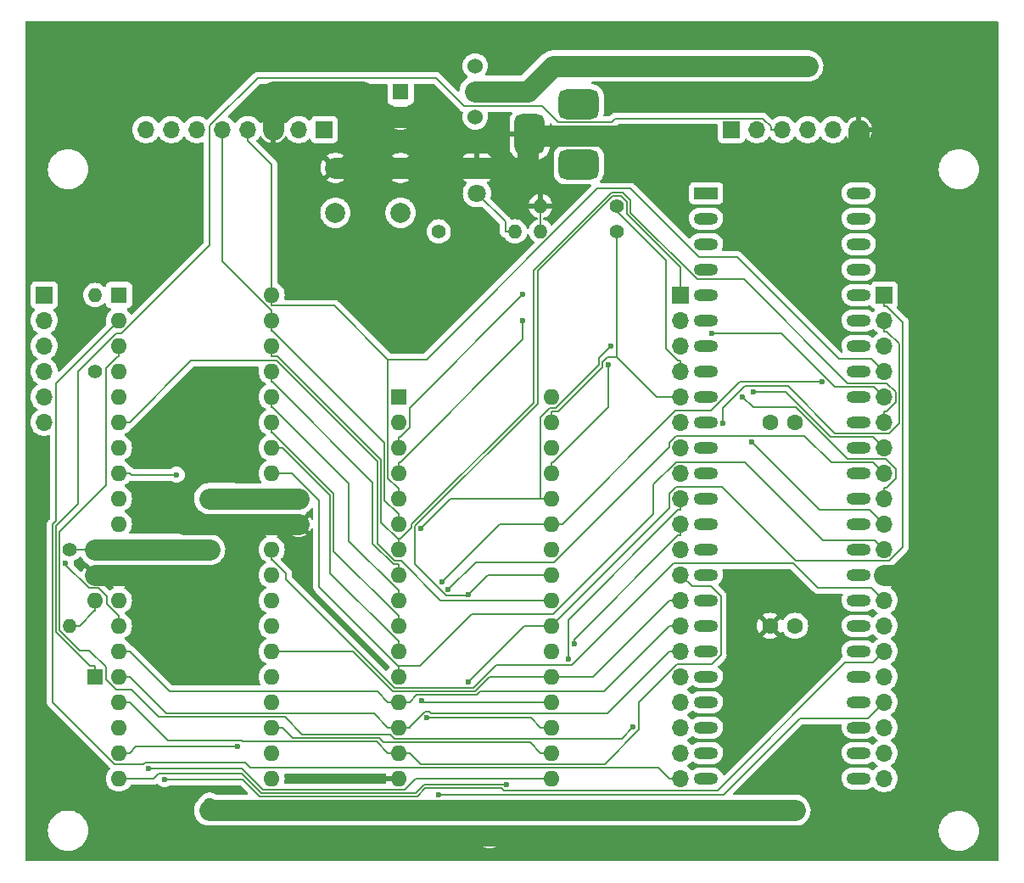
<source format=gbl>
G04 #@! TF.GenerationSoftware,KiCad,Pcbnew,(7.0.0)*
G04 #@! TF.CreationDate,2023-02-28T12:43:52+09:00*
G04 #@! TF.ProjectId,EMUPU_RAM40,454d5550-555f-4524-914d-34302e6b6963,rev?*
G04 #@! TF.SameCoordinates,PX55d4a80PY9043270*
G04 #@! TF.FileFunction,Copper,L2,Bot*
G04 #@! TF.FilePolarity,Positive*
%FSLAX46Y46*%
G04 Gerber Fmt 4.6, Leading zero omitted, Abs format (unit mm)*
G04 Created by KiCad (PCBNEW (7.0.0)) date 2023-02-28 12:43:52*
%MOMM*%
%LPD*%
G01*
G04 APERTURE LIST*
G04 Aperture macros list*
%AMRoundRect*
0 Rectangle with rounded corners*
0 $1 Rounding radius*
0 $2 $3 $4 $5 $6 $7 $8 $9 X,Y pos of 4 corners*
0 Add a 4 corners polygon primitive as box body*
4,1,4,$2,$3,$4,$5,$6,$7,$8,$9,$2,$3,0*
0 Add four circle primitives for the rounded corners*
1,1,$1+$1,$2,$3*
1,1,$1+$1,$4,$5*
1,1,$1+$1,$6,$7*
1,1,$1+$1,$8,$9*
0 Add four rect primitives between the rounded corners*
20,1,$1+$1,$2,$3,$4,$5,0*
20,1,$1+$1,$4,$5,$6,$7,0*
20,1,$1+$1,$6,$7,$8,$9,0*
20,1,$1+$1,$8,$9,$2,$3,0*%
G04 Aperture macros list end*
G04 #@! TA.AperFunction,ComponentPad*
%ADD10C,1.400000*%
G04 #@! TD*
G04 #@! TA.AperFunction,ComponentPad*
%ADD11O,1.400000X1.400000*%
G04 #@! TD*
G04 #@! TA.AperFunction,ComponentPad*
%ADD12R,1.600000X1.600000*%
G04 #@! TD*
G04 #@! TA.AperFunction,ComponentPad*
%ADD13O,1.600000X1.600000*%
G04 #@! TD*
G04 #@! TA.AperFunction,ComponentPad*
%ADD14R,1.700000X1.700000*%
G04 #@! TD*
G04 #@! TA.AperFunction,ComponentPad*
%ADD15O,1.700000X1.700000*%
G04 #@! TD*
G04 #@! TA.AperFunction,ComponentPad*
%ADD16C,1.524000*%
G04 #@! TD*
G04 #@! TA.AperFunction,ComponentPad*
%ADD17C,2.000000*%
G04 #@! TD*
G04 #@! TA.AperFunction,ComponentPad*
%ADD18C,1.600000*%
G04 #@! TD*
G04 #@! TA.AperFunction,ComponentPad*
%ADD19R,1.800000X1.800000*%
G04 #@! TD*
G04 #@! TA.AperFunction,ComponentPad*
%ADD20C,1.800000*%
G04 #@! TD*
G04 #@! TA.AperFunction,ComponentPad*
%ADD21R,2.400000X1.200000*%
G04 #@! TD*
G04 #@! TA.AperFunction,ComponentPad*
%ADD22O,2.400000X1.200000*%
G04 #@! TD*
G04 #@! TA.AperFunction,ComponentPad*
%ADD23RoundRect,0.750000X-1.250000X0.750000X-1.250000X-0.750000X1.250000X-0.750000X1.250000X0.750000X0*%
G04 #@! TD*
G04 #@! TA.AperFunction,ComponentPad*
%ADD24RoundRect,0.750000X-0.750000X1.250000X-0.750000X-1.250000X0.750000X-1.250000X0.750000X1.250000X0*%
G04 #@! TD*
G04 #@! TA.AperFunction,ViaPad*
%ADD25C,1.270000*%
G04 #@! TD*
G04 #@! TA.AperFunction,ViaPad*
%ADD26C,0.600000*%
G04 #@! TD*
G04 #@! TA.AperFunction,Conductor*
%ADD27C,0.152400*%
G04 #@! TD*
G04 #@! TA.AperFunction,Conductor*
%ADD28C,2.100000*%
G04 #@! TD*
G04 APERTURE END LIST*
D10*
X59860000Y66180000D03*
D11*
X52239999Y66179999D03*
D12*
X10159999Y57289999D03*
D13*
X10159999Y54749999D03*
X10159999Y52209999D03*
X10159999Y49669999D03*
X10159999Y47129999D03*
X10159999Y44589999D03*
X10159999Y42049999D03*
X10159999Y39509999D03*
X10159999Y36969999D03*
X10159999Y34429999D03*
X10159999Y31889999D03*
X10159999Y29349999D03*
X10159999Y26809999D03*
X10159999Y24269999D03*
X10159999Y21729999D03*
X10159999Y19189999D03*
X10159999Y16649999D03*
X10159999Y14109999D03*
X10159999Y11569999D03*
X10159999Y9029999D03*
X25399999Y9029999D03*
X25399999Y11569999D03*
X25399999Y14109999D03*
X25399999Y16649999D03*
X25399999Y19189999D03*
X25399999Y21729999D03*
X25399999Y24269999D03*
X25399999Y26809999D03*
X25399999Y29349999D03*
X25399999Y31889999D03*
X25399999Y34429999D03*
X25399999Y36969999D03*
X25399999Y39509999D03*
X25399999Y42049999D03*
X25399999Y44589999D03*
X25399999Y47129999D03*
X25399999Y49669999D03*
X25399999Y52209999D03*
X25399999Y54749999D03*
X25399999Y57289999D03*
D14*
X2709999Y57289999D03*
D15*
X2709999Y54749999D03*
X2709999Y52209999D03*
X2709999Y49669999D03*
X2709999Y47129999D03*
X2709999Y44589999D03*
D14*
X86529999Y57289999D03*
D15*
X86529999Y54749999D03*
X86529999Y52209999D03*
X86529999Y49669999D03*
X86529999Y47129999D03*
X86529999Y44589999D03*
X86529999Y42049999D03*
X86529999Y39509999D03*
X86529999Y36969999D03*
X86529999Y34429999D03*
X86529999Y31889999D03*
X86529999Y29349999D03*
X86529999Y26809999D03*
X86529999Y24269999D03*
X86529999Y21729999D03*
X86529999Y19189999D03*
X86529999Y16649999D03*
X86529999Y14109999D03*
X86529999Y11569999D03*
X86529999Y9029999D03*
D16*
X45720000Y75070000D03*
X45720000Y77610000D03*
X45720000Y80150000D03*
D10*
X42080000Y63640000D03*
D11*
X49699999Y63639999D03*
D10*
X59860000Y63640000D03*
D11*
X52239999Y63639999D03*
D14*
X66209999Y57289999D03*
D15*
X66209999Y54749999D03*
X66209999Y52209999D03*
X66209999Y49669999D03*
X66209999Y47129999D03*
X66209999Y44589999D03*
X66209999Y42049999D03*
X66209999Y39509999D03*
X66209999Y36969999D03*
X66209999Y34429999D03*
X66209999Y31889999D03*
X66209999Y29349999D03*
X66209999Y26809999D03*
X66209999Y24269999D03*
X66209999Y21729999D03*
X66209999Y19189999D03*
X66209999Y16649999D03*
X66209999Y14109999D03*
X66209999Y11569999D03*
X66209999Y9029999D03*
D12*
X7789999Y19189999D03*
D13*
X7789999Y26809999D03*
D17*
X38270000Y65490000D03*
X31770000Y65490000D03*
X38270000Y69990000D03*
X31770000Y69990000D03*
D14*
X71289999Y73799999D03*
D15*
X73829999Y73799999D03*
X76369999Y73799999D03*
X78909999Y73799999D03*
X81449999Y73799999D03*
X83989999Y73799999D03*
D14*
X30649999Y73799999D03*
D15*
X28109999Y73799999D03*
X25569999Y73799999D03*
X23029999Y73799999D03*
X20489999Y73799999D03*
X17949999Y73799999D03*
X15409999Y73799999D03*
X12869999Y73799999D03*
D18*
X77640000Y24270000D03*
X75140000Y24270000D03*
D12*
X38099999Y47129999D03*
D13*
X38099999Y44589999D03*
X38099999Y42049999D03*
X38099999Y39509999D03*
X38099999Y36969999D03*
X38099999Y34429999D03*
X38099999Y31889999D03*
X38099999Y29349999D03*
X38099999Y26809999D03*
X38099999Y24269999D03*
X38099999Y21729999D03*
X38099999Y19189999D03*
X38099999Y16649999D03*
X38099999Y14109999D03*
X38099999Y11569999D03*
X38099999Y9029999D03*
X53339999Y9029999D03*
X53339999Y11569999D03*
X53339999Y14109999D03*
X53339999Y16649999D03*
X53339999Y19189999D03*
X53339999Y21729999D03*
X53339999Y24269999D03*
X53339999Y26809999D03*
X53339999Y29349999D03*
X53339999Y31889999D03*
X53339999Y34429999D03*
X53339999Y36969999D03*
X53339999Y39509999D03*
X53339999Y42049999D03*
X53339999Y44589999D03*
X53339999Y47129999D03*
D18*
X7790000Y31870000D03*
X7790000Y29370000D03*
X28110000Y36930000D03*
X28110000Y34430000D03*
D12*
X38269999Y77569999D03*
D18*
X38270000Y75070000D03*
D19*
X45889999Y69989999D03*
D20*
X45890000Y67450000D03*
D21*
X68749999Y67449999D03*
D22*
X68749999Y64909999D03*
X68749999Y62369999D03*
X68749999Y59829999D03*
X68749999Y57289999D03*
X68749999Y54749999D03*
X68749999Y52209999D03*
X68749999Y49669999D03*
X68749999Y47129999D03*
X68749999Y44589999D03*
X68749999Y42049999D03*
X68749999Y39509999D03*
X68749999Y36969999D03*
X68749999Y34429999D03*
X68749999Y31889999D03*
X68749999Y29349999D03*
X68749999Y26809999D03*
X68749999Y24269999D03*
X68749999Y21729999D03*
X68749999Y19189999D03*
X68749999Y16649999D03*
X68749999Y14109999D03*
X68749999Y11569999D03*
X68749999Y9029999D03*
X83989999Y9029999D03*
X83989999Y11569999D03*
X83989999Y14109999D03*
X83989999Y16649999D03*
X83989999Y19189999D03*
X83989999Y21729999D03*
X83989999Y24269999D03*
X83989999Y26809999D03*
X83989999Y29349999D03*
X83989999Y31889999D03*
X83989999Y34429999D03*
X83989999Y36969999D03*
X83989999Y39509999D03*
X83989999Y42049999D03*
X83989999Y44589999D03*
X83989999Y47129999D03*
X83989999Y49669999D03*
X83989999Y52209999D03*
X83989999Y54749999D03*
X83989999Y57289999D03*
X83989999Y59829999D03*
X83989999Y62369999D03*
X83989999Y64909999D03*
X83989999Y67449999D03*
D10*
X7790000Y49670000D03*
D11*
X7789999Y57289999D03*
D10*
X5250000Y31890000D03*
D11*
X5249999Y24269999D03*
D18*
X77640000Y44590000D03*
X75140000Y44590000D03*
X47160000Y5855000D03*
X47160000Y3355000D03*
D23*
X56050000Y70340000D03*
D24*
X51150000Y73340000D03*
D23*
X56050000Y76340000D03*
D25*
X19220000Y6490000D03*
X19220000Y31890000D03*
X78910000Y80150000D03*
X19220000Y36970000D03*
X59860000Y5855000D03*
X77640000Y5855000D03*
D26*
X50488800Y57345100D03*
D25*
X75100000Y3315000D03*
X16680000Y34430000D03*
X16680000Y2680000D03*
X44480000Y3315000D03*
X16680000Y29350000D03*
X75100000Y69990000D03*
D26*
X61477800Y14148500D03*
X58995500Y50336700D03*
X15926800Y39351000D03*
X14708500Y8948700D03*
X4824000Y30478900D03*
X13077700Y10051100D03*
X42399700Y28646800D03*
X21978900Y12210700D03*
X80312800Y48633900D03*
X48865600Y8430200D03*
X70458800Y44451600D03*
X45004300Y18661700D03*
X45021200Y27383600D03*
X40896200Y15116700D03*
X55010100Y20956100D03*
X55588300Y22440600D03*
X40381800Y16794300D03*
X50488800Y54714200D03*
X59275700Y52210000D03*
X40297800Y34011000D03*
X42101500Y7442500D03*
X73280700Y42657400D03*
X72388300Y47128500D03*
X43036300Y27903000D03*
X73467000Y47584000D03*
X69330700Y53480000D03*
D27*
X7770000Y31890000D02*
X7790000Y31870000D01*
D28*
X47160000Y5855000D02*
X59860000Y5855000D01*
X45720000Y77610000D02*
X50970000Y77610000D01*
X10160000Y31890000D02*
X19220000Y31890000D01*
X53510000Y80150000D02*
X78910000Y80150000D01*
X19220000Y5855000D02*
X47160000Y5855000D01*
X28110000Y36930000D02*
X19220000Y36970000D01*
D27*
X5250000Y31890000D02*
X7770000Y31890000D01*
D28*
X59860000Y5855000D02*
X77640000Y5855000D01*
X50970000Y77610000D02*
X53510000Y80150000D01*
X10160000Y31890000D02*
X7790000Y31870000D01*
D27*
X7690000Y25738700D02*
X6221300Y24270000D01*
X5250000Y24270000D02*
X6221300Y24270000D01*
X7790000Y25738700D02*
X7690000Y25738700D01*
X7790000Y26810000D02*
X7790000Y25738700D01*
X48728700Y64611300D02*
X48728700Y63640000D01*
X45890000Y67450000D02*
X48728700Y64611300D01*
X49700000Y63640000D02*
X48728700Y63640000D01*
X59860000Y65688600D02*
X64791400Y60757200D01*
X38100000Y42050000D02*
X38100000Y43121300D01*
X59860000Y66180000D02*
X59860000Y65688600D01*
X38100000Y43121300D02*
X38234000Y43121300D01*
X66210000Y49670000D02*
X66210000Y50791300D01*
X64791400Y51977500D02*
X65977600Y50791300D01*
X65977600Y50791300D02*
X66210000Y50791300D01*
X38234000Y43121300D02*
X39171300Y44058600D01*
X64791400Y60757200D02*
X64791400Y51977500D01*
X39171300Y44058600D02*
X39171300Y46027600D01*
X39171300Y46027600D02*
X50488800Y57345100D01*
D28*
X38270000Y69990000D02*
X43350000Y69990000D01*
X75100000Y3315000D02*
X73195000Y3315000D01*
X43350000Y75070000D02*
X43350000Y69990000D01*
X34460000Y77610000D02*
X25570000Y77610000D01*
X85895000Y3315000D02*
X92880000Y10300000D01*
X75100000Y3315000D02*
X85895000Y3315000D01*
X92880000Y29350000D02*
X86530000Y29350000D01*
X38270000Y75070000D02*
X43350000Y75070000D01*
D27*
X52240000Y66180000D02*
X52240000Y63640000D01*
D28*
X73830000Y69990000D02*
X75100000Y69990000D01*
X43350000Y69990000D02*
X45890000Y69990000D01*
X66210000Y69990000D02*
X73830000Y69990000D01*
X73830000Y69990000D02*
X75100000Y69990000D01*
X16680000Y3315000D02*
X44480000Y3315000D01*
X50970000Y73160000D02*
X51150000Y73340000D01*
X31770000Y69990000D02*
X38270000Y69990000D01*
X25400000Y34430000D02*
X16680000Y34430000D01*
X7790000Y29370000D02*
X16660000Y29370000D01*
X16660000Y29370000D02*
X16680000Y29350000D01*
X51325000Y73165000D02*
X66210000Y73165000D01*
X66210000Y73165000D02*
X66210000Y69990000D01*
X92880000Y10300000D02*
X92880000Y29350000D01*
X28110000Y34430000D02*
X25400000Y34430000D01*
X51150000Y73340000D02*
X51325000Y73165000D01*
X83990000Y69990000D02*
X83990000Y73800000D01*
X43350000Y69990000D02*
X45890000Y69990000D01*
X10160000Y29350000D02*
X16680000Y29350000D01*
X34460000Y75070000D02*
X34460000Y77610000D01*
X50970000Y69990000D02*
X50970000Y73160000D01*
X75100000Y69990000D02*
X83990000Y69990000D01*
X73195000Y3315000D02*
X75100000Y3315000D01*
X73195000Y3315000D02*
X44480000Y3315000D01*
X45890000Y69990000D02*
X50970000Y69990000D01*
X38270000Y75070000D02*
X34460000Y75070000D01*
X25570000Y77610000D02*
X25570000Y73800000D01*
D27*
X59860000Y51073800D02*
X63803800Y47130000D01*
X58924700Y51073800D02*
X58424200Y50573300D01*
X59860000Y51073800D02*
X58924700Y51073800D01*
X66210000Y47130000D02*
X65088700Y47130000D01*
X59860000Y63640000D02*
X59860000Y51073800D01*
X63803800Y47130000D02*
X65088700Y47130000D01*
X53974700Y45661300D02*
X53340000Y45661300D01*
X58424200Y50573300D02*
X58424200Y50110800D01*
X58424200Y50110800D02*
X53974700Y45661300D01*
X53340000Y44590000D02*
X53340000Y45661300D01*
X3894100Y48484100D02*
X3894100Y34723700D01*
X10160000Y54750000D02*
X3894100Y48484100D01*
X3894100Y34723700D02*
X3546300Y34375900D01*
X22724300Y10657300D02*
X23280200Y10101400D01*
X23280200Y10101400D02*
X64017300Y10101400D01*
X12623500Y10478700D02*
X12802100Y10657300D01*
X12802100Y10657300D02*
X22724300Y10657300D01*
X3546300Y34375900D02*
X3546300Y16658800D01*
X66210000Y9030000D02*
X65088700Y9030000D01*
X9726400Y10478700D02*
X12623500Y10478700D01*
X3546300Y16658800D02*
X9726400Y10478700D01*
X64017300Y10101400D02*
X65088700Y9030000D01*
X11381400Y17920000D02*
X9863900Y17920000D01*
X6220400Y21830800D02*
X4252600Y23798600D01*
X10160000Y52210000D02*
X10160000Y51138700D01*
X37248000Y13446800D02*
X28465700Y13446800D01*
X61477800Y14148500D02*
X60318200Y12988900D01*
X26731200Y15181300D02*
X14120100Y15181300D01*
X9863900Y17920000D02*
X8861400Y18922500D01*
X37705900Y12988900D02*
X37248000Y13446800D01*
X14120100Y15181300D02*
X11381400Y17920000D01*
X8861400Y18922500D02*
X8861400Y20180700D01*
X4252600Y33692300D02*
X8904300Y38344000D01*
X10049000Y51138700D02*
X10160000Y51138700D01*
X4252600Y23798600D02*
X4252600Y33692300D01*
X8904300Y38344000D02*
X8904300Y49994000D01*
X8861400Y20180700D02*
X7211300Y21830800D01*
X8904300Y49994000D02*
X10049000Y51138700D01*
X60318200Y12988900D02*
X37705900Y12988900D01*
X7211300Y21830800D02*
X6220400Y21830800D01*
X28465700Y13446800D02*
X26731200Y15181300D01*
X58995500Y46102900D02*
X58995500Y50336700D01*
X53340000Y39510000D02*
X53340000Y40581300D01*
X53340000Y40581300D02*
X53473900Y40581300D01*
X53473900Y40581300D02*
X58995500Y46102900D01*
X42278000Y26810000D02*
X52268700Y26810000D01*
X53340000Y26810000D02*
X52268700Y26810000D01*
X11231300Y44590000D02*
X17382700Y50741400D01*
X35986000Y40662000D02*
X35986000Y32477500D01*
X38319100Y30768900D02*
X42278000Y26810000D01*
X10160000Y44590000D02*
X11231300Y44590000D01*
X17382700Y50741400D02*
X25906600Y50741400D01*
X25906600Y50741400D02*
X35986000Y40662000D01*
X35986000Y32477500D02*
X37694600Y30768900D01*
X37694600Y30768900D02*
X38319100Y30768900D01*
X11390300Y39351000D02*
X11231300Y39510000D01*
X10160000Y39510000D02*
X11231300Y39510000D01*
X15926800Y39351000D02*
X11390300Y39351000D01*
X48564600Y7851100D02*
X69916700Y7851100D01*
X82648600Y20583000D02*
X85383000Y20583000D01*
X22513900Y8948700D02*
X24225100Y7237500D01*
X85383000Y20583000D02*
X86530000Y21730000D01*
X48371400Y8044300D02*
X48564600Y7851100D01*
X69916700Y7851100D02*
X82648600Y20583000D01*
X14708500Y8948700D02*
X22513900Y8948700D01*
X24225100Y7237500D02*
X39927300Y7237500D01*
X39927300Y7237500D02*
X40734100Y8044300D01*
X40734100Y8044300D02*
X48371400Y8044300D01*
X8975000Y27192500D02*
X8138900Y28028600D01*
X4824000Y30382500D02*
X4824000Y30478900D01*
X10160000Y25341300D02*
X10049000Y25341300D01*
X7177900Y28028600D02*
X4824000Y30382500D01*
X8138900Y28028600D02*
X7177900Y28028600D01*
X8975000Y26415300D02*
X8975000Y27192500D01*
X10160000Y24270000D02*
X10160000Y25341300D01*
X10049000Y25341300D02*
X8975000Y26415300D01*
X37564400Y16650000D02*
X37028700Y16650000D01*
X11231300Y21730000D02*
X15240000Y17721300D01*
X10160000Y21730000D02*
X11231300Y21730000D01*
X37564400Y16650000D02*
X38100000Y16650000D01*
X38100000Y16650000D02*
X39171300Y16650000D01*
X46203300Y17721400D02*
X58540100Y17721400D01*
X45855800Y17373900D02*
X46203300Y17721400D01*
X39171300Y16650000D02*
X39895200Y17373900D01*
X15240000Y17721300D02*
X35957400Y17721300D01*
X66210000Y24270000D02*
X65088700Y24270000D01*
X58540100Y17721400D02*
X65088700Y24270000D01*
X35957400Y17721300D02*
X37028700Y16650000D01*
X39895200Y17373900D02*
X45855800Y17373900D01*
X39171300Y14199700D02*
X39171300Y14110000D01*
X40686000Y15714400D02*
X39171300Y14199700D01*
X35609900Y15528800D02*
X14892500Y15528800D01*
X37564400Y14110000D02*
X37028700Y14110000D01*
X37028700Y14110000D02*
X35609900Y15528800D01*
X66210000Y21730000D02*
X65088700Y21730000D01*
X14892500Y15528800D02*
X11231300Y19190000D01*
X41278200Y15546900D02*
X41110700Y15714400D01*
X37564400Y14110000D02*
X38100000Y14110000D01*
X10160000Y19190000D02*
X11231300Y19190000D01*
X65088700Y21730000D02*
X58905600Y15546900D01*
X38100000Y14110000D02*
X39171300Y14110000D01*
X41110700Y15714400D02*
X40686000Y15714400D01*
X58905600Y15546900D02*
X41278200Y15546900D01*
X62049100Y16635200D02*
X65873900Y20460000D01*
X70224300Y21349500D02*
X70224300Y27232800D01*
X35847000Y12751700D02*
X37028700Y11570000D01*
X38100000Y11570000D02*
X37028700Y11570000D01*
X62049100Y13911800D02*
X62049100Y16635200D01*
X58621800Y10484500D02*
X62049100Y13911800D01*
X22481800Y12813900D02*
X22544000Y12751700D01*
X39171300Y11570000D02*
X40256800Y10484500D01*
X11231300Y16650000D02*
X15067400Y12813900D01*
X40256800Y10484500D02*
X58621800Y10484500D01*
X38100000Y11570000D02*
X39171300Y11570000D01*
X65873900Y20460000D02*
X69334800Y20460000D01*
X22544000Y12751700D02*
X35847000Y12751700D01*
X69254100Y28203000D02*
X67357000Y28203000D01*
X69334800Y20460000D02*
X70224300Y21349500D01*
X67357000Y28203000D02*
X66210000Y29350000D01*
X15067400Y12813900D02*
X22481800Y12813900D01*
X70224300Y27232800D02*
X69254100Y28203000D01*
X10160000Y16650000D02*
X11231300Y16650000D01*
X53340000Y9030000D02*
X52268700Y9030000D01*
X24513100Y7932500D02*
X22394500Y10051100D01*
X39790000Y9030000D02*
X38692500Y7932500D01*
X22394500Y10051100D02*
X13077700Y10051100D01*
X52268700Y9030000D02*
X39790000Y9030000D01*
X38692500Y7932500D02*
X24513100Y7932500D01*
X53340000Y34430000D02*
X48182900Y34430000D01*
X72155500Y48633900D02*
X80312800Y48633900D01*
X21978900Y12210700D02*
X11872000Y12210700D01*
X54411300Y34430000D02*
X65718400Y45737100D01*
X65718400Y45737100D02*
X69258700Y45737100D01*
X11872000Y12210700D02*
X11231300Y11570000D01*
X48182900Y34430000D02*
X42399700Y28646800D01*
X10160000Y11570000D02*
X11231300Y11570000D01*
X69258700Y45737100D02*
X72155500Y48633900D01*
X53340000Y34430000D02*
X54411300Y34430000D01*
X10160000Y9030000D02*
X13647000Y9030000D01*
X88010900Y44451300D02*
X87028200Y43468600D01*
X86810300Y53628700D02*
X88010900Y52428100D01*
X24369100Y7585000D02*
X39783300Y7585000D01*
X87028200Y43468600D02*
X81615500Y43468600D01*
X13647000Y9030000D02*
X14137100Y9520100D01*
X39783300Y7585000D02*
X40628500Y8430200D01*
X70458800Y46024000D02*
X70458800Y44451600D01*
X88010900Y52428100D02*
X88010900Y44451300D01*
X76911100Y48173000D02*
X72607800Y48173000D01*
X86530000Y53628700D02*
X86810300Y53628700D01*
X22434000Y9520100D02*
X24369100Y7585000D01*
X81615500Y43468600D02*
X76911100Y48173000D01*
X86530000Y54750000D02*
X86530000Y53628700D01*
X40628500Y8430200D02*
X48865600Y8430200D01*
X72607800Y48173000D02*
X70458800Y46024000D01*
X14137100Y9520100D02*
X22434000Y9520100D01*
X88409900Y32163700D02*
X87004400Y30758200D01*
X65788600Y38138500D02*
X65078200Y37428100D01*
X88409900Y54569100D02*
X88409900Y32163700D01*
X65078200Y36008200D02*
X53340000Y24270000D01*
X53340000Y24270000D02*
X50612600Y24270000D01*
X70322900Y38138500D02*
X65788600Y38138500D01*
X86530000Y57290000D02*
X86530000Y56168700D01*
X50612600Y24270000D02*
X45004300Y18661700D01*
X87004400Y30758200D02*
X77703200Y30758200D01*
X86530000Y56168700D02*
X86810300Y56168700D01*
X77703200Y30758200D02*
X70322900Y38138500D01*
X86810300Y56168700D02*
X88409900Y54569100D01*
X65078200Y37428100D02*
X65078200Y36008200D01*
X42804300Y27327100D02*
X44964700Y27327100D01*
X66210000Y60039700D02*
X60873700Y65376000D01*
X66210000Y57290000D02*
X66210000Y60039700D01*
X39726500Y30404900D02*
X42804300Y27327100D01*
X39726500Y34247600D02*
X39726500Y30404900D01*
X51946400Y46467500D02*
X39726500Y34247600D01*
X60873700Y65376000D02*
X60873700Y66621500D01*
X46987600Y29350000D02*
X53340000Y29350000D01*
X60295400Y67199800D02*
X59447200Y67199800D01*
X45021200Y27383600D02*
X46987600Y29350000D01*
X59447200Y67199800D02*
X51946400Y59699000D01*
X60873700Y66621500D02*
X60295400Y67199800D01*
X51946400Y59699000D02*
X51946400Y46467500D01*
X44964700Y27327100D02*
X45021200Y27383600D01*
X36566200Y12641300D02*
X51197400Y12641300D01*
X26471300Y14110000D02*
X27482100Y13099200D01*
X36108300Y13099200D02*
X36566200Y12641300D01*
X27482100Y13099200D02*
X36108300Y13099200D01*
X25400000Y14110000D02*
X26471300Y14110000D01*
X53340000Y11570000D02*
X52268700Y11570000D01*
X51197400Y12641300D02*
X52268700Y11570000D01*
X66210000Y35848700D02*
X65977600Y35848700D01*
X52268700Y14110000D02*
X51262000Y15116700D01*
X55010100Y24881200D02*
X55010100Y20956100D01*
X51262000Y15116700D02*
X40896200Y15116700D01*
X65977600Y35848700D02*
X55010100Y24881200D01*
X53340000Y14110000D02*
X52268700Y14110000D01*
X66210000Y36970000D02*
X66210000Y35848700D01*
X66210000Y33308700D02*
X65977600Y33308700D01*
X55588300Y22919400D02*
X55588300Y22440600D01*
X52268700Y16650000D02*
X40526100Y16650000D01*
X40526100Y16650000D02*
X40381800Y16794300D01*
X66210000Y34430000D02*
X66210000Y33308700D01*
X53340000Y16650000D02*
X52268700Y16650000D01*
X65977600Y33308700D02*
X55588300Y22919400D01*
X33511400Y21730000D02*
X37520000Y17721400D01*
X57468700Y19190000D02*
X53340000Y19190000D01*
X47180300Y19190000D02*
X52268700Y19190000D01*
X53340000Y19190000D02*
X52268700Y19190000D01*
X66210000Y26810000D02*
X65088700Y26810000D01*
X25400000Y21730000D02*
X26471300Y21730000D01*
X65088700Y26810000D02*
X57468700Y19190000D01*
X45711700Y17721400D02*
X47180300Y19190000D01*
X26471300Y21730000D02*
X33511400Y21730000D01*
X37520000Y17721400D02*
X45711700Y17721400D01*
X38100000Y40581300D02*
X38233900Y40581300D01*
X50488800Y52836200D02*
X50488800Y54714200D01*
X38100000Y39510000D02*
X38100000Y40581300D01*
X38233900Y40581300D02*
X50488800Y52836200D01*
X53769400Y46008900D02*
X58076700Y50316200D01*
X43259000Y36972200D02*
X40297800Y34011000D01*
X52217400Y36970000D02*
X52215200Y36972200D01*
X53340000Y36970000D02*
X52217400Y36970000D01*
X58076700Y51011000D02*
X59275700Y52210000D01*
X52215200Y45096600D02*
X53127500Y46008900D01*
X52215200Y36972200D02*
X52215200Y45096600D01*
X53127500Y46008900D02*
X53769400Y46008900D01*
X58076700Y50316200D02*
X58076700Y51011000D01*
X52215200Y36972200D02*
X43259000Y36972200D01*
X78106000Y15057500D02*
X84937500Y15057500D01*
X70491000Y7442500D02*
X78106000Y15057500D01*
X42101500Y7442500D02*
X70491000Y7442500D01*
X84937500Y15057500D02*
X86530000Y16650000D01*
X85260000Y28080000D02*
X86530000Y26810000D01*
X25400000Y30818700D02*
X25511000Y30818700D01*
X55384500Y20360800D02*
X65545300Y30521600D01*
X77448300Y30521600D02*
X79889900Y28080000D01*
X25511000Y30818700D02*
X26868600Y29461100D01*
X65545300Y30521600D02*
X77448300Y30521600D01*
X47853300Y20360800D02*
X55384500Y20360800D01*
X79889900Y28080000D02*
X85260000Y28080000D01*
X25400000Y31890000D02*
X25400000Y30818700D01*
X45561500Y18069000D02*
X47853300Y20360800D01*
X26868600Y28905800D02*
X37705400Y18069000D01*
X37705400Y18069000D02*
X45561500Y18069000D01*
X26868600Y29461100D02*
X26868600Y28905800D01*
X30148700Y36771800D02*
X27410500Y39510000D01*
X72635600Y40632300D02*
X65742800Y40632300D01*
X45369700Y25425900D02*
X40205100Y20261300D01*
X85607400Y32812600D02*
X80455300Y32812600D01*
X38100000Y19190000D02*
X38100000Y20261300D01*
X40205100Y20261300D02*
X38100000Y20261300D01*
X25400000Y39510000D02*
X26471300Y39510000D01*
X53496800Y25425900D02*
X45369700Y25425900D01*
X30148700Y28118400D02*
X30148700Y36771800D01*
X63520500Y35449600D02*
X53496800Y25425900D01*
X38005800Y20261300D02*
X30148700Y28118400D01*
X86530000Y31890000D02*
X85607400Y32812600D01*
X27410500Y39510000D02*
X26471300Y39510000D01*
X65742800Y40632300D02*
X63520500Y38410000D01*
X80455300Y32812600D02*
X72635600Y40632300D01*
X38100000Y20261300D02*
X38005800Y20261300D01*
X63520500Y38410000D02*
X63520500Y35449600D01*
X38100000Y21730000D02*
X38100000Y22801300D01*
X31238600Y29528800D02*
X31238600Y37282700D01*
X38100000Y22801300D02*
X37966100Y22801300D01*
X80099200Y35838900D02*
X73280700Y42657400D01*
X31238600Y37282700D02*
X26471300Y42050000D01*
X25400000Y42050000D02*
X26471300Y42050000D01*
X37966100Y22801300D02*
X31238600Y29528800D01*
X86530000Y34430000D02*
X85121100Y35838900D01*
X85121100Y35838900D02*
X80099200Y35838900D01*
X73442700Y46074100D02*
X77751800Y46074100D01*
X86697300Y40928600D02*
X87675700Y39950200D01*
X86810300Y38091300D02*
X86530000Y38091300D01*
X25400000Y44590000D02*
X25400000Y43518700D01*
X87675700Y38956700D02*
X86810300Y38091300D01*
X37966100Y25341300D02*
X31586200Y31721200D01*
X31586200Y31721200D02*
X31586200Y37443500D01*
X77751800Y46074100D02*
X82897300Y40928600D01*
X38100000Y25341300D02*
X37966100Y25341300D01*
X38100000Y24270000D02*
X38100000Y25341300D01*
X31586200Y37443500D02*
X25511000Y43518700D01*
X25511000Y43518700D02*
X25400000Y43518700D01*
X72388300Y47128500D02*
X73442700Y46074100D01*
X86530000Y36970000D02*
X86530000Y38091300D01*
X87675700Y39950200D02*
X87675700Y38956700D01*
X82897300Y40928600D02*
X86697300Y40928600D01*
X65082300Y42528300D02*
X65782800Y43228800D01*
X25511000Y46058700D02*
X25400000Y46058700D01*
X38100000Y27881300D02*
X37966100Y27881300D01*
X53594400Y30620000D02*
X65082300Y42107900D01*
X85459000Y40581000D02*
X86530000Y39510000D01*
X37966100Y27881300D02*
X33114800Y32732600D01*
X65082300Y42107900D02*
X65082300Y42528300D01*
X81241700Y40581000D02*
X85459000Y40581000D01*
X45753300Y30620000D02*
X53594400Y30620000D01*
X33114800Y32732600D02*
X33114800Y38454900D01*
X33114800Y38454900D02*
X25511000Y46058700D01*
X43036300Y27903000D02*
X45753300Y30620000D01*
X78593900Y43228800D02*
X81241700Y40581000D01*
X65782800Y43228800D02*
X78593900Y43228800D01*
X25400000Y47130000D02*
X25400000Y46058700D01*
X38100000Y26810000D02*
X38100000Y27881300D01*
X35506100Y38567500D02*
X35506100Y32465800D01*
X76733400Y47584000D02*
X73467000Y47584000D01*
X86530000Y42050000D02*
X85459000Y43121000D01*
X81196400Y43121000D02*
X76733400Y47584000D01*
X25400000Y48598700D02*
X25474900Y48598700D01*
X37550600Y30421300D02*
X38100000Y30421300D01*
X35506100Y32465800D02*
X37550600Y30421300D01*
X38100000Y29350000D02*
X38100000Y30421300D01*
X85459000Y43121000D02*
X81196400Y43121000D01*
X25474900Y48598700D02*
X35506100Y38567500D01*
X25400000Y49670000D02*
X25400000Y48598700D01*
X38100000Y31890000D02*
X38100000Y32961300D01*
X51522300Y59766400D02*
X51522300Y46534900D01*
X36333600Y40805900D02*
X26000800Y51138700D01*
X39379000Y34391600D02*
X39379000Y34109900D01*
X86753600Y48502000D02*
X82910600Y48502000D01*
X59303200Y67547300D02*
X51522300Y59766400D01*
X61221300Y65519900D02*
X61221300Y66765400D01*
X60439400Y67547300D02*
X59303200Y67547300D01*
X26000800Y51138700D02*
X25400000Y51138700D01*
X67888800Y58852400D02*
X61221300Y65519900D01*
X51522300Y46534900D02*
X39379000Y34391600D01*
X61221300Y66765400D02*
X60439400Y67547300D01*
X82910600Y48502000D02*
X72560200Y58852400D01*
X37966100Y32961300D02*
X36333600Y34593800D01*
X86810300Y45711300D02*
X87663300Y46564300D01*
X86530000Y44590000D02*
X86530000Y45711300D01*
X38230400Y32961300D02*
X38100000Y32961300D01*
X87663300Y46564300D02*
X87663300Y47592300D01*
X36333600Y34593800D02*
X36333600Y40805900D01*
X25400000Y52210000D02*
X25400000Y51138700D01*
X39379000Y34109900D02*
X38230400Y32961300D01*
X38100000Y32961300D02*
X37966100Y32961300D01*
X86530000Y45711300D02*
X86810300Y45711300D01*
X72560200Y58852400D02*
X67888800Y58852400D01*
X87663300Y47592300D02*
X86753600Y48502000D01*
X85505600Y48154400D02*
X81600400Y48154400D01*
X20490000Y60620300D02*
X25289000Y55821300D01*
X81600400Y48154400D02*
X76274800Y53480000D01*
X25400000Y54750000D02*
X25400000Y53678700D01*
X36681200Y42508500D02*
X36681200Y36786100D01*
X86530000Y47130000D02*
X85505600Y48154400D01*
X25400000Y53678700D02*
X25511000Y53678700D01*
X25511000Y53678700D02*
X36681200Y42508500D01*
X38100000Y34430000D02*
X38100000Y35501300D01*
X37966000Y35501300D02*
X38100000Y35501300D01*
X25400000Y54750000D02*
X25400000Y55821300D01*
X25289000Y55821300D02*
X25400000Y55821300D01*
X36681200Y36786100D02*
X37966000Y35501300D01*
X76274800Y53480000D02*
X69330700Y53480000D01*
X20490000Y73800000D02*
X20490000Y60620300D01*
X38100000Y38041300D02*
X37966000Y38041300D01*
X40852600Y50863100D02*
X57889800Y67900300D01*
X38100000Y36970000D02*
X38100000Y38041300D01*
X25400000Y57290000D02*
X25400000Y70308700D01*
X81995700Y50940000D02*
X85260000Y50940000D01*
X37028700Y50863100D02*
X40852600Y50863100D01*
X25400000Y70308700D02*
X23030000Y72678700D01*
X57889800Y67900300D02*
X61229700Y67900300D01*
X68030000Y61100000D02*
X71835700Y61100000D01*
X85260000Y50940000D02*
X86530000Y49670000D01*
X61229700Y67900300D02*
X68030000Y61100000D01*
X25400000Y57290000D02*
X25400000Y56218700D01*
X37028700Y38978600D02*
X37028700Y50863100D01*
X71835700Y61100000D02*
X81995700Y50940000D01*
X37966000Y38041300D02*
X37028700Y38978600D01*
X31673100Y56218700D02*
X37028700Y50863100D01*
X23030000Y73800000D02*
X23030000Y72678700D01*
X25400000Y56218700D02*
X31673100Y56218700D01*
X74407600Y74921400D02*
X59718400Y74921400D01*
X3893900Y34232000D02*
X3893900Y23621700D01*
X75248700Y73800000D02*
X75248700Y74080300D01*
X19220000Y74188600D02*
X19220000Y62269200D01*
X59337800Y74540800D02*
X54039200Y74540800D01*
X76370000Y73800000D02*
X75248700Y73800000D01*
X41819800Y78970300D02*
X24001700Y78970300D01*
X3893900Y23621700D02*
X7254300Y20261300D01*
X6118200Y36456300D02*
X3893900Y34232000D01*
X7254300Y20261300D02*
X7790000Y20261300D01*
X54039200Y74540800D02*
X52429400Y76150600D01*
X6118200Y49692900D02*
X6118200Y36456300D01*
X59718400Y74921400D02*
X59337800Y74540800D01*
X52429400Y76150600D02*
X44639500Y76150600D01*
X9905300Y53480000D02*
X6118200Y49692900D01*
X19220000Y62269200D02*
X10430800Y53480000D01*
X10430800Y53480000D02*
X9905300Y53480000D01*
X75248700Y74080300D02*
X74407600Y74921400D01*
X7790000Y20261300D02*
X7790000Y19190000D01*
X24001700Y78970300D02*
X19220000Y74188600D01*
X44639500Y76150600D02*
X41819800Y78970300D01*
G04 #@! TA.AperFunction,Conductor*
G36*
X36777796Y9503912D02*
G01*
X36821328Y9468186D01*
X36844569Y9416891D01*
X36842727Y9360606D01*
X36824820Y9293779D01*
X36824452Y9282552D01*
X36835395Y9280000D01*
X38226000Y9280000D01*
X38288000Y9263387D01*
X38333387Y9218000D01*
X38350000Y9156000D01*
X38350000Y8904000D01*
X38333387Y8842000D01*
X38288000Y8796613D01*
X38226000Y8780000D01*
X36835395Y8780000D01*
X36824452Y8777449D01*
X36824820Y8766221D01*
X36849720Y8673294D01*
X36851562Y8617009D01*
X36828321Y8565714D01*
X36784789Y8529988D01*
X36729945Y8517200D01*
X26778854Y8517200D01*
X26724010Y8529988D01*
X26680478Y8565714D01*
X26657237Y8617009D01*
X26659079Y8673294D01*
X26692141Y8796681D01*
X26692140Y8796681D01*
X26693543Y8801913D01*
X26713498Y9030000D01*
X26693543Y9258087D01*
X26687671Y9280000D01*
X26666073Y9360606D01*
X26664231Y9416891D01*
X26687472Y9468186D01*
X26731004Y9503912D01*
X26785848Y9516700D01*
X36722952Y9516700D01*
X36777796Y9503912D01*
G37*
G04 #@! TD.AperFunction*
G04 #@! TA.AperFunction,Conductor*
G36*
X77202201Y29927461D02*
G01*
X77242429Y29900581D01*
X79443605Y27699405D01*
X79454295Y27687217D01*
X79472887Y27662987D01*
X79544383Y27608127D01*
X79595027Y27569266D01*
X79737263Y27510350D01*
X79889900Y27490254D01*
X79920167Y27494240D01*
X79936353Y27495300D01*
X82290899Y27495300D01*
X82352899Y27478687D01*
X82398286Y27433300D01*
X82414899Y27371300D01*
X82398286Y27309300D01*
X82380042Y27277702D01*
X82380038Y27277694D01*
X82377087Y27272582D01*
X82375155Y27267002D01*
X82375154Y27266998D01*
X82309780Y27078114D01*
X82309778Y27078108D01*
X82307847Y27072527D01*
X82307006Y27066684D01*
X82307005Y27066676D01*
X82278558Y26868824D01*
X82278557Y26868818D01*
X82277719Y26862984D01*
X82277999Y26857100D01*
X82277999Y26857093D01*
X82287511Y26657424D01*
X82287792Y26651526D01*
X82337702Y26445796D01*
X82340155Y26440425D01*
X82340157Y26440419D01*
X82371241Y26372355D01*
X82425644Y26253229D01*
X82429073Y26248414D01*
X82429074Y26248412D01*
X82445531Y26225301D01*
X82548441Y26080785D01*
X82552719Y26076706D01*
X82696358Y25939746D01*
X82701654Y25934697D01*
X82879746Y25820244D01*
X82885229Y25818049D01*
X82885231Y25818048D01*
X83070796Y25743759D01*
X83076279Y25741564D01*
X83284151Y25701500D01*
X84639849Y25701500D01*
X84642803Y25701500D01*
X84800739Y25716581D01*
X85003862Y25776223D01*
X85192026Y25873229D01*
X85275371Y25938772D01*
X85307103Y25963726D01*
X85362936Y25988496D01*
X85423821Y25983605D01*
X85474982Y25950241D01*
X85606760Y25807094D01*
X85640988Y25780453D01*
X85780376Y25671961D01*
X85780381Y25671958D01*
X85784424Y25668811D01*
X85820930Y25649055D01*
X85868434Y25603477D01*
X85885913Y25540004D01*
X85868437Y25476529D01*
X85820933Y25430947D01*
X85788930Y25413628D01*
X85788925Y25413626D01*
X85784424Y25411189D01*
X85780389Y25408049D01*
X85780376Y25408040D01*
X85610801Y25276052D01*
X85610795Y25276048D01*
X85606760Y25272906D01*
X85603294Y25269142D01*
X85603294Y25269141D01*
X85476153Y25131031D01*
X85421247Y25096454D01*
X85356395Y25094342D01*
X85299354Y25125272D01*
X85282619Y25141229D01*
X85282617Y25141231D01*
X85278346Y25145303D01*
X85149720Y25227966D01*
X85105226Y25256561D01*
X85105223Y25256563D01*
X85100254Y25259756D01*
X85094774Y25261950D01*
X85094768Y25261953D01*
X84909203Y25336242D01*
X84909196Y25336244D01*
X84903721Y25338436D01*
X84897926Y25339553D01*
X84897919Y25339555D01*
X84701646Y25377383D01*
X84701643Y25377384D01*
X84695849Y25378500D01*
X83337197Y25378500D01*
X83334268Y25378221D01*
X83334261Y25378220D01*
X83185141Y25363981D01*
X83185135Y25363980D01*
X83179261Y25363419D01*
X83173593Y25361755D01*
X83173589Y25361754D01*
X82981812Y25305444D01*
X82981802Y25305441D01*
X82976138Y25303777D01*
X82970880Y25301067D01*
X82970879Y25301066D01*
X82793224Y25209478D01*
X82793220Y25209476D01*
X82787974Y25206771D01*
X82783340Y25203128D01*
X82783334Y25203123D01*
X82626208Y25079558D01*
X82626201Y25079552D01*
X82621568Y25075908D01*
X82617704Y25071450D01*
X82617701Y25071446D01*
X82488069Y24921843D01*
X82482935Y24915918D01*
X82479984Y24910808D01*
X82479982Y24910804D01*
X82380042Y24737702D01*
X82380038Y24737694D01*
X82377087Y24732582D01*
X82375155Y24727002D01*
X82375154Y24726998D01*
X82309780Y24538114D01*
X82309778Y24538108D01*
X82307847Y24532527D01*
X82307006Y24526684D01*
X82307005Y24526676D01*
X82278558Y24328824D01*
X82278557Y24328818D01*
X82277719Y24322984D01*
X82277999Y24317100D01*
X82277999Y24317093D01*
X82287511Y24117424D01*
X82287792Y24111526D01*
X82337702Y23905796D01*
X82340155Y23900425D01*
X82340157Y23900419D01*
X82371241Y23832355D01*
X82425644Y23713229D01*
X82429073Y23708414D01*
X82429074Y23708412D01*
X82543147Y23548219D01*
X82548441Y23540785D01*
X82552719Y23536706D01*
X82692934Y23403011D01*
X82701654Y23394697D01*
X82879746Y23280244D01*
X82885229Y23278049D01*
X82885231Y23278048D01*
X83023536Y23222679D01*
X83076279Y23201564D01*
X83284151Y23161500D01*
X84639849Y23161500D01*
X84642803Y23161500D01*
X84800739Y23176581D01*
X85003862Y23236223D01*
X85192026Y23333229D01*
X85275371Y23398772D01*
X85307103Y23423726D01*
X85362936Y23448496D01*
X85423821Y23443605D01*
X85474982Y23410241D01*
X85606760Y23267094D01*
X85610801Y23263949D01*
X85780376Y23131961D01*
X85780381Y23131958D01*
X85784424Y23128811D01*
X85820930Y23109055D01*
X85868434Y23063477D01*
X85885913Y23000004D01*
X85868437Y22936529D01*
X85820933Y22890947D01*
X85788930Y22873628D01*
X85788925Y22873626D01*
X85784424Y22871189D01*
X85780389Y22868049D01*
X85780376Y22868040D01*
X85610801Y22736052D01*
X85610795Y22736048D01*
X85606760Y22732906D01*
X85603294Y22729142D01*
X85603294Y22729141D01*
X85476153Y22591031D01*
X85421247Y22556454D01*
X85356395Y22554342D01*
X85299354Y22585272D01*
X85282619Y22601229D01*
X85282617Y22601231D01*
X85278346Y22605303D01*
X85120447Y22706779D01*
X85105226Y22716561D01*
X85105223Y22716563D01*
X85100254Y22719756D01*
X85094774Y22721950D01*
X85094768Y22721953D01*
X84909203Y22796242D01*
X84909196Y22796244D01*
X84903721Y22798436D01*
X84897926Y22799553D01*
X84897919Y22799555D01*
X84701646Y22837383D01*
X84701643Y22837384D01*
X84695849Y22838500D01*
X83337197Y22838500D01*
X83334268Y22838221D01*
X83334261Y22838220D01*
X83185141Y22823981D01*
X83185135Y22823980D01*
X83179261Y22823419D01*
X83173593Y22821755D01*
X83173589Y22821754D01*
X82981812Y22765444D01*
X82981802Y22765441D01*
X82976138Y22763777D01*
X82970880Y22761067D01*
X82970879Y22761066D01*
X82793224Y22669478D01*
X82793220Y22669476D01*
X82787974Y22666771D01*
X82783340Y22663128D01*
X82783334Y22663123D01*
X82626208Y22539558D01*
X82626201Y22539552D01*
X82621568Y22535908D01*
X82617704Y22531450D01*
X82617701Y22531446D01*
X82486801Y22380380D01*
X82482935Y22375918D01*
X82479984Y22370808D01*
X82479982Y22370804D01*
X82380042Y22197702D01*
X82380038Y22197694D01*
X82377087Y22192582D01*
X82375155Y22187002D01*
X82375154Y22186998D01*
X82309780Y21998114D01*
X82309778Y21998108D01*
X82307847Y21992527D01*
X82307006Y21986684D01*
X82307005Y21986676D01*
X82278558Y21788824D01*
X82278557Y21788818D01*
X82277719Y21782984D01*
X82277999Y21777100D01*
X82277999Y21777093D01*
X82282259Y21687670D01*
X82287792Y21571526D01*
X82337702Y21365796D01*
X82392984Y21244744D01*
X82403940Y21185384D01*
X82385570Y21127883D01*
X82352282Y21095618D01*
X82353728Y21093734D01*
X82238033Y21004960D01*
X82238029Y21004957D01*
X82231587Y21000013D01*
X82214781Y20978111D01*
X82213002Y20975793D01*
X82202310Y20963603D01*
X70600882Y9362174D01*
X70550254Y9331520D01*
X70491184Y9327825D01*
X70437130Y9351930D01*
X70400409Y9398341D01*
X70314356Y9586771D01*
X70191559Y9759215D01*
X70137298Y9810953D01*
X70042619Y9901229D01*
X70042617Y9901231D01*
X70038346Y9905303D01*
X69860254Y10019756D01*
X69854774Y10021950D01*
X69854768Y10021953D01*
X69669203Y10096242D01*
X69669196Y10096244D01*
X69663721Y10098436D01*
X69657926Y10099553D01*
X69657919Y10099555D01*
X69461646Y10137383D01*
X69461643Y10137384D01*
X69455849Y10138500D01*
X68097197Y10138500D01*
X68094268Y10138221D01*
X68094261Y10138220D01*
X67945141Y10123981D01*
X67945135Y10123980D01*
X67939261Y10123419D01*
X67933593Y10121755D01*
X67933589Y10121754D01*
X67741812Y10065444D01*
X67741802Y10065441D01*
X67736138Y10063777D01*
X67730880Y10061067D01*
X67730879Y10061066D01*
X67553224Y9969478D01*
X67553220Y9969476D01*
X67547974Y9966771D01*
X67543341Y9963129D01*
X67543329Y9963120D01*
X67432895Y9876274D01*
X67377062Y9851505D01*
X67316177Y9856397D01*
X67265015Y9889762D01*
X67136711Y10029136D01*
X67136706Y10029141D01*
X67133240Y10032906D01*
X67116354Y10046049D01*
X66959623Y10168040D01*
X66959615Y10168045D01*
X66955576Y10171189D01*
X66951064Y10173631D01*
X66951061Y10173633D01*
X66919070Y10190945D01*
X66871564Y10236526D01*
X66854086Y10300000D01*
X66871564Y10363474D01*
X66919070Y10409055D01*
X66919109Y10409077D01*
X66955576Y10428811D01*
X67133240Y10567094D01*
X67263846Y10708970D01*
X67318752Y10743547D01*
X67383604Y10745659D01*
X67440645Y10714729D01*
X67461654Y10694697D01*
X67639746Y10580244D01*
X67645229Y10578049D01*
X67645231Y10578048D01*
X67781835Y10523360D01*
X67836279Y10501564D01*
X68044151Y10461500D01*
X69399849Y10461500D01*
X69402803Y10461500D01*
X69560739Y10476581D01*
X69763862Y10536223D01*
X69952026Y10633229D01*
X70118432Y10764092D01*
X70257065Y10924082D01*
X70362913Y11107418D01*
X70432153Y11307473D01*
X70462281Y11517016D01*
X70452208Y11728474D01*
X70402298Y11934204D01*
X70314356Y12126771D01*
X70191559Y12299215D01*
X70094768Y12391505D01*
X70042619Y12441229D01*
X70042617Y12441231D01*
X70038346Y12445303D01*
X69860254Y12559756D01*
X69854774Y12561950D01*
X69854768Y12561953D01*
X69669203Y12636242D01*
X69669196Y12636244D01*
X69663721Y12638436D01*
X69657926Y12639553D01*
X69657919Y12639555D01*
X69461646Y12677383D01*
X69461643Y12677384D01*
X69455849Y12678500D01*
X68097197Y12678500D01*
X68094268Y12678221D01*
X68094261Y12678220D01*
X67945141Y12663981D01*
X67945135Y12663980D01*
X67939261Y12663419D01*
X67933593Y12661755D01*
X67933589Y12661754D01*
X67741812Y12605444D01*
X67741802Y12605441D01*
X67736138Y12603777D01*
X67730880Y12601067D01*
X67730879Y12601066D01*
X67553224Y12509478D01*
X67553220Y12509476D01*
X67547974Y12506771D01*
X67543341Y12503129D01*
X67543329Y12503120D01*
X67432895Y12416274D01*
X67377062Y12391505D01*
X67316177Y12396397D01*
X67265015Y12429762D01*
X67136711Y12569136D01*
X67136706Y12569141D01*
X67133240Y12572906D01*
X67102223Y12597048D01*
X66959623Y12708040D01*
X66959615Y12708045D01*
X66955576Y12711189D01*
X66951064Y12713631D01*
X66951061Y12713633D01*
X66919070Y12730945D01*
X66871564Y12776526D01*
X66854086Y12840000D01*
X66871564Y12903474D01*
X66919070Y12949055D01*
X66925218Y12952382D01*
X66955576Y12968811D01*
X67133240Y13107094D01*
X67263846Y13248970D01*
X67318752Y13283547D01*
X67383604Y13285659D01*
X67440645Y13254729D01*
X67461654Y13234697D01*
X67639746Y13120244D01*
X67645229Y13118049D01*
X67645231Y13118048D01*
X67830796Y13043759D01*
X67836279Y13041564D01*
X68044151Y13001500D01*
X69399849Y13001500D01*
X69402803Y13001500D01*
X69560739Y13016581D01*
X69763862Y13076223D01*
X69952026Y13173229D01*
X70118432Y13304092D01*
X70257065Y13464082D01*
X70362913Y13647418D01*
X70432153Y13847473D01*
X70462281Y14057016D01*
X70452208Y14268474D01*
X70402298Y14474204D01*
X70314356Y14666771D01*
X70191559Y14839215D01*
X70147167Y14881543D01*
X70042619Y14981229D01*
X70042617Y14981231D01*
X70038346Y14985303D01*
X69860254Y15099756D01*
X69854774Y15101950D01*
X69854768Y15101953D01*
X69669203Y15176242D01*
X69669196Y15176244D01*
X69663721Y15178436D01*
X69657926Y15179553D01*
X69657919Y15179555D01*
X69461646Y15217383D01*
X69461643Y15217384D01*
X69455849Y15218500D01*
X68097197Y15218500D01*
X68094268Y15218221D01*
X68094261Y15218220D01*
X67945141Y15203981D01*
X67945135Y15203980D01*
X67939261Y15203419D01*
X67933593Y15201755D01*
X67933589Y15201754D01*
X67741812Y15145444D01*
X67741802Y15145441D01*
X67736138Y15143777D01*
X67730880Y15141067D01*
X67730879Y15141066D01*
X67553224Y15049478D01*
X67553220Y15049476D01*
X67547974Y15046771D01*
X67543341Y15043129D01*
X67543329Y15043120D01*
X67432895Y14956274D01*
X67377062Y14931505D01*
X67316177Y14936397D01*
X67265015Y14969762D01*
X67136711Y15109136D01*
X67136708Y15109139D01*
X67133240Y15112906D01*
X67103144Y15136331D01*
X66959623Y15248040D01*
X66959615Y15248045D01*
X66955576Y15251189D01*
X66951064Y15253631D01*
X66951061Y15253633D01*
X66919070Y15270945D01*
X66871564Y15316526D01*
X66854086Y15380000D01*
X66871564Y15443474D01*
X66919070Y15489055D01*
X66925218Y15492382D01*
X66955576Y15508811D01*
X67133240Y15647094D01*
X67263846Y15788970D01*
X67318752Y15823547D01*
X67383604Y15825659D01*
X67440645Y15794729D01*
X67461654Y15774697D01*
X67639746Y15660244D01*
X67645229Y15658049D01*
X67645231Y15658048D01*
X67830796Y15583759D01*
X67836279Y15581564D01*
X68044151Y15541500D01*
X69399849Y15541500D01*
X69402803Y15541500D01*
X69560739Y15556581D01*
X69763862Y15616223D01*
X69952026Y15713229D01*
X70118432Y15844092D01*
X70257065Y16004082D01*
X70362913Y16187418D01*
X70432153Y16387473D01*
X70462281Y16597016D01*
X70452208Y16808474D01*
X70402298Y17014204D01*
X70314356Y17206771D01*
X70191559Y17379215D01*
X70094768Y17471505D01*
X70042619Y17521229D01*
X70042617Y17521231D01*
X70038346Y17525303D01*
X69860254Y17639756D01*
X69854774Y17641950D01*
X69854768Y17641953D01*
X69669203Y17716242D01*
X69669196Y17716244D01*
X69663721Y17718436D01*
X69657926Y17719553D01*
X69657919Y17719555D01*
X69461646Y17757383D01*
X69461643Y17757384D01*
X69455849Y17758500D01*
X68097197Y17758500D01*
X68094268Y17758221D01*
X68094261Y17758220D01*
X67945141Y17743981D01*
X67945135Y17743980D01*
X67939261Y17743419D01*
X67933593Y17741755D01*
X67933589Y17741754D01*
X67741812Y17685444D01*
X67741802Y17685441D01*
X67736138Y17683777D01*
X67730880Y17681067D01*
X67730879Y17681066D01*
X67553224Y17589478D01*
X67553220Y17589476D01*
X67547974Y17586771D01*
X67543341Y17583129D01*
X67543329Y17583120D01*
X67432895Y17496274D01*
X67377062Y17471505D01*
X67316177Y17476397D01*
X67265015Y17509762D01*
X67136711Y17649136D01*
X67136706Y17649141D01*
X67133240Y17652906D01*
X67097341Y17680848D01*
X66959623Y17788040D01*
X66959615Y17788045D01*
X66955576Y17791189D01*
X66951064Y17793631D01*
X66951061Y17793633D01*
X66919070Y17810945D01*
X66871564Y17856526D01*
X66854086Y17920000D01*
X66871564Y17983474D01*
X66919070Y18029055D01*
X66919109Y18029077D01*
X66955576Y18048811D01*
X67133240Y18187094D01*
X67263846Y18328970D01*
X67318752Y18363547D01*
X67383604Y18365659D01*
X67440645Y18334729D01*
X67461654Y18314697D01*
X67639746Y18200244D01*
X67645229Y18198049D01*
X67645231Y18198048D01*
X67759989Y18152106D01*
X67836279Y18121564D01*
X68044151Y18081500D01*
X69399849Y18081500D01*
X69402803Y18081500D01*
X69560739Y18096581D01*
X69763862Y18156223D01*
X69952026Y18253229D01*
X70118432Y18384092D01*
X70257065Y18544082D01*
X70362913Y18727418D01*
X70432153Y18927473D01*
X70462281Y19137016D01*
X70452208Y19348474D01*
X70402298Y19554204D01*
X70314356Y19746771D01*
X70191559Y19919215D01*
X70078236Y20027268D01*
X70042619Y20061229D01*
X70042617Y20061231D01*
X70038346Y20065303D01*
X70015238Y20080154D01*
X70002599Y20088277D01*
X69964145Y20127426D01*
X69946351Y20179337D01*
X69952705Y20233845D01*
X69981958Y20280270D01*
X70604900Y20903212D01*
X70617091Y20913902D01*
X70641313Y20932487D01*
X70715868Y21029650D01*
X70735034Y21054627D01*
X70752289Y21096288D01*
X70793950Y21196863D01*
X70809000Y21311179D01*
X70809000Y21311181D01*
X70814045Y21349500D01*
X70810061Y21379762D01*
X70809000Y21395947D01*
X70809000Y23191297D01*
X74418217Y23191297D01*
X74425650Y23183186D01*
X74483077Y23142975D01*
X74492427Y23137577D01*
X74688768Y23046021D01*
X74698902Y23042333D01*
X74908162Y22986261D01*
X74918793Y22984387D01*
X75134605Y22965506D01*
X75145395Y22965506D01*
X75361206Y22984387D01*
X75371837Y22986261D01*
X75581097Y23042333D01*
X75591231Y23046021D01*
X75787575Y23137578D01*
X75796920Y23142974D01*
X75854348Y23183186D01*
X75861780Y23191297D01*
X75855867Y23200579D01*
X75151542Y23904905D01*
X75140000Y23911569D01*
X75128457Y23904905D01*
X74424128Y23200576D01*
X74418217Y23191297D01*
X70809000Y23191297D01*
X70809000Y24264605D01*
X73835506Y24264605D01*
X73854386Y24048794D01*
X73856260Y24038163D01*
X73912332Y23828903D01*
X73916020Y23818769D01*
X74007576Y23622428D01*
X74012974Y23613078D01*
X74053184Y23555652D01*
X74061295Y23548219D01*
X74070574Y23554130D01*
X74774903Y24258458D01*
X74781567Y24270000D01*
X75498431Y24270000D01*
X75505095Y24258458D01*
X76209421Y23554133D01*
X76218703Y23548220D01*
X76226814Y23555652D01*
X76267026Y23613080D01*
X76272418Y23622419D01*
X76272925Y23623504D01*
X76273278Y23623907D01*
X76275130Y23627114D01*
X76275767Y23626746D01*
X76318681Y23675684D01*
X76385308Y23695107D01*
X76451936Y23675687D01*
X76497693Y23623510D01*
X76502477Y23613251D01*
X76505584Y23608814D01*
X76630696Y23430135D01*
X76630699Y23430131D01*
X76633802Y23425700D01*
X76795700Y23263802D01*
X76800132Y23260699D01*
X76800134Y23260697D01*
X76859097Y23219411D01*
X76983251Y23132477D01*
X77190757Y23035716D01*
X77195977Y23034318D01*
X77195978Y23034317D01*
X77406680Y22977859D01*
X77406682Y22977859D01*
X77411913Y22976457D01*
X77640000Y22956502D01*
X77868087Y22976457D01*
X78089243Y23035716D01*
X78296749Y23132477D01*
X78484300Y23263802D01*
X78646198Y23425700D01*
X78777523Y23613251D01*
X78874284Y23820757D01*
X78933543Y24041913D01*
X78953498Y24270000D01*
X78933543Y24498087D01*
X78874284Y24719243D01*
X78777523Y24926749D01*
X78676205Y25071446D01*
X78649303Y25109866D01*
X78649299Y25109871D01*
X78646198Y25114300D01*
X78484300Y25276198D01*
X78479869Y25279301D01*
X78479865Y25279304D01*
X78310853Y25397647D01*
X78296749Y25407523D01*
X78291834Y25409815D01*
X78094146Y25501998D01*
X78094143Y25502000D01*
X78089243Y25504284D01*
X78084028Y25505682D01*
X78084021Y25505684D01*
X77873319Y25562142D01*
X77873308Y25562144D01*
X77868087Y25563543D01*
X77862695Y25564015D01*
X77862688Y25564016D01*
X77645395Y25583026D01*
X77640000Y25583498D01*
X77634605Y25583026D01*
X77417311Y25564016D01*
X77417302Y25564015D01*
X77411913Y25563543D01*
X77406692Y25562145D01*
X77406680Y25562142D01*
X77195978Y25505684D01*
X77195967Y25505681D01*
X77190757Y25504284D01*
X77185860Y25502001D01*
X77185853Y25501998D01*
X76988165Y25409815D01*
X76988162Y25409813D01*
X76983251Y25407523D01*
X76978817Y25404419D01*
X76978813Y25404416D01*
X76800134Y25279304D01*
X76800124Y25279297D01*
X76795700Y25276198D01*
X76791874Y25272373D01*
X76791868Y25272367D01*
X76637633Y25118132D01*
X76637627Y25118126D01*
X76633802Y25114300D01*
X76630703Y25109876D01*
X76630696Y25109866D01*
X76505584Y24931187D01*
X76505581Y24931183D01*
X76502477Y24926749D01*
X76500190Y24921846D01*
X76500189Y24921843D01*
X76499507Y24920380D01*
X76497691Y24916487D01*
X76451935Y24864313D01*
X76385310Y24844894D01*
X76318685Y24864314D01*
X76275765Y24913255D01*
X76275129Y24912887D01*
X76273281Y24916087D01*
X76272928Y24916490D01*
X76272420Y24917578D01*
X76267025Y24926923D01*
X76226814Y24984350D01*
X76218703Y24991783D01*
X76209424Y24985872D01*
X75505095Y24281543D01*
X75498431Y24270000D01*
X74781567Y24270000D01*
X74774903Y24281543D01*
X74070574Y24985872D01*
X74061296Y24991783D01*
X74053183Y24984349D01*
X74012971Y24926919D01*
X74007577Y24917575D01*
X73916020Y24721232D01*
X73912332Y24711098D01*
X73856260Y24501838D01*
X73854386Y24491207D01*
X73835506Y24275395D01*
X73835506Y24264605D01*
X70809000Y24264605D01*
X70809000Y25348704D01*
X74418217Y25348704D01*
X74424128Y25339426D01*
X75128457Y24635097D01*
X75140000Y24628433D01*
X75151542Y24635097D01*
X75855870Y25339426D01*
X75861781Y25348705D01*
X75854348Y25356816D01*
X75796922Y25397026D01*
X75787572Y25402424D01*
X75591231Y25493980D01*
X75581097Y25497668D01*
X75371837Y25553740D01*
X75361206Y25555614D01*
X75145395Y25574494D01*
X75134605Y25574494D01*
X74918793Y25555614D01*
X74908162Y25553740D01*
X74698902Y25497668D01*
X74688768Y25493980D01*
X74492425Y25402423D01*
X74483081Y25397029D01*
X74425651Y25356817D01*
X74418217Y25348704D01*
X70809000Y25348704D01*
X70809000Y27186354D01*
X70810061Y27202540D01*
X70812984Y27224741D01*
X70814045Y27232800D01*
X70809000Y27271121D01*
X70793950Y27385437D01*
X70751727Y27487372D01*
X70735034Y27527673D01*
X70689949Y27586428D01*
X70641313Y27649813D01*
X70634866Y27654760D01*
X70634864Y27654762D01*
X70617085Y27668405D01*
X70604891Y27679099D01*
X70005324Y28278666D01*
X69972052Y28339029D01*
X69976151Y28407833D01*
X70016352Y28463816D01*
X70118432Y28544092D01*
X70257065Y28704082D01*
X70362913Y28887418D01*
X70432153Y29087473D01*
X70462281Y29297016D01*
X70452208Y29508474D01*
X70402298Y29714204D01*
X70380748Y29761392D01*
X70369859Y29821746D01*
X70389227Y29879939D01*
X70434116Y29921732D01*
X70493543Y29936900D01*
X77154748Y29936900D01*
X77202201Y29927461D01*
G37*
G04 #@! TD.AperFunction*
G04 #@! TA.AperFunction,Conductor*
G36*
X24068996Y50143912D02*
G01*
X24112528Y50108186D01*
X24135769Y50056891D01*
X24133927Y50000606D01*
X24107858Y49903320D01*
X24107855Y49903308D01*
X24106457Y49898087D01*
X24105985Y49892698D01*
X24105984Y49892689D01*
X24095951Y49778008D01*
X24086502Y49670000D01*
X24086974Y49664605D01*
X24105984Y49447312D01*
X24105985Y49447305D01*
X24106457Y49441913D01*
X24107856Y49436692D01*
X24107858Y49436681D01*
X24164316Y49225979D01*
X24164318Y49225972D01*
X24165716Y49220757D01*
X24168000Y49215857D01*
X24168002Y49215854D01*
X24225000Y49093621D01*
X24262477Y49013251D01*
X24291958Y48971148D01*
X24390696Y48830135D01*
X24390699Y48830131D01*
X24393802Y48825700D01*
X24555700Y48663802D01*
X24560132Y48660699D01*
X24560134Y48660697D01*
X24595087Y48636223D01*
X24743251Y48532477D01*
X24765176Y48522254D01*
X24807759Y48489580D01*
X24830328Y48446227D01*
X24830350Y48446063D01*
X24833459Y48438556D01*
X24835563Y48430707D01*
X24834169Y48430334D01*
X24841405Y48378282D01*
X24818774Y48320089D01*
X24770652Y48280302D01*
X24748160Y48269814D01*
X24748143Y48269805D01*
X24743251Y48267523D01*
X24738828Y48264427D01*
X24738821Y48264422D01*
X24560134Y48139304D01*
X24560124Y48139297D01*
X24555700Y48136198D01*
X24551874Y48132373D01*
X24551868Y48132367D01*
X24397633Y47978132D01*
X24397627Y47978126D01*
X24393802Y47974300D01*
X24390703Y47969876D01*
X24390696Y47969866D01*
X24265584Y47791187D01*
X24265581Y47791183D01*
X24262477Y47786749D01*
X24260188Y47781841D01*
X24260185Y47781835D01*
X24168002Y47584147D01*
X24167999Y47584140D01*
X24165716Y47579243D01*
X24164319Y47574033D01*
X24164316Y47574022D01*
X24107858Y47363320D01*
X24107855Y47363308D01*
X24106457Y47358087D01*
X24105985Y47352698D01*
X24105984Y47352689D01*
X24100564Y47290734D01*
X24086502Y47130000D01*
X24086974Y47124605D01*
X24105984Y46907312D01*
X24105985Y46907305D01*
X24106457Y46901913D01*
X24107856Y46896692D01*
X24107858Y46896681D01*
X24164316Y46685979D01*
X24164318Y46685972D01*
X24165716Y46680757D01*
X24168000Y46675857D01*
X24168002Y46675854D01*
X24228880Y46545301D01*
X24262477Y46473251D01*
X24265584Y46468814D01*
X24390696Y46290135D01*
X24390699Y46290131D01*
X24393802Y46285700D01*
X24555700Y46123802D01*
X24560132Y46120699D01*
X24560134Y46120697D01*
X24595087Y46096223D01*
X24743251Y45992477D01*
X24765176Y45982254D01*
X24807759Y45949580D01*
X24830328Y45906227D01*
X24830350Y45906063D01*
X24833459Y45898556D01*
X24835563Y45890707D01*
X24834169Y45890334D01*
X24841405Y45838282D01*
X24818774Y45780089D01*
X24770652Y45740302D01*
X24748160Y45729814D01*
X24748143Y45729805D01*
X24743251Y45727523D01*
X24738828Y45724427D01*
X24738821Y45724422D01*
X24560134Y45599304D01*
X24560124Y45599297D01*
X24555700Y45596198D01*
X24551874Y45592373D01*
X24551868Y45592367D01*
X24397633Y45438132D01*
X24397627Y45438126D01*
X24393802Y45434300D01*
X24390703Y45429876D01*
X24390696Y45429866D01*
X24265584Y45251187D01*
X24265581Y45251183D01*
X24262477Y45246749D01*
X24260188Y45241841D01*
X24260185Y45241835D01*
X24168002Y45044147D01*
X24167999Y45044140D01*
X24165716Y45039243D01*
X24164319Y45034033D01*
X24164316Y45034022D01*
X24107858Y44823320D01*
X24107855Y44823308D01*
X24106457Y44818087D01*
X24105985Y44812698D01*
X24105984Y44812689D01*
X24091648Y44648824D01*
X24086502Y44590000D01*
X24086974Y44584605D01*
X24105984Y44367312D01*
X24105985Y44367305D01*
X24106457Y44361913D01*
X24107856Y44356692D01*
X24107858Y44356681D01*
X24164316Y44145979D01*
X24164318Y44145972D01*
X24165716Y44140757D01*
X24168000Y44135857D01*
X24168002Y44135854D01*
X24232394Y43997765D01*
X24262477Y43933251D01*
X24265584Y43928814D01*
X24390696Y43750135D01*
X24390699Y43750131D01*
X24393802Y43745700D01*
X24555700Y43583802D01*
X24560132Y43580699D01*
X24560134Y43580697D01*
X24625459Y43534956D01*
X24743251Y43452477D01*
X24765176Y43442254D01*
X24807759Y43409580D01*
X24830328Y43366227D01*
X24830350Y43366063D01*
X24833459Y43358556D01*
X24835563Y43350707D01*
X24834169Y43350334D01*
X24841405Y43298282D01*
X24818774Y43240089D01*
X24770652Y43200302D01*
X24748160Y43189814D01*
X24748143Y43189805D01*
X24743251Y43187523D01*
X24738828Y43184427D01*
X24738821Y43184422D01*
X24560134Y43059304D01*
X24560124Y43059297D01*
X24555700Y43056198D01*
X24551874Y43052373D01*
X24551868Y43052367D01*
X24397633Y42898132D01*
X24397627Y42898126D01*
X24393802Y42894300D01*
X24390703Y42889876D01*
X24390696Y42889866D01*
X24265584Y42711187D01*
X24265581Y42711183D01*
X24262477Y42706749D01*
X24260188Y42701841D01*
X24260185Y42701835D01*
X24168002Y42504147D01*
X24167999Y42504140D01*
X24165716Y42499243D01*
X24164319Y42494033D01*
X24164316Y42494022D01*
X24107858Y42283320D01*
X24107855Y42283308D01*
X24106457Y42278087D01*
X24105985Y42272698D01*
X24105984Y42272689D01*
X24086974Y42055395D01*
X24086502Y42050000D01*
X24086974Y42044605D01*
X24105984Y41827312D01*
X24105985Y41827305D01*
X24106457Y41821913D01*
X24107856Y41816692D01*
X24107858Y41816681D01*
X24164316Y41605979D01*
X24164318Y41605972D01*
X24165716Y41600757D01*
X24168000Y41595857D01*
X24168002Y41595854D01*
X24171936Y41587418D01*
X24262477Y41393251D01*
X24265584Y41388814D01*
X24390696Y41210135D01*
X24390699Y41210131D01*
X24393802Y41205700D01*
X24555700Y41043802D01*
X24560132Y41040699D01*
X24560134Y41040697D01*
X24591628Y41018645D01*
X24743251Y40912477D01*
X24786345Y40892382D01*
X24838520Y40846628D01*
X24857941Y40780003D01*
X24838523Y40713378D01*
X24786348Y40667620D01*
X24748162Y40649814D01*
X24748153Y40649809D01*
X24743251Y40647523D01*
X24738817Y40644419D01*
X24738813Y40644416D01*
X24560134Y40519304D01*
X24560124Y40519297D01*
X24555700Y40516198D01*
X24551874Y40512373D01*
X24551868Y40512367D01*
X24397633Y40358132D01*
X24397627Y40358126D01*
X24393802Y40354300D01*
X24390703Y40349876D01*
X24390696Y40349866D01*
X24265584Y40171187D01*
X24265581Y40171183D01*
X24262477Y40166749D01*
X24260188Y40161841D01*
X24260185Y40161835D01*
X24168002Y39964147D01*
X24167999Y39964140D01*
X24165716Y39959243D01*
X24164319Y39954033D01*
X24164316Y39954022D01*
X24107858Y39743320D01*
X24107855Y39743308D01*
X24106457Y39738087D01*
X24105985Y39732698D01*
X24105984Y39732689D01*
X24091648Y39568824D01*
X24086502Y39510000D01*
X24086974Y39504605D01*
X24105984Y39287312D01*
X24105985Y39287305D01*
X24106457Y39281913D01*
X24107856Y39276692D01*
X24107858Y39276681D01*
X24164316Y39065979D01*
X24164318Y39065972D01*
X24165716Y39060757D01*
X24168000Y39055857D01*
X24168002Y39055854D01*
X24242801Y38895447D01*
X24262477Y38853251D01*
X24364078Y38708150D01*
X24369133Y38700931D01*
X24391302Y38637778D01*
X24377418Y38572303D01*
X24331528Y38523581D01*
X24267000Y38505808D01*
X19166706Y38528756D01*
X19166700Y38528756D01*
X19164210Y38528767D01*
X19161735Y38528579D01*
X19161723Y38528578D01*
X18981112Y38514815D01*
X18981104Y38514814D01*
X18976133Y38514435D01*
X18971279Y38513262D01*
X18971274Y38513261D01*
X18736405Y38456491D01*
X18736401Y38456490D01*
X18731545Y38455316D01*
X18726942Y38453380D01*
X18726938Y38453378D01*
X18504215Y38359665D01*
X18504210Y38359663D01*
X18499610Y38357727D01*
X18495384Y38355082D01*
X18495372Y38355075D01*
X18290571Y38226854D01*
X18290567Y38226852D01*
X18286331Y38224199D01*
X18282576Y38220903D01*
X18282570Y38220898D01*
X18101298Y38061754D01*
X18097234Y38058186D01*
X18094060Y38054335D01*
X18094057Y38054331D01*
X17940395Y37867849D01*
X17940390Y37867843D01*
X17937216Y37863990D01*
X17934696Y37859672D01*
X17934695Y37859669D01*
X17812942Y37650962D01*
X17812935Y37650950D01*
X17810422Y37646640D01*
X17808630Y37641979D01*
X17808627Y37641972D01*
X17721928Y37416431D01*
X17721925Y37416424D01*
X17720135Y37411765D01*
X17719114Y37406878D01*
X17719113Y37406873D01*
X17669715Y37170342D01*
X17669714Y37170335D01*
X17668694Y37165450D01*
X17668470Y37160467D01*
X17668470Y37160461D01*
X17657654Y36919066D01*
X17657654Y36919057D01*
X17657431Y36914071D01*
X17658010Y36909109D01*
X17658011Y36909105D01*
X17681573Y36707473D01*
X17686637Y36664142D01*
X17688004Y36659340D01*
X17688005Y36659338D01*
X17754187Y36426942D01*
X17754190Y36426934D01*
X17755557Y36422134D01*
X17862405Y36194315D01*
X17865222Y36190194D01*
X17865224Y36190191D01*
X17897111Y36143547D01*
X18004414Y35986586D01*
X18007856Y35982970D01*
X18007857Y35982969D01*
X18025962Y35963949D01*
X18177906Y35804328D01*
X18320638Y35696063D01*
X18355923Y35669298D01*
X18378387Y35652259D01*
X18600667Y35534320D01*
X18838986Y35453564D01*
X19087174Y35412082D01*
X24246755Y35388867D01*
X24310881Y35370659D01*
X24356314Y35321878D01*
X24369921Y35256619D01*
X24347771Y35193745D01*
X24272971Y35086919D01*
X24267579Y35077581D01*
X24176022Y34881235D01*
X24172330Y34871093D01*
X24124820Y34693781D01*
X24124452Y34682552D01*
X24135395Y34680000D01*
X25526000Y34680000D01*
X25588000Y34663387D01*
X25633387Y34618000D01*
X25650000Y34556000D01*
X25650000Y34304000D01*
X25633387Y34242000D01*
X25588000Y34196613D01*
X25526000Y34180000D01*
X24135395Y34180000D01*
X24124452Y34177449D01*
X24124820Y34166220D01*
X24172330Y33988908D01*
X24176022Y33978766D01*
X24267579Y33782420D01*
X24272967Y33773088D01*
X24397232Y33595619D01*
X24404169Y33587353D01*
X24557352Y33434170D01*
X24565618Y33427233D01*
X24743087Y33302968D01*
X24752419Y33297580D01*
X24796401Y33277071D01*
X24848576Y33231314D01*
X24867996Y33164689D01*
X24848577Y33098064D01*
X24796401Y33052307D01*
X24748161Y33029813D01*
X24748156Y33029811D01*
X24743251Y33027523D01*
X24738817Y33024419D01*
X24738813Y33024416D01*
X24560134Y32899304D01*
X24560124Y32899297D01*
X24555700Y32896198D01*
X24551874Y32892373D01*
X24551868Y32892367D01*
X24397633Y32738132D01*
X24397627Y32738126D01*
X24393802Y32734300D01*
X24390703Y32729876D01*
X24390696Y32729866D01*
X24265584Y32551187D01*
X24265581Y32551183D01*
X24262477Y32546749D01*
X24260188Y32541841D01*
X24260185Y32541835D01*
X24168002Y32344147D01*
X24167999Y32344140D01*
X24165716Y32339243D01*
X24164319Y32334033D01*
X24164316Y32334022D01*
X24107858Y32123320D01*
X24107855Y32123308D01*
X24106457Y32118087D01*
X24105985Y32112698D01*
X24105984Y32112689D01*
X24091137Y31942984D01*
X24086502Y31890000D01*
X24086974Y31884605D01*
X24105984Y31667312D01*
X24105985Y31667305D01*
X24106457Y31661913D01*
X24107856Y31656692D01*
X24107858Y31656681D01*
X24164316Y31445979D01*
X24164318Y31445972D01*
X24165716Y31440757D01*
X24167998Y31435864D01*
X24168002Y31435854D01*
X24215392Y31334225D01*
X24262477Y31233251D01*
X24265584Y31228814D01*
X24390696Y31050135D01*
X24390699Y31050131D01*
X24393802Y31045700D01*
X24555700Y30883802D01*
X24560132Y30880699D01*
X24560134Y30880697D01*
X24614657Y30842520D01*
X24743251Y30752477D01*
X24765176Y30742254D01*
X24807759Y30709580D01*
X24830328Y30666227D01*
X24830350Y30666063D01*
X24833459Y30658556D01*
X24835563Y30650707D01*
X24834169Y30650334D01*
X24841405Y30598282D01*
X24818774Y30540089D01*
X24770652Y30500302D01*
X24748160Y30489814D01*
X24748143Y30489805D01*
X24743251Y30487523D01*
X24738828Y30484427D01*
X24738821Y30484422D01*
X24560134Y30359304D01*
X24560124Y30359297D01*
X24555700Y30356198D01*
X24551874Y30352373D01*
X24551868Y30352367D01*
X24397633Y30198132D01*
X24397627Y30198126D01*
X24393802Y30194300D01*
X24390703Y30189876D01*
X24390696Y30189866D01*
X24265584Y30011187D01*
X24265581Y30011183D01*
X24262477Y30006749D01*
X24260188Y30001841D01*
X24260185Y30001835D01*
X24168002Y29804147D01*
X24167999Y29804140D01*
X24165716Y29799243D01*
X24164319Y29794033D01*
X24164316Y29794022D01*
X24107858Y29583320D01*
X24107855Y29583308D01*
X24106457Y29578087D01*
X24105985Y29572698D01*
X24105984Y29572689D01*
X24092158Y29414654D01*
X24086502Y29350000D01*
X24086974Y29344605D01*
X24105984Y29127312D01*
X24105985Y29127305D01*
X24106457Y29121913D01*
X24107856Y29116692D01*
X24107858Y29116681D01*
X24164316Y28905979D01*
X24164318Y28905972D01*
X24165716Y28900757D01*
X24168000Y28895857D01*
X24168002Y28895854D01*
X24228880Y28765300D01*
X24262477Y28693251D01*
X24280164Y28667992D01*
X24390696Y28510135D01*
X24390699Y28510131D01*
X24393802Y28505700D01*
X24555700Y28343802D01*
X24560132Y28340699D01*
X24560134Y28340697D01*
X24583593Y28324271D01*
X24743251Y28212477D01*
X24786346Y28192382D01*
X24838521Y28146625D01*
X24857941Y28080000D01*
X24838521Y28013375D01*
X24786346Y27967619D01*
X24768348Y27959227D01*
X24748161Y27949813D01*
X24748156Y27949811D01*
X24743251Y27947523D01*
X24738817Y27944419D01*
X24738813Y27944416D01*
X24560134Y27819304D01*
X24560124Y27819297D01*
X24555700Y27816198D01*
X24551874Y27812373D01*
X24551868Y27812367D01*
X24397633Y27658132D01*
X24397627Y27658126D01*
X24393802Y27654300D01*
X24390703Y27649876D01*
X24390696Y27649866D01*
X24265584Y27471187D01*
X24265581Y27471183D01*
X24262477Y27466749D01*
X24260189Y27461842D01*
X24260185Y27461835D01*
X24168002Y27264147D01*
X24167999Y27264140D01*
X24165716Y27259243D01*
X24164319Y27254033D01*
X24164316Y27254022D01*
X24107858Y27043320D01*
X24107855Y27043308D01*
X24106457Y27038087D01*
X24105985Y27032698D01*
X24105984Y27032689D01*
X24091648Y26868824D01*
X24086502Y26810000D01*
X24086974Y26804605D01*
X24105984Y26587312D01*
X24105985Y26587305D01*
X24106457Y26581913D01*
X24107856Y26576692D01*
X24107858Y26576681D01*
X24164316Y26365979D01*
X24164318Y26365972D01*
X24165716Y26360757D01*
X24168000Y26355857D01*
X24168002Y26355854D01*
X24221862Y26240350D01*
X24262477Y26153251D01*
X24265584Y26148814D01*
X24390696Y25970135D01*
X24390699Y25970131D01*
X24393802Y25965700D01*
X24555700Y25803802D01*
X24560132Y25800699D01*
X24560134Y25800697D01*
X24595087Y25776223D01*
X24743251Y25672477D01*
X24786346Y25652382D01*
X24838521Y25606625D01*
X24857941Y25540000D01*
X24838521Y25473375D01*
X24786346Y25427619D01*
X24768348Y25419227D01*
X24748161Y25409813D01*
X24748156Y25409811D01*
X24743251Y25407523D01*
X24738817Y25404419D01*
X24738813Y25404416D01*
X24560134Y25279304D01*
X24560124Y25279297D01*
X24555700Y25276198D01*
X24551874Y25272373D01*
X24551868Y25272367D01*
X24397633Y25118132D01*
X24397627Y25118126D01*
X24393802Y25114300D01*
X24390703Y25109876D01*
X24390696Y25109866D01*
X24265584Y24931187D01*
X24265581Y24931183D01*
X24262477Y24926749D01*
X24260188Y24921841D01*
X24260185Y24921835D01*
X24168002Y24724147D01*
X24167999Y24724140D01*
X24165716Y24719243D01*
X24164319Y24714033D01*
X24164316Y24714022D01*
X24107858Y24503320D01*
X24107855Y24503308D01*
X24106457Y24498087D01*
X24105985Y24492698D01*
X24105984Y24492689D01*
X24091648Y24328824D01*
X24086502Y24270000D01*
X24086974Y24264605D01*
X24105984Y24047312D01*
X24105985Y24047305D01*
X24106457Y24041913D01*
X24107856Y24036692D01*
X24107858Y24036681D01*
X24164316Y23825979D01*
X24164318Y23825972D01*
X24165716Y23820757D01*
X24168000Y23815857D01*
X24168002Y23815854D01*
X24256184Y23626746D01*
X24262477Y23613251D01*
X24265584Y23608814D01*
X24390696Y23430135D01*
X24390699Y23430131D01*
X24393802Y23425700D01*
X24555700Y23263802D01*
X24560132Y23260699D01*
X24560134Y23260697D01*
X24619097Y23219411D01*
X24743251Y23132477D01*
X24786345Y23112382D01*
X24838520Y23066628D01*
X24857941Y23000003D01*
X24838523Y22933378D01*
X24786348Y22887620D01*
X24748162Y22869814D01*
X24748153Y22869809D01*
X24743251Y22867523D01*
X24738817Y22864419D01*
X24738813Y22864416D01*
X24560134Y22739304D01*
X24560124Y22739297D01*
X24555700Y22736198D01*
X24551874Y22732373D01*
X24551868Y22732367D01*
X24397633Y22578132D01*
X24397627Y22578126D01*
X24393802Y22574300D01*
X24390703Y22569876D01*
X24390696Y22569866D01*
X24265584Y22391187D01*
X24265581Y22391183D01*
X24262477Y22386749D01*
X24260188Y22381841D01*
X24260185Y22381835D01*
X24168002Y22184147D01*
X24167999Y22184140D01*
X24165716Y22179243D01*
X24164319Y22174033D01*
X24164316Y22174022D01*
X24107858Y21963320D01*
X24107855Y21963308D01*
X24106457Y21958087D01*
X24105985Y21952698D01*
X24105984Y21952689D01*
X24091648Y21788824D01*
X24086502Y21730000D01*
X24086974Y21724605D01*
X24105984Y21507312D01*
X24105985Y21507305D01*
X24106457Y21501913D01*
X24107856Y21496692D01*
X24107858Y21496681D01*
X24164316Y21285979D01*
X24164318Y21285972D01*
X24165716Y21280757D01*
X24168000Y21275857D01*
X24168002Y21275854D01*
X24233282Y21135861D01*
X24262477Y21073251D01*
X24270259Y21062137D01*
X24390696Y20890135D01*
X24390699Y20890131D01*
X24393802Y20885700D01*
X24555700Y20723802D01*
X24743251Y20592477D01*
X24786346Y20572382D01*
X24838521Y20526625D01*
X24857941Y20460000D01*
X24838521Y20393375D01*
X24786346Y20347619D01*
X24768348Y20339227D01*
X24748161Y20329813D01*
X24748156Y20329811D01*
X24743251Y20327523D01*
X24738817Y20324419D01*
X24738813Y20324416D01*
X24560134Y20199304D01*
X24560124Y20199297D01*
X24555700Y20196198D01*
X24551874Y20192373D01*
X24551868Y20192367D01*
X24397633Y20038132D01*
X24397627Y20038126D01*
X24393802Y20034300D01*
X24390703Y20029876D01*
X24390696Y20029866D01*
X24265584Y19851187D01*
X24265581Y19851183D01*
X24262477Y19846749D01*
X24260188Y19841841D01*
X24260185Y19841835D01*
X24168002Y19644147D01*
X24167999Y19644140D01*
X24165716Y19639243D01*
X24164319Y19634033D01*
X24164316Y19634022D01*
X24107858Y19423320D01*
X24107855Y19423308D01*
X24106457Y19418087D01*
X24105985Y19412698D01*
X24105984Y19412689D01*
X24095934Y19297811D01*
X24086502Y19190000D01*
X24086974Y19184605D01*
X24105984Y18967312D01*
X24105985Y18967305D01*
X24106457Y18961913D01*
X24107856Y18956692D01*
X24107858Y18956681D01*
X24164316Y18745979D01*
X24164318Y18745972D01*
X24165716Y18740757D01*
X24168000Y18735857D01*
X24168002Y18735854D01*
X24227790Y18607637D01*
X24262477Y18533251D01*
X24265581Y18528818D01*
X24265588Y18528806D01*
X24284972Y18501124D01*
X24307132Y18438111D01*
X24293388Y18372744D01*
X24247726Y18323991D01*
X24183398Y18306000D01*
X15533552Y18306000D01*
X15486099Y18315439D01*
X15445871Y18342319D01*
X11677593Y22110597D01*
X11666897Y22122793D01*
X11653258Y22140568D01*
X11648313Y22147013D01*
X11564201Y22211554D01*
X11548512Y22223593D01*
X11532620Y22235788D01*
X11532614Y22235791D01*
X11526173Y22240734D01*
X11480739Y22259553D01*
X11480738Y22259554D01*
X11391444Y22296541D01*
X11391440Y22296542D01*
X11383937Y22299650D01*
X11383773Y22299672D01*
X11340420Y22322241D01*
X11307746Y22364824D01*
X11297523Y22386749D01*
X11196205Y22531446D01*
X11169303Y22569866D01*
X11169299Y22569871D01*
X11166198Y22574300D01*
X11004300Y22736198D01*
X10999869Y22739301D01*
X10999865Y22739304D01*
X10821186Y22864416D01*
X10821187Y22864416D01*
X10816749Y22867523D01*
X10773651Y22887620D01*
X10721477Y22933377D01*
X10702058Y23000003D01*
X10721479Y23066629D01*
X10773652Y23112381D01*
X10816749Y23132477D01*
X11004300Y23263802D01*
X11166198Y23425700D01*
X11297523Y23613251D01*
X11394284Y23820757D01*
X11453543Y24041913D01*
X11473498Y24270000D01*
X11453543Y24498087D01*
X11394284Y24719243D01*
X11297523Y24926749D01*
X11196205Y25071446D01*
X11169303Y25109866D01*
X11169299Y25109871D01*
X11166198Y25114300D01*
X11004300Y25276198D01*
X10999869Y25279301D01*
X10999865Y25279304D01*
X10821178Y25404422D01*
X10821176Y25404424D01*
X10816749Y25407523D01*
X10802220Y25414298D01*
X10794820Y25417749D01*
X10752237Y25450426D01*
X10729671Y25493777D01*
X10729650Y25493937D01*
X10726540Y25501445D01*
X10724436Y25509298D01*
X10725830Y25509672D01*
X10718593Y25561714D01*
X10741226Y25619913D01*
X10789350Y25659702D01*
X10816749Y25672477D01*
X11004300Y25803802D01*
X11166198Y25965700D01*
X11297523Y26153251D01*
X11394284Y26360757D01*
X11453543Y26581913D01*
X11473498Y26810000D01*
X11453543Y27038087D01*
X11404646Y27220570D01*
X11395683Y27254022D01*
X11395682Y27254023D01*
X11394284Y27259243D01*
X11297523Y27466749D01*
X11194938Y27613255D01*
X11169303Y27649866D01*
X11169301Y27649868D01*
X11166198Y27654300D01*
X11004300Y27816198D01*
X10999869Y27819301D01*
X10999865Y27819304D01*
X10821186Y27944416D01*
X10821187Y27944416D01*
X10816749Y27947523D01*
X10763598Y27972308D01*
X10711423Y28018064D01*
X10692003Y28084689D01*
X10711423Y28151315D01*
X10763599Y28197072D01*
X10807585Y28217583D01*
X10816912Y28222968D01*
X10994381Y28347233D01*
X11002647Y28354170D01*
X11155830Y28507353D01*
X11162767Y28515619D01*
X11287032Y28693088D01*
X11292420Y28702420D01*
X11383977Y28898766D01*
X11387669Y28908908D01*
X11435179Y29086220D01*
X11435547Y29097449D01*
X11424605Y29100000D01*
X10034000Y29100000D01*
X9972000Y29116613D01*
X9926613Y29162000D01*
X9910000Y29224000D01*
X9910000Y29476000D01*
X9926613Y29538000D01*
X9972000Y29583387D01*
X10034000Y29600000D01*
X11424605Y29600000D01*
X11435547Y29602552D01*
X11435179Y29613781D01*
X11387669Y29791093D01*
X11383977Y29801235D01*
X11292420Y29997581D01*
X11287032Y30006913D01*
X11196381Y30136376D01*
X11174221Y30199390D01*
X11187967Y30264757D01*
X11233628Y30313509D01*
X11297956Y30331500D01*
X19280318Y30331500D01*
X19282803Y30331500D01*
X19470814Y30346678D01*
X19715133Y30406897D01*
X19946627Y30505528D01*
X20159303Y30640015D01*
X20347651Y30806877D01*
X20506793Y31001791D01*
X20632608Y31219709D01*
X20721837Y31454988D01*
X20772170Y31701532D01*
X20782302Y31952959D01*
X20751971Y32202754D01*
X20681963Y32444450D01*
X20574091Y32671785D01*
X20431149Y32878873D01*
X20265870Y33050947D01*
X20260296Y33056750D01*
X20260295Y33056751D01*
X20256839Y33060349D01*
X20083593Y33190535D01*
X20059674Y33208509D01*
X20059673Y33208510D01*
X20055675Y33211514D01*
X19832867Y33328452D01*
X19828133Y33330033D01*
X19828127Y33330035D01*
X19598925Y33406554D01*
X19598916Y33406557D01*
X19594187Y33408135D01*
X19589260Y33408936D01*
X19589251Y33408938D01*
X19350751Y33447698D01*
X19350748Y33447699D01*
X19345815Y33448500D01*
X19340815Y33448500D01*
X11308332Y33448500D01*
X11244004Y33466491D01*
X11198343Y33515243D01*
X11184597Y33580610D01*
X11206757Y33643624D01*
X11243925Y33696706D01*
X11297523Y33773251D01*
X11394284Y33980757D01*
X11453543Y34201913D01*
X11473498Y34430000D01*
X11453543Y34658087D01*
X11447671Y34680000D01*
X11395683Y34874022D01*
X11395682Y34874023D01*
X11394284Y34879243D01*
X11297523Y35086749D01*
X11195652Y35232236D01*
X11169303Y35269866D01*
X11169301Y35269868D01*
X11166198Y35274300D01*
X11004300Y35436198D01*
X10999869Y35439301D01*
X10999865Y35439304D01*
X10821186Y35564416D01*
X10821187Y35564416D01*
X10816749Y35567523D01*
X10773650Y35587620D01*
X10721478Y35633374D01*
X10702058Y35700000D01*
X10721478Y35766626D01*
X10773650Y35812381D01*
X10816749Y35832477D01*
X11004300Y35963802D01*
X11166198Y36125700D01*
X11297523Y36313251D01*
X11394284Y36520757D01*
X11453543Y36741913D01*
X11473498Y36970000D01*
X11453543Y37198087D01*
X11434581Y37268852D01*
X11395683Y37414022D01*
X11395682Y37414023D01*
X11394284Y37419243D01*
X11297523Y37626749D01*
X11196205Y37771446D01*
X11169303Y37809866D01*
X11169301Y37809868D01*
X11166198Y37814300D01*
X11004300Y37976198D01*
X10999869Y37979301D01*
X10999865Y37979304D01*
X10821186Y38104416D01*
X10821187Y38104416D01*
X10816749Y38107523D01*
X10773651Y38127620D01*
X10721477Y38173377D01*
X10702058Y38240003D01*
X10721479Y38306629D01*
X10773652Y38352381D01*
X10816749Y38372477D01*
X11004300Y38503802D01*
X11166198Y38665700D01*
X11203215Y38718568D01*
X11254848Y38760941D01*
X11320975Y38770382D01*
X11351979Y38766300D01*
X11351981Y38766300D01*
X11390300Y38761255D01*
X11398359Y38762316D01*
X11420562Y38765239D01*
X11436747Y38766300D01*
X15316746Y38766300D01*
X15364199Y38756861D01*
X15404426Y38729982D01*
X15419519Y38714889D01*
X15573785Y38617957D01*
X15745753Y38557783D01*
X15926800Y38537384D01*
X16107847Y38557783D01*
X16279815Y38617957D01*
X16434081Y38714889D01*
X16562911Y38843719D01*
X16659843Y38997985D01*
X16720017Y39169953D01*
X16740416Y39351000D01*
X16720017Y39532047D01*
X16659843Y39704015D01*
X16562911Y39858281D01*
X16434081Y39987111D01*
X16428180Y39990819D01*
X16285707Y40080341D01*
X16285705Y40080342D01*
X16279815Y40084043D01*
X16273249Y40086341D01*
X16273246Y40086342D01*
X16114421Y40141917D01*
X16114418Y40141918D01*
X16107847Y40144217D01*
X16100930Y40144997D01*
X16100923Y40144998D01*
X15933723Y40163836D01*
X15926800Y40164616D01*
X15919877Y40163836D01*
X15752676Y40144998D01*
X15752667Y40144997D01*
X15745753Y40144217D01*
X15739183Y40141919D01*
X15739178Y40141917D01*
X15580353Y40086342D01*
X15580347Y40086340D01*
X15573785Y40084043D01*
X15567897Y40080344D01*
X15567892Y40080341D01*
X15425419Y39990819D01*
X15425414Y39990816D01*
X15419519Y39987111D01*
X15414594Y39982187D01*
X15414590Y39982183D01*
X15404427Y39972019D01*
X15364199Y39945139D01*
X15316746Y39935700D01*
X11679084Y39935700D01*
X11639227Y39942280D01*
X11603599Y39961323D01*
X11589659Y39972019D01*
X11564199Y39991555D01*
X11558015Y39996300D01*
X11532622Y40015786D01*
X11532618Y40015788D01*
X11526173Y40020734D01*
X11461312Y40047600D01*
X11414098Y40067157D01*
X11391444Y40076541D01*
X11391440Y40076542D01*
X11383937Y40079650D01*
X11383773Y40079672D01*
X11340420Y40102241D01*
X11307746Y40144824D01*
X11297523Y40166749D01*
X11166198Y40354300D01*
X11004300Y40516198D01*
X10999869Y40519301D01*
X10999865Y40519304D01*
X10821186Y40644416D01*
X10821187Y40644416D01*
X10816749Y40647523D01*
X10773651Y40667620D01*
X10721477Y40713377D01*
X10702058Y40780003D01*
X10721479Y40846629D01*
X10773652Y40892381D01*
X10816749Y40912477D01*
X11004300Y41043802D01*
X11166198Y41205700D01*
X11297523Y41393251D01*
X11394284Y41600757D01*
X11453543Y41821913D01*
X11473498Y42050000D01*
X11453543Y42278087D01*
X11446496Y42304385D01*
X11395683Y42494022D01*
X11395682Y42494023D01*
X11394284Y42499243D01*
X11297523Y42706749D01*
X11166198Y42894300D01*
X11004300Y43056198D01*
X10999869Y43059301D01*
X10999865Y43059304D01*
X10821186Y43184416D01*
X10821187Y43184416D01*
X10816749Y43187523D01*
X10773650Y43207620D01*
X10721478Y43253374D01*
X10702058Y43320000D01*
X10721478Y43386626D01*
X10773650Y43432381D01*
X10816749Y43452477D01*
X11004300Y43583802D01*
X11166198Y43745700D01*
X11297523Y43933251D01*
X11307745Y43955175D01*
X11340427Y43997765D01*
X11383780Y44020330D01*
X11383937Y44020350D01*
X11491615Y44064952D01*
X11526173Y44079266D01*
X11532616Y44084211D01*
X11532621Y44084213D01*
X11570683Y44113420D01*
X11570686Y44113423D01*
X11577662Y44118776D01*
X11648313Y44172987D01*
X11666907Y44197222D01*
X11677588Y44209400D01*
X17588571Y50120381D01*
X17628800Y50147261D01*
X17676253Y50156700D01*
X24014152Y50156700D01*
X24068996Y50143912D01*
G37*
G04 #@! TD.AperFunction*
G04 #@! TA.AperFunction,Conductor*
G36*
X29508972Y36001367D02*
G01*
X29549381Y35956729D01*
X29564000Y35898319D01*
X29564000Y34947278D01*
X29546289Y34883413D01*
X29498214Y34837793D01*
X29433510Y34823448D01*
X29370660Y34844477D01*
X29327618Y34894873D01*
X29242423Y35077573D01*
X29237025Y35086923D01*
X29196814Y35144350D01*
X29188703Y35151783D01*
X29179424Y35145872D01*
X28475095Y34441543D01*
X28468431Y34430000D01*
X28475095Y34418458D01*
X29179421Y33714133D01*
X29188703Y33708220D01*
X29196814Y33715652D01*
X29237026Y33773080D01*
X29242422Y33782425D01*
X29327618Y33965127D01*
X29370660Y34015523D01*
X29433510Y34036552D01*
X29498214Y34022207D01*
X29546289Y33976587D01*
X29564000Y33912722D01*
X29564000Y28164846D01*
X29562939Y28148661D01*
X29558955Y28118400D01*
X29560016Y28110341D01*
X29564000Y28080081D01*
X29564000Y28080079D01*
X29577988Y27973823D01*
X29577989Y27973817D01*
X29579050Y27965763D01*
X29582159Y27958257D01*
X29582160Y27958254D01*
X29601402Y27911800D01*
X29614036Y27881300D01*
X29637966Y27823527D01*
X29642912Y27817082D01*
X29642914Y27817078D01*
X29653628Y27803116D01*
X29666772Y27785987D01*
X29731687Y27701387D01*
X29750162Y27687211D01*
X29755909Y27682801D01*
X29768104Y27672106D01*
X37162173Y20278036D01*
X37194267Y20222449D01*
X37194267Y20158263D01*
X37162175Y20102675D01*
X37097625Y20038125D01*
X37097614Y20038113D01*
X37093802Y20034300D01*
X37090704Y20029877D01*
X37090700Y20029871D01*
X36962477Y19846749D01*
X36961122Y19847698D01*
X36928996Y19813412D01*
X36876294Y19793587D01*
X36820259Y19799111D01*
X36772444Y19828847D01*
X27489619Y29111671D01*
X27462739Y29151899D01*
X27453300Y29199352D01*
X27453300Y29414654D01*
X27454361Y29430840D01*
X27457284Y29453041D01*
X27458345Y29461100D01*
X27453300Y29499421D01*
X27438250Y29613737D01*
X27396635Y29714204D01*
X27379334Y29755973D01*
X27341248Y29805607D01*
X27309142Y29847449D01*
X27290558Y29871668D01*
X27285613Y29878113D01*
X27279166Y29883060D01*
X27279164Y29883062D01*
X27261389Y29896702D01*
X27249195Y29907396D01*
X26346225Y30810366D01*
X26314131Y30865954D01*
X26314132Y30930142D01*
X26346223Y30985727D01*
X26406198Y31045700D01*
X26537523Y31233251D01*
X26634284Y31440757D01*
X26693543Y31661913D01*
X26713498Y31890000D01*
X26693543Y32118087D01*
X26686906Y32142855D01*
X26635683Y32334022D01*
X26635682Y32334023D01*
X26634284Y32339243D01*
X26537523Y32546749D01*
X26434220Y32694281D01*
X26409303Y32729866D01*
X26409299Y32729871D01*
X26406198Y32734300D01*
X26244300Y32896198D01*
X26239869Y32899301D01*
X26239865Y32899304D01*
X26061186Y33024416D01*
X26061187Y33024416D01*
X26056749Y33027523D01*
X26051531Y33029956D01*
X26003599Y33052307D01*
X25951423Y33098064D01*
X25932003Y33164689D01*
X25951423Y33231315D01*
X26003599Y33277072D01*
X26047585Y33297583D01*
X26056912Y33302968D01*
X26125933Y33351297D01*
X27388217Y33351297D01*
X27395650Y33343186D01*
X27453077Y33302975D01*
X27462427Y33297577D01*
X27658768Y33206021D01*
X27668902Y33202333D01*
X27878162Y33146261D01*
X27888793Y33144387D01*
X28104605Y33125506D01*
X28115395Y33125506D01*
X28331206Y33144387D01*
X28341837Y33146261D01*
X28551097Y33202333D01*
X28561231Y33206021D01*
X28757575Y33297578D01*
X28766920Y33302974D01*
X28824348Y33343186D01*
X28831780Y33351297D01*
X28825867Y33360579D01*
X28121542Y34064905D01*
X28109999Y34071569D01*
X28098457Y34064905D01*
X27394128Y33360576D01*
X27388217Y33351297D01*
X26125933Y33351297D01*
X26234381Y33427233D01*
X26242647Y33434170D01*
X26395830Y33587353D01*
X26402767Y33595619D01*
X26527032Y33773088D01*
X26532420Y33782420D01*
X26623979Y33978769D01*
X26627668Y33988905D01*
X26635225Y34017106D01*
X26667319Y34072694D01*
X26722906Y34104788D01*
X26787094Y34104788D01*
X26842681Y34072694D01*
X26874775Y34017106D01*
X26882331Y33988905D01*
X26886020Y33978769D01*
X26977576Y33782428D01*
X26982974Y33773078D01*
X27023184Y33715652D01*
X27031295Y33708219D01*
X27040574Y33714130D01*
X28110000Y34783553D01*
X28825870Y35499426D01*
X28844371Y35528466D01*
X28848458Y35539630D01*
X28886978Y35577702D01*
X29043669Y35675801D01*
X29232766Y35841814D01*
X29344302Y35977174D01*
X29392729Y36012955D01*
X29452301Y36021707D01*
X29508972Y36001367D01*
G37*
G04 #@! TD.AperFunction*
G04 #@! TA.AperFunction,Conductor*
G36*
X6375748Y31177052D02*
G01*
X6417358Y31128778D01*
X6442554Y31076816D01*
X6445427Y31072728D01*
X6584362Y30875035D01*
X6584365Y30875032D01*
X6587239Y30870942D01*
X6763074Y30690943D01*
X6767089Y30687979D01*
X6767092Y30687976D01*
X6961487Y30544448D01*
X6965506Y30541481D01*
X6982576Y30532705D01*
X7004074Y30521652D01*
X7048765Y30482764D01*
X7052503Y30473191D01*
X7052585Y30473242D01*
X7074128Y30439426D01*
X7790000Y29723553D01*
X8859421Y28654133D01*
X8868702Y28648220D01*
X8883652Y28661919D01*
X8945893Y28692615D01*
X9014880Y28685061D01*
X9069003Y28641623D01*
X9157232Y28515619D01*
X9164169Y28507353D01*
X9317352Y28354170D01*
X9325618Y28347233D01*
X9503087Y28222968D01*
X9512419Y28217580D01*
X9556401Y28197071D01*
X9608576Y28151314D01*
X9627996Y28084689D01*
X9608577Y28018064D01*
X9556401Y27972307D01*
X9508161Y27949813D01*
X9508156Y27949811D01*
X9503251Y27947523D01*
X9498817Y27944419D01*
X9498813Y27944416D01*
X9320054Y27819247D01*
X9266902Y27798131D01*
X9209926Y27803116D01*
X9161249Y27833141D01*
X8585193Y28409197D01*
X8574497Y28421393D01*
X8560858Y28439168D01*
X8555913Y28445613D01*
X8506723Y28483357D01*
X8459683Y28519452D01*
X8448822Y28527786D01*
X8433773Y28539334D01*
X8426268Y28542443D01*
X8426264Y28542445D01*
X8380259Y28561500D01*
X8309682Y28590734D01*
X8291537Y28598250D01*
X8283481Y28599311D01*
X8283476Y28599312D01*
X8237291Y28605392D01*
X8198633Y28617119D01*
X8165796Y28640650D01*
X7790000Y29016447D01*
X6720574Y30085872D01*
X6711296Y30091783D01*
X6703183Y30084349D01*
X6662971Y30026919D01*
X6657577Y30017575D01*
X6566020Y29821232D01*
X6562330Y29811093D01*
X6546059Y29750371D01*
X6513965Y29694785D01*
X6458378Y29662692D01*
X6394191Y29662692D01*
X6338604Y29694786D01*
X5671423Y30361967D01*
X5642062Y30408695D01*
X5635884Y30463532D01*
X5637616Y30478900D01*
X5619934Y30635831D01*
X5624816Y30686754D01*
X5649841Y30731374D01*
X5690747Y30762093D01*
X5856558Y30839411D01*
X6029776Y30960699D01*
X6179301Y31110224D01*
X6204209Y31145798D01*
X6252952Y31186857D01*
X6315654Y31198282D01*
X6375748Y31177052D01*
G37*
G04 #@! TD.AperFunction*
G04 #@! TA.AperFunction,Conductor*
G36*
X26948245Y35376712D02*
G01*
X27012370Y35358504D01*
X27057803Y35309722D01*
X27071410Y35244464D01*
X27049260Y35181590D01*
X26982971Y35086919D01*
X26977579Y35077581D01*
X26886020Y34881232D01*
X26882332Y34871098D01*
X26874775Y34842894D01*
X26842681Y34787306D01*
X26787093Y34755213D01*
X26722907Y34755213D01*
X26667319Y34787306D01*
X26635225Y34842894D01*
X26627667Y34871098D01*
X26623979Y34881232D01*
X26532420Y35077581D01*
X26527029Y35086919D01*
X26459521Y35183330D01*
X26437352Y35246482D01*
X26451236Y35311957D01*
X26497126Y35360679D01*
X26561649Y35378451D01*
X26948245Y35376712D01*
G37*
G04 #@! TD.AperFunction*
G04 #@! TA.AperFunction,Conductor*
G36*
X97898000Y84578387D02*
G01*
X97943387Y84533000D01*
X97960000Y84471000D01*
X97960000Y899000D01*
X97943387Y837000D01*
X97898000Y791613D01*
X97836000Y775000D01*
X929000Y775000D01*
X867000Y791613D01*
X821613Y837000D01*
X805000Y899000D01*
X805000Y3835400D01*
X3074390Y3835400D01*
X3074706Y3830982D01*
X3094487Y3554395D01*
X3094488Y3554386D01*
X3094804Y3549972D01*
X3095744Y3545647D01*
X3095746Y3545639D01*
X3136044Y3360395D01*
X3155631Y3270354D01*
X3157175Y3266215D01*
X3157176Y3266211D01*
X3210530Y3123163D01*
X3255633Y3002239D01*
X3257753Y2998357D01*
X3257756Y2998350D01*
X3390647Y2754980D01*
X3392774Y2751085D01*
X3564261Y2522005D01*
X3766605Y2319661D01*
X3995685Y2148174D01*
X4246839Y2011033D01*
X4514954Y1911031D01*
X4794572Y1850204D01*
X5008552Y1834900D01*
X5149233Y1834900D01*
X5151448Y1834900D01*
X5365428Y1850204D01*
X5645046Y1911031D01*
X5913161Y2011033D01*
X6164315Y2148174D01*
X6335467Y2276297D01*
X46438217Y2276297D01*
X46445650Y2268186D01*
X46503077Y2227975D01*
X46512427Y2222577D01*
X46708768Y2131021D01*
X46718902Y2127333D01*
X46928162Y2071261D01*
X46938793Y2069387D01*
X47154605Y2050506D01*
X47165395Y2050506D01*
X47381206Y2069387D01*
X47391837Y2071261D01*
X47601097Y2127333D01*
X47611231Y2131021D01*
X47807575Y2222578D01*
X47816920Y2227974D01*
X47874348Y2268186D01*
X47881780Y2276297D01*
X47875867Y2285579D01*
X47171542Y2989905D01*
X47160000Y2996569D01*
X47148457Y2989905D01*
X46444128Y2285576D01*
X46438217Y2276297D01*
X6335467Y2276297D01*
X6393395Y2319661D01*
X6595739Y2522005D01*
X6767226Y2751085D01*
X6904367Y3002239D01*
X7004369Y3270354D01*
X7065196Y3549972D01*
X7085610Y3835400D01*
X7065196Y4120828D01*
X7004369Y4400446D01*
X6904367Y4668561D01*
X6767226Y4919715D01*
X6595739Y5148795D01*
X6393395Y5351139D01*
X6164315Y5522626D01*
X6128384Y5542246D01*
X5917050Y5657644D01*
X5917043Y5657647D01*
X5913161Y5659767D01*
X5909017Y5661313D01*
X5909012Y5661315D01*
X5649189Y5758224D01*
X5649185Y5758225D01*
X5645046Y5759769D01*
X5615075Y5766289D01*
X5369761Y5819654D01*
X5369753Y5819656D01*
X5365428Y5820596D01*
X5361014Y5820912D01*
X5361005Y5820913D01*
X5153658Y5835742D01*
X5153656Y5835743D01*
X5151448Y5835900D01*
X5008552Y5835900D01*
X5006344Y5835743D01*
X5006341Y5835742D01*
X4798994Y5820913D01*
X4798983Y5820912D01*
X4794572Y5820596D01*
X4790248Y5819656D01*
X4790238Y5819654D01*
X4519279Y5760710D01*
X4519276Y5760710D01*
X4514954Y5759769D01*
X4510818Y5758227D01*
X4510810Y5758224D01*
X4250987Y5661315D01*
X4250976Y5661311D01*
X4246839Y5659767D01*
X4242961Y5657650D01*
X4242949Y5657644D01*
X3999579Y5524753D01*
X3999571Y5524749D01*
X3995685Y5522626D01*
X3992135Y5519969D01*
X3992131Y5519966D01*
X3770156Y5353798D01*
X3770149Y5353793D01*
X3766605Y5351139D01*
X3763474Y5348009D01*
X3763467Y5348002D01*
X3567398Y5151933D01*
X3567391Y5151926D01*
X3564261Y5148795D01*
X3561607Y5145251D01*
X3561602Y5145244D01*
X3395434Y4923269D01*
X3392774Y4919715D01*
X3390651Y4915829D01*
X3390647Y4915821D01*
X3257756Y4672451D01*
X3257750Y4672439D01*
X3255633Y4668561D01*
X3254089Y4664424D01*
X3254085Y4664413D01*
X3157176Y4404590D01*
X3157173Y4404582D01*
X3155631Y4400446D01*
X3154690Y4396124D01*
X3154690Y4396121D01*
X3095746Y4125162D01*
X3095744Y4125152D01*
X3094804Y4120828D01*
X3094488Y4116417D01*
X3094487Y4116406D01*
X3075272Y3847746D01*
X3074390Y3835400D01*
X805000Y3835400D01*
X805000Y44590000D01*
X1346844Y44590000D01*
X1347268Y44584883D01*
X1365011Y44370752D01*
X1365012Y44370744D01*
X1365436Y44365632D01*
X1366693Y44360665D01*
X1366695Y44360658D01*
X1414220Y44172987D01*
X1420704Y44147384D01*
X1428406Y44129825D01*
X1509080Y43945904D01*
X1509083Y43945899D01*
X1511140Y43941209D01*
X1567497Y43854948D01*
X1631474Y43757023D01*
X1631477Y43757019D01*
X1634278Y43752732D01*
X1637752Y43748959D01*
X1637753Y43748957D01*
X1783288Y43590865D01*
X1783291Y43590862D01*
X1786760Y43587094D01*
X1790801Y43583949D01*
X1960376Y43451961D01*
X1960381Y43451958D01*
X1964424Y43448811D01*
X1968931Y43446372D01*
X1968934Y43446370D01*
X2117329Y43366063D01*
X2162426Y43341658D01*
X2375365Y43268556D01*
X2597431Y43231500D01*
X2817436Y43231500D01*
X2822569Y43231500D01*
X3044635Y43268556D01*
X3097469Y43286694D01*
X3145138Y43303058D01*
X3203278Y43308481D01*
X3257454Y43286694D01*
X3295651Y43242528D01*
X3309400Y43185777D01*
X3309400Y35017254D01*
X3299961Y34969801D01*
X3273080Y34929572D01*
X3165697Y34822191D01*
X3153509Y34811501D01*
X3135731Y34797859D01*
X3135726Y34797855D01*
X3129287Y34792913D01*
X3124343Y34786471D01*
X3124341Y34786468D01*
X3090783Y34742734D01*
X3090784Y34742734D01*
X3040512Y34677220D01*
X3040508Y34677215D01*
X3035566Y34670773D01*
X3032456Y34663266D01*
X3032455Y34663263D01*
X3028771Y34654368D01*
X3028771Y34654367D01*
X2979760Y34536047D01*
X2979758Y34536042D01*
X2976650Y34528537D01*
X2975589Y34520486D01*
X2975588Y34520478D01*
X2969877Y34477093D01*
X2963667Y34429921D01*
X2956555Y34375900D01*
X2957616Y34367841D01*
X2960539Y34345638D01*
X2961600Y34329453D01*
X2961600Y16705246D01*
X2960539Y16689061D01*
X2956555Y16658800D01*
X2957616Y16650741D01*
X2961600Y16620481D01*
X2961600Y16620479D01*
X2975588Y16514223D01*
X2975589Y16514217D01*
X2976650Y16506163D01*
X2979759Y16498657D01*
X2979760Y16498654D01*
X3010007Y16425632D01*
X3032453Y16371441D01*
X3032455Y16371438D01*
X3035566Y16363927D01*
X3040514Y16357479D01*
X3040517Y16357474D01*
X3042317Y16355129D01*
X3042318Y16355128D01*
X3129287Y16241787D01*
X3142812Y16231409D01*
X3153509Y16223201D01*
X3165704Y16212506D01*
X9241175Y10137035D01*
X9273269Y10081448D01*
X9273269Y10017260D01*
X9241175Y9961673D01*
X9157633Y9878132D01*
X9157627Y9878126D01*
X9153802Y9874300D01*
X9150703Y9869876D01*
X9150696Y9869866D01*
X9025584Y9691187D01*
X9025581Y9691183D01*
X9022477Y9686749D01*
X9020188Y9681841D01*
X9020185Y9681835D01*
X8928002Y9484147D01*
X8927999Y9484140D01*
X8925716Y9479243D01*
X8924319Y9474033D01*
X8924316Y9474022D01*
X8867858Y9263320D01*
X8867855Y9263308D01*
X8866457Y9258087D01*
X8865985Y9252698D01*
X8865984Y9252689D01*
X8851648Y9088824D01*
X8846502Y9030000D01*
X8846974Y9024605D01*
X8865984Y8807312D01*
X8865985Y8807305D01*
X8866457Y8801913D01*
X8867856Y8796692D01*
X8867858Y8796681D01*
X8924316Y8585979D01*
X8924318Y8585972D01*
X8925716Y8580757D01*
X8928000Y8575857D01*
X8928002Y8575854D01*
X8987347Y8448588D01*
X9022477Y8373251D01*
X9025584Y8368814D01*
X9150696Y8190135D01*
X9150699Y8190131D01*
X9153802Y8185700D01*
X9315700Y8023802D01*
X9320132Y8020699D01*
X9320134Y8020697D01*
X9355087Y7996223D01*
X9503251Y7892477D01*
X9710757Y7795716D01*
X9715977Y7794318D01*
X9715978Y7794317D01*
X9926680Y7737859D01*
X9926682Y7737859D01*
X9931913Y7736457D01*
X10160000Y7716502D01*
X10388087Y7736457D01*
X10609243Y7795716D01*
X10816749Y7892477D01*
X11004300Y8023802D01*
X11166198Y8185700D01*
X11297523Y8373251D01*
X11299810Y8378156D01*
X11302517Y8382844D01*
X11304650Y8381613D01*
X11343520Y8425898D01*
X11410117Y8445300D01*
X13600554Y8445300D01*
X13616739Y8444240D01*
X13647000Y8440255D01*
X13685319Y8445300D01*
X13685321Y8445300D01*
X13799637Y8460350D01*
X13900551Y8502150D01*
X13909877Y8506013D01*
X13966594Y8515110D01*
X14021330Y8497667D01*
X14062330Y8457427D01*
X14068678Y8447323D01*
X14068684Y8447316D01*
X14072389Y8441419D01*
X14201219Y8312589D01*
X14355485Y8215657D01*
X14527453Y8155483D01*
X14708500Y8135084D01*
X14889547Y8155483D01*
X15061515Y8215657D01*
X15215781Y8312589D01*
X15230872Y8327681D01*
X15271101Y8354561D01*
X15318554Y8364000D01*
X22220348Y8364000D01*
X22267801Y8354561D01*
X22308029Y8327681D01*
X23010529Y7625181D01*
X23040779Y7575818D01*
X23045321Y7518102D01*
X23023166Y7464615D01*
X22979143Y7427015D01*
X22922848Y7413500D01*
X19935948Y7413500D01*
X19870670Y7432073D01*
X19736756Y7514989D01*
X19736755Y7514990D01*
X19731885Y7518005D01*
X19726547Y7520073D01*
X19726543Y7520075D01*
X19539621Y7592489D01*
X19539616Y7592491D01*
X19534274Y7594560D01*
X19528639Y7595614D01*
X19528637Y7595614D01*
X19331591Y7632448D01*
X19331586Y7632449D01*
X19325961Y7633500D01*
X19114039Y7633500D01*
X19108414Y7632449D01*
X19108408Y7632448D01*
X18911362Y7595614D01*
X18911357Y7595613D01*
X18905726Y7594560D01*
X18900386Y7592492D01*
X18900378Y7592489D01*
X18713456Y7520075D01*
X18713448Y7520072D01*
X18708115Y7518005D01*
X18703248Y7514992D01*
X18703243Y7514989D01*
X18532804Y7409458D01*
X18532794Y7409452D01*
X18527935Y7406442D01*
X18523704Y7402586D01*
X18523700Y7402582D01*
X18375563Y7267538D01*
X18375553Y7267528D01*
X18371323Y7263671D01*
X18367869Y7259099D01*
X18367865Y7259093D01*
X18247062Y7099125D01*
X18247057Y7099119D01*
X18243611Y7094554D01*
X18241062Y7089436D01*
X18241052Y7089419D01*
X18234366Y7075992D01*
X18205597Y7038454D01*
X18096088Y6941437D01*
X18096078Y6941427D01*
X18092349Y6938123D01*
X18089191Y6934256D01*
X18089187Y6934251D01*
X17936368Y6747081D01*
X17933207Y6743209D01*
X17930714Y6738892D01*
X17930707Y6738881D01*
X17809894Y6529627D01*
X17809887Y6529614D01*
X17807392Y6525291D01*
X17805619Y6520618D01*
X17805617Y6520612D01*
X17761638Y6404647D01*
X17718163Y6290012D01*
X17717165Y6285125D01*
X17717163Y6285117D01*
X17668829Y6048363D01*
X17667830Y6043468D01*
X17667629Y6038484D01*
X17667628Y6038474D01*
X17657899Y5797044D01*
X17657899Y5797037D01*
X17657698Y5792041D01*
X17658301Y5787075D01*
X17687425Y5547213D01*
X17687427Y5547203D01*
X17688029Y5542246D01*
X17689420Y5537444D01*
X17689421Y5537439D01*
X17756645Y5305354D01*
X17756647Y5305349D01*
X17758037Y5300550D01*
X17760177Y5296040D01*
X17760179Y5296035D01*
X17813004Y5184709D01*
X17865909Y5073215D01*
X18008851Y4866127D01*
X18183161Y4684651D01*
X18384325Y4533486D01*
X18607133Y4416548D01*
X18845813Y4336865D01*
X19094185Y4296500D01*
X19099185Y4296500D01*
X45994036Y4296500D01*
X46058364Y4278509D01*
X46104025Y4229757D01*
X46117770Y4164390D01*
X46095611Y4101376D01*
X46032967Y4011913D01*
X46027579Y4002581D01*
X45936020Y3806232D01*
X45932332Y3796098D01*
X45876260Y3586838D01*
X45874386Y3576207D01*
X45855506Y3360395D01*
X45855506Y3349605D01*
X45874386Y3133794D01*
X45876260Y3123163D01*
X45932332Y2913903D01*
X45936020Y2903769D01*
X46027576Y2707428D01*
X46032974Y2698078D01*
X46073184Y2640652D01*
X46081295Y2633219D01*
X46090574Y2639130D01*
X47072318Y3620873D01*
X47127905Y3652967D01*
X47192093Y3652967D01*
X47247680Y3620873D01*
X48229421Y2639133D01*
X48238703Y2633220D01*
X48246814Y2640652D01*
X48287026Y2698080D01*
X48292422Y2707425D01*
X48383979Y2903769D01*
X48387667Y2913903D01*
X48443739Y3123163D01*
X48445613Y3133794D01*
X48464494Y3349605D01*
X48464494Y3360395D01*
X48445613Y3576207D01*
X48443739Y3586838D01*
X48387667Y3796098D01*
X48383979Y3806232D01*
X48382222Y3810000D01*
X91974390Y3810000D01*
X91974706Y3805582D01*
X91994487Y3528995D01*
X91994488Y3528986D01*
X91994804Y3524572D01*
X91995744Y3520247D01*
X91995746Y3520239D01*
X92049111Y3274925D01*
X92055631Y3244954D01*
X92057175Y3240815D01*
X92057176Y3240811D01*
X92150759Y2989905D01*
X92155633Y2976839D01*
X92157753Y2972957D01*
X92157756Y2972950D01*
X92290647Y2729580D01*
X92292774Y2725685D01*
X92464261Y2496605D01*
X92666605Y2294261D01*
X92895685Y2122774D01*
X93076969Y2023786D01*
X93100322Y2011033D01*
X93146839Y1985633D01*
X93414954Y1885631D01*
X93694572Y1824804D01*
X93908552Y1809500D01*
X94049233Y1809500D01*
X94051448Y1809500D01*
X94265428Y1824804D01*
X94545046Y1885631D01*
X94813161Y1985633D01*
X95064315Y2122774D01*
X95293395Y2294261D01*
X95495739Y2496605D01*
X95667226Y2725685D01*
X95804367Y2976839D01*
X95904369Y3244954D01*
X95965196Y3524572D01*
X95985610Y3810000D01*
X95965196Y4095428D01*
X95904369Y4375046D01*
X95804367Y4643161D01*
X95792762Y4664413D01*
X95731967Y4775751D01*
X95667226Y4894315D01*
X95495739Y5123395D01*
X95293395Y5325739D01*
X95064315Y5497226D01*
X95017799Y5522626D01*
X94817050Y5632244D01*
X94817043Y5632247D01*
X94813161Y5634367D01*
X94809017Y5635913D01*
X94809012Y5635915D01*
X94549189Y5732824D01*
X94549185Y5732825D01*
X94545046Y5734369D01*
X94515075Y5740889D01*
X94269761Y5794254D01*
X94269753Y5794256D01*
X94265428Y5795196D01*
X94261014Y5795512D01*
X94261005Y5795513D01*
X94053658Y5810342D01*
X94053656Y5810343D01*
X94051448Y5810500D01*
X93908552Y5810500D01*
X93906344Y5810343D01*
X93906341Y5810342D01*
X93698994Y5795513D01*
X93698983Y5795512D01*
X93694572Y5795196D01*
X93690248Y5794256D01*
X93690238Y5794254D01*
X93419279Y5735310D01*
X93419276Y5735310D01*
X93414954Y5734369D01*
X93410818Y5732827D01*
X93410810Y5732824D01*
X93150987Y5635915D01*
X93150976Y5635911D01*
X93146839Y5634367D01*
X93142961Y5632250D01*
X93142949Y5632244D01*
X92899579Y5499353D01*
X92899571Y5499349D01*
X92895685Y5497226D01*
X92892135Y5494569D01*
X92892131Y5494566D01*
X92670156Y5328398D01*
X92670149Y5328393D01*
X92666605Y5325739D01*
X92663474Y5322609D01*
X92663467Y5322602D01*
X92467398Y5126533D01*
X92467391Y5126526D01*
X92464261Y5123395D01*
X92461607Y5119851D01*
X92461602Y5119844D01*
X92311788Y4919715D01*
X92292774Y4894315D01*
X92290651Y4890429D01*
X92290647Y4890421D01*
X92157756Y4647051D01*
X92157750Y4647039D01*
X92155633Y4643161D01*
X92154089Y4639024D01*
X92154085Y4639013D01*
X92057176Y4379190D01*
X92057173Y4379182D01*
X92055631Y4375046D01*
X92054690Y4370724D01*
X92054690Y4370721D01*
X91995746Y4099762D01*
X91995744Y4099752D01*
X91994804Y4095428D01*
X91994488Y4091017D01*
X91994487Y4091006D01*
X91976523Y3839818D01*
X91974390Y3810000D01*
X48382222Y3810000D01*
X48292420Y4002581D01*
X48287032Y4011913D01*
X48224389Y4101376D01*
X48202230Y4164390D01*
X48215975Y4229757D01*
X48261636Y4278509D01*
X48325964Y4296500D01*
X77700318Y4296500D01*
X77702803Y4296500D01*
X77890814Y4311678D01*
X78135133Y4371897D01*
X78366627Y4470528D01*
X78579303Y4605015D01*
X78767651Y4771877D01*
X78926793Y4966791D01*
X79052608Y5184709D01*
X79141837Y5419988D01*
X79192170Y5666532D01*
X79202302Y5917959D01*
X79171971Y6167754D01*
X79101963Y6409450D01*
X78994091Y6636785D01*
X78851149Y6843873D01*
X78676839Y7025349D01*
X78475675Y7176514D01*
X78252867Y7293452D01*
X78248133Y7295033D01*
X78248127Y7295035D01*
X78018925Y7371554D01*
X78018916Y7371557D01*
X78014187Y7373135D01*
X78009260Y7373936D01*
X78009251Y7373938D01*
X77770751Y7412698D01*
X77770748Y7412699D01*
X77765815Y7413500D01*
X77760815Y7413500D01*
X71588252Y7413500D01*
X71531957Y7427015D01*
X71487934Y7464615D01*
X71465779Y7518102D01*
X71470321Y7575818D01*
X71500571Y7625181D01*
X78311871Y14436481D01*
X78352099Y14463361D01*
X78399552Y14472800D01*
X82179160Y14472800D01*
X82246199Y14453115D01*
X82291954Y14400311D01*
X82301898Y14331153D01*
X82278558Y14168824D01*
X82278557Y14168818D01*
X82277719Y14162984D01*
X82277999Y14157100D01*
X82277999Y14157093D01*
X82283982Y14031500D01*
X82287792Y13951526D01*
X82337702Y13745796D01*
X82340155Y13740425D01*
X82340157Y13740419D01*
X82384759Y13642756D01*
X82425644Y13553229D01*
X82429073Y13548414D01*
X82429074Y13548412D01*
X82535755Y13398600D01*
X82548441Y13380785D01*
X82552719Y13376706D01*
X82664487Y13270135D01*
X82701654Y13234697D01*
X82879746Y13120244D01*
X82885229Y13118049D01*
X82885231Y13118048D01*
X83070796Y13043759D01*
X83076279Y13041564D01*
X83284151Y13001500D01*
X84639849Y13001500D01*
X84642803Y13001500D01*
X84800739Y13016581D01*
X85003862Y13076223D01*
X85192026Y13173229D01*
X85275371Y13238772D01*
X85307103Y13263726D01*
X85362936Y13288496D01*
X85423821Y13283605D01*
X85474982Y13250241D01*
X85606760Y13107094D01*
X85610801Y13103949D01*
X85780376Y12971961D01*
X85780381Y12971958D01*
X85784424Y12968811D01*
X85788931Y12966372D01*
X85788934Y12966370D01*
X85820930Y12949055D01*
X85868436Y12903474D01*
X85885913Y12840000D01*
X85868436Y12776526D01*
X85820930Y12730945D01*
X85788934Y12713631D01*
X85788922Y12713624D01*
X85784424Y12711189D01*
X85780389Y12708049D01*
X85780376Y12708040D01*
X85610801Y12576052D01*
X85610795Y12576048D01*
X85606760Y12572906D01*
X85603294Y12569142D01*
X85603294Y12569141D01*
X85476153Y12431031D01*
X85421247Y12396454D01*
X85356395Y12394342D01*
X85299354Y12425272D01*
X85282619Y12441229D01*
X85282617Y12441231D01*
X85278346Y12445303D01*
X85100254Y12559756D01*
X85094774Y12561950D01*
X85094768Y12561953D01*
X84909203Y12636242D01*
X84909196Y12636244D01*
X84903721Y12638436D01*
X84897926Y12639553D01*
X84897919Y12639555D01*
X84701646Y12677383D01*
X84701643Y12677384D01*
X84695849Y12678500D01*
X83337197Y12678500D01*
X83334268Y12678221D01*
X83334261Y12678220D01*
X83185141Y12663981D01*
X83185135Y12663980D01*
X83179261Y12663419D01*
X83173593Y12661755D01*
X83173589Y12661754D01*
X82981812Y12605444D01*
X82981802Y12605441D01*
X82976138Y12603777D01*
X82970880Y12601067D01*
X82970879Y12601066D01*
X82793224Y12509478D01*
X82793220Y12509476D01*
X82787974Y12506771D01*
X82783340Y12503128D01*
X82783334Y12503123D01*
X82626208Y12379558D01*
X82626201Y12379552D01*
X82621568Y12375908D01*
X82617704Y12371450D01*
X82617701Y12371446D01*
X82492320Y12226749D01*
X82482935Y12215918D01*
X82479984Y12210808D01*
X82479982Y12210804D01*
X82380042Y12037702D01*
X82380038Y12037694D01*
X82377087Y12032582D01*
X82375155Y12027002D01*
X82375154Y12026998D01*
X82309780Y11838114D01*
X82309778Y11838108D01*
X82307847Y11832527D01*
X82307006Y11826684D01*
X82307005Y11826676D01*
X82278558Y11628824D01*
X82278557Y11628818D01*
X82277719Y11622984D01*
X82277999Y11617100D01*
X82277999Y11617093D01*
X82287508Y11417483D01*
X82287792Y11411526D01*
X82289184Y11405789D01*
X82333324Y11223840D01*
X82337702Y11205796D01*
X82340155Y11200425D01*
X82340157Y11200419D01*
X82383497Y11105519D01*
X82425644Y11013229D01*
X82429073Y11008414D01*
X82429074Y11008412D01*
X82545010Y10845603D01*
X82548441Y10840785D01*
X82701654Y10694697D01*
X82879746Y10580244D01*
X82885229Y10578049D01*
X82885231Y10578048D01*
X83021835Y10523360D01*
X83076279Y10501564D01*
X83284151Y10461500D01*
X84639849Y10461500D01*
X84642803Y10461500D01*
X84800739Y10476581D01*
X85003862Y10536223D01*
X85192026Y10633229D01*
X85264323Y10690084D01*
X85307103Y10723726D01*
X85362936Y10748496D01*
X85423821Y10743605D01*
X85474982Y10710241D01*
X85606760Y10567094D01*
X85610801Y10563949D01*
X85780376Y10431961D01*
X85780381Y10431958D01*
X85784424Y10428811D01*
X85788931Y10426372D01*
X85788934Y10426370D01*
X85820930Y10409055D01*
X85868436Y10363474D01*
X85885913Y10300000D01*
X85868436Y10236526D01*
X85820930Y10190945D01*
X85788934Y10173631D01*
X85788922Y10173624D01*
X85784424Y10171189D01*
X85780389Y10168049D01*
X85780376Y10168040D01*
X85610801Y10036052D01*
X85610795Y10036048D01*
X85606760Y10032906D01*
X85603294Y10029142D01*
X85603294Y10029141D01*
X85476153Y9891031D01*
X85421247Y9856454D01*
X85356395Y9854342D01*
X85299354Y9885272D01*
X85282619Y9901229D01*
X85282617Y9901231D01*
X85278346Y9905303D01*
X85100254Y10019756D01*
X85094774Y10021950D01*
X85094768Y10021953D01*
X84909203Y10096242D01*
X84909196Y10096244D01*
X84903721Y10098436D01*
X84897926Y10099553D01*
X84897919Y10099555D01*
X84701646Y10137383D01*
X84701643Y10137384D01*
X84695849Y10138500D01*
X83337197Y10138500D01*
X83334268Y10138221D01*
X83334261Y10138220D01*
X83185141Y10123981D01*
X83185135Y10123980D01*
X83179261Y10123419D01*
X83173593Y10121755D01*
X83173589Y10121754D01*
X82981812Y10065444D01*
X82981802Y10065441D01*
X82976138Y10063777D01*
X82970880Y10061067D01*
X82970879Y10061066D01*
X82793224Y9969478D01*
X82793220Y9969476D01*
X82787974Y9966771D01*
X82783340Y9963128D01*
X82783334Y9963123D01*
X82626208Y9839558D01*
X82626201Y9839552D01*
X82621568Y9835908D01*
X82617704Y9831450D01*
X82617701Y9831446D01*
X82492320Y9686749D01*
X82482935Y9675918D01*
X82479984Y9670808D01*
X82479982Y9670804D01*
X82380042Y9497702D01*
X82380038Y9497694D01*
X82377087Y9492582D01*
X82375155Y9487002D01*
X82375154Y9486998D01*
X82309780Y9298114D01*
X82309778Y9298108D01*
X82307847Y9292527D01*
X82307006Y9286684D01*
X82307005Y9286676D01*
X82278558Y9088824D01*
X82278557Y9088818D01*
X82277719Y9082984D01*
X82277999Y9077100D01*
X82277999Y9077093D01*
X82286245Y8904000D01*
X82287792Y8871526D01*
X82337702Y8665796D01*
X82340155Y8660425D01*
X82340157Y8660419D01*
X82350762Y8637198D01*
X82425644Y8473229D01*
X82429073Y8468414D01*
X82429074Y8468412D01*
X82491171Y8381209D01*
X82548441Y8300785D01*
X82552719Y8296706D01*
X82664487Y8190135D01*
X82701654Y8154697D01*
X82879746Y8040244D01*
X82885229Y8038049D01*
X82885231Y8038048D01*
X83070796Y7963759D01*
X83076279Y7961564D01*
X83284151Y7921500D01*
X84639849Y7921500D01*
X84642803Y7921500D01*
X84800739Y7936581D01*
X85003862Y7996223D01*
X85192026Y8093229D01*
X85270197Y8154703D01*
X85307103Y8183726D01*
X85362936Y8208496D01*
X85423821Y8203605D01*
X85474982Y8170241D01*
X85606760Y8027094D01*
X85610801Y8023949D01*
X85780376Y7891961D01*
X85780381Y7891958D01*
X85784424Y7888811D01*
X85788931Y7886372D01*
X85788934Y7886370D01*
X85952223Y7798003D01*
X85982426Y7781658D01*
X86195365Y7708556D01*
X86417431Y7671500D01*
X86637436Y7671500D01*
X86642569Y7671500D01*
X86864635Y7708556D01*
X87077574Y7781658D01*
X87275576Y7888811D01*
X87453240Y8027094D01*
X87605722Y8192732D01*
X87728860Y8381209D01*
X87819296Y8587384D01*
X87874564Y8805632D01*
X87893156Y9030000D01*
X87874564Y9254368D01*
X87819296Y9472616D01*
X87728860Y9678791D01*
X87627833Y9833424D01*
X87608525Y9862978D01*
X87608523Y9862980D01*
X87605722Y9867268D01*
X87595721Y9878132D01*
X87456711Y10029136D01*
X87456706Y10029141D01*
X87453240Y10032906D01*
X87436354Y10046049D01*
X87279623Y10168040D01*
X87279615Y10168045D01*
X87275576Y10171189D01*
X87271064Y10173631D01*
X87271061Y10173633D01*
X87239070Y10190945D01*
X87191564Y10236526D01*
X87174086Y10300000D01*
X87191564Y10363474D01*
X87239070Y10409055D01*
X87239109Y10409077D01*
X87275576Y10428811D01*
X87453240Y10567094D01*
X87605722Y10732732D01*
X87728860Y10921209D01*
X87819296Y11127384D01*
X87874564Y11345632D01*
X87893156Y11570000D01*
X87874564Y11794368D01*
X87819296Y12012616D01*
X87728860Y12218791D01*
X87629126Y12371446D01*
X87608525Y12402978D01*
X87608523Y12402980D01*
X87605722Y12407268D01*
X87585015Y12429762D01*
X87456711Y12569136D01*
X87456706Y12569141D01*
X87453240Y12572906D01*
X87422223Y12597048D01*
X87279623Y12708040D01*
X87279615Y12708045D01*
X87275576Y12711189D01*
X87271064Y12713631D01*
X87271061Y12713633D01*
X87239070Y12730945D01*
X87191564Y12776526D01*
X87174086Y12840000D01*
X87191564Y12903474D01*
X87239070Y12949055D01*
X87245218Y12952382D01*
X87275576Y12968811D01*
X87453240Y13107094D01*
X87605722Y13272732D01*
X87728860Y13461209D01*
X87819296Y13667384D01*
X87874564Y13885632D01*
X87893156Y14110000D01*
X87874564Y14334368D01*
X87819296Y14552616D01*
X87728860Y14758791D01*
X87631318Y14908091D01*
X87608525Y14942978D01*
X87608523Y14942980D01*
X87605722Y14947268D01*
X87579098Y14976189D01*
X87456711Y15109136D01*
X87456708Y15109139D01*
X87453240Y15112906D01*
X87423144Y15136331D01*
X87279623Y15248040D01*
X87279615Y15248045D01*
X87275576Y15251189D01*
X87271064Y15253631D01*
X87271061Y15253633D01*
X87239070Y15270945D01*
X87191564Y15316526D01*
X87174086Y15380000D01*
X87191564Y15443474D01*
X87239070Y15489055D01*
X87245218Y15492382D01*
X87275576Y15508811D01*
X87453240Y15647094D01*
X87605722Y15812732D01*
X87728860Y16001209D01*
X87819296Y16207384D01*
X87874564Y16425632D01*
X87893156Y16650000D01*
X87874564Y16874368D01*
X87819296Y17092616D01*
X87728860Y17298791D01*
X87629126Y17451446D01*
X87608525Y17482978D01*
X87608523Y17482980D01*
X87605722Y17487268D01*
X87585015Y17509762D01*
X87456711Y17649136D01*
X87456706Y17649141D01*
X87453240Y17652906D01*
X87417341Y17680848D01*
X87279623Y17788040D01*
X87279615Y17788045D01*
X87275576Y17791189D01*
X87271064Y17793631D01*
X87271061Y17793633D01*
X87239070Y17810945D01*
X87191564Y17856526D01*
X87174086Y17920000D01*
X87191564Y17983474D01*
X87239070Y18029055D01*
X87239109Y18029077D01*
X87275576Y18048811D01*
X87453240Y18187094D01*
X87605722Y18352732D01*
X87728860Y18541209D01*
X87819296Y18747384D01*
X87874564Y18965632D01*
X87893156Y19190000D01*
X87874564Y19414368D01*
X87819296Y19632616D01*
X87728860Y19838791D01*
X87605722Y20027268D01*
X87592229Y20041925D01*
X87456711Y20189136D01*
X87456708Y20189139D01*
X87453240Y20192906D01*
X87400642Y20233845D01*
X87279623Y20328040D01*
X87279615Y20328045D01*
X87275576Y20331189D01*
X87271066Y20333630D01*
X87271061Y20333633D01*
X87239070Y20350945D01*
X87191564Y20396526D01*
X87174086Y20460000D01*
X87191564Y20523474D01*
X87239070Y20569055D01*
X87245218Y20572382D01*
X87275576Y20588811D01*
X87453240Y20727094D01*
X87605722Y20892732D01*
X87728860Y21081209D01*
X87819296Y21287384D01*
X87874564Y21505632D01*
X87893156Y21730000D01*
X87874564Y21954368D01*
X87819296Y22172616D01*
X87728860Y22378791D01*
X87629126Y22531446D01*
X87608525Y22562978D01*
X87608523Y22562980D01*
X87605722Y22567268D01*
X87585015Y22589762D01*
X87456711Y22729136D01*
X87456706Y22729141D01*
X87453240Y22732906D01*
X87439327Y22743735D01*
X87279623Y22868040D01*
X87279615Y22868045D01*
X87275576Y22871189D01*
X87271066Y22873630D01*
X87271061Y22873633D01*
X87239070Y22890945D01*
X87191564Y22936526D01*
X87174086Y23000000D01*
X87191564Y23063474D01*
X87239070Y23109055D01*
X87246511Y23113082D01*
X87275576Y23128811D01*
X87453240Y23267094D01*
X87605722Y23432732D01*
X87728860Y23621209D01*
X87819296Y23827384D01*
X87874564Y24045632D01*
X87893156Y24270000D01*
X87874564Y24494368D01*
X87819296Y24712616D01*
X87728860Y24918791D01*
X87629126Y25071446D01*
X87608525Y25102978D01*
X87608523Y25102980D01*
X87605722Y25107268D01*
X87585015Y25129762D01*
X87456711Y25269136D01*
X87456706Y25269141D01*
X87453240Y25272906D01*
X87426076Y25294049D01*
X87279623Y25408040D01*
X87279615Y25408045D01*
X87275576Y25411189D01*
X87271069Y25413628D01*
X87271060Y25413634D01*
X87239068Y25430947D01*
X87191562Y25476529D01*
X87174086Y25540004D01*
X87191565Y25603478D01*
X87239067Y25649054D01*
X87275576Y25668811D01*
X87453240Y25807094D01*
X87605722Y25972732D01*
X87728860Y26161209D01*
X87819296Y26367384D01*
X87874564Y26585632D01*
X87893156Y26810000D01*
X87874564Y27034368D01*
X87819296Y27252616D01*
X87728860Y27458791D01*
X87627944Y27613255D01*
X87608525Y27642978D01*
X87608523Y27642980D01*
X87605722Y27647268D01*
X87563189Y27693471D01*
X87456711Y27809136D01*
X87456708Y27809139D01*
X87453240Y27812906D01*
X87427242Y27833141D01*
X87279623Y27948040D01*
X87279615Y27948045D01*
X87275576Y27951189D01*
X87271071Y27953627D01*
X87271065Y27953631D01*
X87232305Y27974606D01*
X87186665Y28017156D01*
X87167526Y28076546D01*
X87179734Y28137737D01*
X87220198Y28185236D01*
X87396643Y28308785D01*
X87404909Y28315722D01*
X87564278Y28475091D01*
X87571215Y28483357D01*
X87700498Y28667992D01*
X87705886Y28677324D01*
X87801143Y28881603D01*
X87804831Y28891737D01*
X87856943Y29086220D01*
X87857311Y29097449D01*
X87846369Y29100000D01*
X86404000Y29100000D01*
X86342000Y29116613D01*
X86296613Y29162000D01*
X86280000Y29224000D01*
X86280000Y29476000D01*
X86296613Y29538000D01*
X86342000Y29583387D01*
X86404000Y29600000D01*
X87846369Y29600000D01*
X87857311Y29602552D01*
X87856943Y29613781D01*
X87804831Y29808264D01*
X87801143Y29818398D01*
X87705889Y30022668D01*
X87700491Y30032018D01*
X87571215Y30216643D01*
X87564280Y30224908D01*
X87518819Y30270369D01*
X87486725Y30325956D01*
X87486725Y30390144D01*
X87518817Y30445729D01*
X88790500Y31717412D01*
X88802691Y31728102D01*
X88826913Y31746687D01*
X88901006Y31843248D01*
X88920634Y31868827D01*
X88948769Y31936752D01*
X88979550Y32011063D01*
X88994600Y32125379D01*
X88994600Y32125381D01*
X88999645Y32163700D01*
X88995661Y32193962D01*
X88994600Y32210147D01*
X88994600Y54522654D01*
X88995661Y54538840D01*
X88998584Y54561041D01*
X88999645Y54569100D01*
X88988400Y54654513D01*
X88979550Y54721737D01*
X88920634Y54863972D01*
X88920634Y54863973D01*
X88914444Y54872040D01*
X88914443Y54872042D01*
X88856388Y54947701D01*
X88856387Y54947701D01*
X88831856Y54979671D01*
X88826913Y54986113D01*
X88820470Y54991057D01*
X88820465Y54991062D01*
X88802685Y55004705D01*
X88790491Y55015399D01*
X87813196Y55992694D01*
X87782765Y56042620D01*
X87778594Y56100940D01*
X87801610Y56154685D01*
X87830889Y56193796D01*
X87881989Y56330799D01*
X87888500Y56391362D01*
X87888500Y58188638D01*
X87881989Y58249201D01*
X87830889Y58386204D01*
X87743261Y58503261D01*
X87626204Y58590889D01*
X87617896Y58593988D01*
X87617894Y58593989D01*
X87496463Y58639281D01*
X87496458Y58639283D01*
X87489201Y58641989D01*
X87481497Y58642818D01*
X87481494Y58642818D01*
X87431924Y58648147D01*
X87431918Y58648148D01*
X87428638Y58648500D01*
X85631362Y58648500D01*
X85628082Y58648148D01*
X85628075Y58648147D01*
X85578505Y58642818D01*
X85578500Y58642818D01*
X85570799Y58641989D01*
X85563543Y58639283D01*
X85563536Y58639281D01*
X85442105Y58593989D01*
X85442099Y58593987D01*
X85433796Y58590889D01*
X85426698Y58585577D01*
X85426695Y58585574D01*
X85323835Y58508574D01*
X85323831Y58508571D01*
X85316739Y58503261D01*
X85311429Y58496169D01*
X85311426Y58496165D01*
X85234426Y58393305D01*
X85234423Y58393302D01*
X85229111Y58386204D01*
X85226014Y58377902D01*
X85226007Y58377888D01*
X85222200Y58367679D01*
X85184207Y58314772D01*
X85124639Y58288422D01*
X85059934Y58295898D01*
X84909203Y58356242D01*
X84909196Y58356244D01*
X84903721Y58358436D01*
X84897926Y58359553D01*
X84897919Y58359555D01*
X84701646Y58397383D01*
X84701643Y58397384D01*
X84695849Y58398500D01*
X83337197Y58398500D01*
X83334268Y58398221D01*
X83334261Y58398220D01*
X83185141Y58383981D01*
X83185135Y58383980D01*
X83179261Y58383419D01*
X83173593Y58381755D01*
X83173589Y58381754D01*
X82981812Y58325444D01*
X82981802Y58325441D01*
X82976138Y58323777D01*
X82970880Y58321067D01*
X82970879Y58321066D01*
X82793224Y58229478D01*
X82793220Y58229476D01*
X82787974Y58226771D01*
X82783340Y58223128D01*
X82783334Y58223123D01*
X82626208Y58099558D01*
X82626201Y58099552D01*
X82621568Y58095908D01*
X82617704Y58091450D01*
X82617701Y58091446D01*
X82492320Y57946749D01*
X82482935Y57935918D01*
X82479984Y57930808D01*
X82479982Y57930804D01*
X82380042Y57757702D01*
X82380038Y57757694D01*
X82377087Y57752582D01*
X82375155Y57747002D01*
X82375154Y57746998D01*
X82309780Y57558114D01*
X82309778Y57558108D01*
X82307847Y57552527D01*
X82307006Y57546684D01*
X82307005Y57546676D01*
X82278558Y57348824D01*
X82278557Y57348818D01*
X82277719Y57342984D01*
X82277999Y57337100D01*
X82277999Y57337093D01*
X82282486Y57242908D01*
X82287792Y57131526D01*
X82337702Y56925796D01*
X82340155Y56920425D01*
X82340157Y56920419D01*
X82384967Y56822299D01*
X82425644Y56733229D01*
X82429073Y56728414D01*
X82429074Y56728412D01*
X82521017Y56599297D01*
X82548441Y56560785D01*
X82552719Y56556706D01*
X82675864Y56439287D01*
X82701654Y56414697D01*
X82879746Y56300244D01*
X82885229Y56298049D01*
X82885231Y56298048D01*
X82999989Y56252106D01*
X83076279Y56221564D01*
X83284151Y56181500D01*
X84639849Y56181500D01*
X84642803Y56181500D01*
X84800739Y56196581D01*
X85003862Y56256223D01*
X85049077Y56279534D01*
X85116702Y56292846D01*
X85180991Y56267993D01*
X85222078Y56212652D01*
X85229111Y56193796D01*
X85234425Y56186697D01*
X85234426Y56186696D01*
X85301783Y56096717D01*
X85316739Y56076739D01*
X85433796Y55989111D01*
X85551595Y55945174D01*
X85601130Y55911158D01*
X85628857Y55857848D01*
X85628264Y55797761D01*
X85599491Y55745010D01*
X85567133Y55709860D01*
X85476153Y55611031D01*
X85421247Y55576454D01*
X85356395Y55574342D01*
X85299354Y55605272D01*
X85282619Y55621229D01*
X85282617Y55621231D01*
X85278346Y55625303D01*
X85100254Y55739756D01*
X85094774Y55741950D01*
X85094768Y55741953D01*
X84909203Y55816242D01*
X84909196Y55816244D01*
X84903721Y55818436D01*
X84897926Y55819553D01*
X84897919Y55819555D01*
X84701646Y55857383D01*
X84701643Y55857384D01*
X84695849Y55858500D01*
X83337197Y55858500D01*
X83334268Y55858221D01*
X83334261Y55858220D01*
X83185141Y55843981D01*
X83185135Y55843980D01*
X83179261Y55843419D01*
X83173593Y55841755D01*
X83173589Y55841754D01*
X82981812Y55785444D01*
X82981802Y55785441D01*
X82976138Y55783777D01*
X82970880Y55781067D01*
X82970879Y55781066D01*
X82793224Y55689478D01*
X82793220Y55689476D01*
X82787974Y55686771D01*
X82783340Y55683128D01*
X82783334Y55683123D01*
X82626208Y55559558D01*
X82626201Y55559552D01*
X82621568Y55555908D01*
X82617704Y55551450D01*
X82617701Y55551446D01*
X82496161Y55411182D01*
X82482935Y55395918D01*
X82479984Y55390808D01*
X82479982Y55390804D01*
X82380042Y55217702D01*
X82380038Y55217694D01*
X82377087Y55212582D01*
X82375155Y55207002D01*
X82375154Y55206998D01*
X82309780Y55018114D01*
X82309778Y55018108D01*
X82307847Y55012527D01*
X82307006Y55006684D01*
X82307005Y55006676D01*
X82278558Y54808824D01*
X82278557Y54808818D01*
X82277719Y54802984D01*
X82277999Y54797100D01*
X82277999Y54797093D01*
X82287511Y54597424D01*
X82287792Y54591526D01*
X82337702Y54385796D01*
X82340155Y54380425D01*
X82340157Y54380419D01*
X82384583Y54283140D01*
X82425644Y54193229D01*
X82429073Y54188414D01*
X82429074Y54188412D01*
X82473019Y54126700D01*
X82548441Y54020785D01*
X82552719Y54016706D01*
X82692293Y53883622D01*
X82701654Y53874697D01*
X82879746Y53760244D01*
X82885229Y53758049D01*
X82885231Y53758048D01*
X83070796Y53683759D01*
X83076279Y53681564D01*
X83284151Y53641500D01*
X84639849Y53641500D01*
X84642803Y53641500D01*
X84800739Y53656581D01*
X85003862Y53716223D01*
X85192026Y53813229D01*
X85221461Y53836378D01*
X85307103Y53903726D01*
X85362936Y53928496D01*
X85423821Y53923605D01*
X85474982Y53890241D01*
X85606760Y53747094D01*
X85642938Y53718935D01*
X85780376Y53611961D01*
X85780381Y53611958D01*
X85784424Y53608811D01*
X85815445Y53592023D01*
X85820928Y53589056D01*
X85868434Y53543476D01*
X85885912Y53480003D01*
X85868436Y53416529D01*
X85820932Y53370947D01*
X85788930Y53353628D01*
X85788925Y53353626D01*
X85784424Y53351189D01*
X85780387Y53348048D01*
X85780378Y53348041D01*
X85610801Y53216052D01*
X85610795Y53216048D01*
X85606760Y53212906D01*
X85603294Y53209142D01*
X85603294Y53209141D01*
X85476153Y53071031D01*
X85421247Y53036454D01*
X85356395Y53034342D01*
X85299354Y53065272D01*
X85282619Y53081229D01*
X85282617Y53081231D01*
X85278346Y53085303D01*
X85100254Y53199756D01*
X85094774Y53201950D01*
X85094768Y53201953D01*
X84909203Y53276242D01*
X84909196Y53276244D01*
X84903721Y53278436D01*
X84897926Y53279553D01*
X84897919Y53279555D01*
X84701646Y53317383D01*
X84701643Y53317384D01*
X84695849Y53318500D01*
X83337197Y53318500D01*
X83334268Y53318221D01*
X83334261Y53318220D01*
X83185141Y53303981D01*
X83185135Y53303980D01*
X83179261Y53303419D01*
X83173593Y53301755D01*
X83173589Y53301754D01*
X82981812Y53245444D01*
X82981802Y53245441D01*
X82976138Y53243777D01*
X82970880Y53241067D01*
X82970879Y53241066D01*
X82793224Y53149478D01*
X82793220Y53149476D01*
X82787974Y53146771D01*
X82783340Y53143128D01*
X82783334Y53143123D01*
X82626208Y53019558D01*
X82626201Y53019552D01*
X82621568Y53015908D01*
X82617704Y53011450D01*
X82617701Y53011446D01*
X82492320Y52866749D01*
X82482935Y52855918D01*
X82479984Y52850808D01*
X82479982Y52850804D01*
X82380042Y52677702D01*
X82380038Y52677694D01*
X82377087Y52672582D01*
X82375155Y52667002D01*
X82375154Y52666998D01*
X82309780Y52478114D01*
X82309778Y52478108D01*
X82307847Y52472527D01*
X82307006Y52466684D01*
X82307005Y52466676D01*
X82278558Y52268824D01*
X82278557Y52268818D01*
X82277719Y52262984D01*
X82277999Y52257100D01*
X82277999Y52257093D01*
X82282486Y52162908D01*
X82287792Y52051526D01*
X82337702Y51845796D01*
X82340155Y51840425D01*
X82340157Y51840419D01*
X82404188Y51700211D01*
X82415078Y51639854D01*
X82395709Y51581660D01*
X82350821Y51539868D01*
X82291394Y51524700D01*
X82289253Y51524700D01*
X82241800Y51534139D01*
X82201572Y51561019D01*
X73879606Y59882984D01*
X82277719Y59882984D01*
X82277999Y59877100D01*
X82277999Y59877093D01*
X82283656Y59758341D01*
X82287792Y59671526D01*
X82289184Y59665789D01*
X82323056Y59526165D01*
X82337702Y59465796D01*
X82340155Y59460425D01*
X82340157Y59460419D01*
X82384967Y59362299D01*
X82425644Y59273229D01*
X82548441Y59100785D01*
X82701654Y58954697D01*
X82879746Y58840244D01*
X82885229Y58838049D01*
X82885231Y58838048D01*
X83048962Y58772500D01*
X83076279Y58761564D01*
X83284151Y58721500D01*
X84639849Y58721500D01*
X84642803Y58721500D01*
X84800739Y58736581D01*
X85003862Y58796223D01*
X85192026Y58893229D01*
X85358432Y59024092D01*
X85497065Y59184082D01*
X85602913Y59367418D01*
X85672153Y59567473D01*
X85702281Y59777016D01*
X85692208Y59988474D01*
X85642298Y60194204D01*
X85554356Y60386771D01*
X85431559Y60559215D01*
X85278346Y60705303D01*
X85100254Y60819756D01*
X85094774Y60821950D01*
X85094768Y60821953D01*
X84909203Y60896242D01*
X84909196Y60896244D01*
X84903721Y60898436D01*
X84897926Y60899553D01*
X84897919Y60899555D01*
X84701646Y60937383D01*
X84701643Y60937384D01*
X84695849Y60938500D01*
X83337197Y60938500D01*
X83334268Y60938221D01*
X83334261Y60938220D01*
X83185141Y60923981D01*
X83185135Y60923980D01*
X83179261Y60923419D01*
X83173593Y60921755D01*
X83173589Y60921754D01*
X82981812Y60865444D01*
X82981802Y60865441D01*
X82976138Y60863777D01*
X82970880Y60861067D01*
X82970879Y60861066D01*
X82793224Y60769478D01*
X82793220Y60769476D01*
X82787974Y60766771D01*
X82783340Y60763128D01*
X82783334Y60763123D01*
X82626208Y60639558D01*
X82626201Y60639552D01*
X82621568Y60635908D01*
X82617704Y60631450D01*
X82617701Y60631446D01*
X82486801Y60480380D01*
X82482935Y60475918D01*
X82479984Y60470808D01*
X82479982Y60470804D01*
X82380042Y60297702D01*
X82380038Y60297694D01*
X82377087Y60292582D01*
X82375155Y60287002D01*
X82375154Y60286998D01*
X82309780Y60098114D01*
X82309778Y60098108D01*
X82307847Y60092527D01*
X82307006Y60086684D01*
X82307005Y60086676D01*
X82278558Y59888824D01*
X82278557Y59888818D01*
X82277719Y59882984D01*
X73879606Y59882984D01*
X72281993Y61480597D01*
X72271297Y61492793D01*
X72266709Y61498772D01*
X72252713Y61517013D01*
X72175086Y61576578D01*
X72130573Y61610734D01*
X72081742Y61630960D01*
X72046391Y61645603D01*
X71995846Y61666540D01*
X71995843Y61666541D01*
X71988337Y61669650D01*
X71980283Y61670711D01*
X71980277Y61670712D01*
X71874021Y61684700D01*
X71874015Y61684702D01*
X71843763Y61688684D01*
X71843759Y61688684D01*
X71835700Y61689745D01*
X71827641Y61688684D01*
X71805438Y61685761D01*
X71789253Y61684700D01*
X70449101Y61684700D01*
X70387101Y61701313D01*
X70341714Y61746700D01*
X70325101Y61808700D01*
X70341714Y61870700D01*
X70362913Y61907418D01*
X70432153Y62107473D01*
X70462281Y62317016D01*
X70457233Y62422984D01*
X82277719Y62422984D01*
X82277999Y62417100D01*
X82277999Y62417093D01*
X82287511Y62217424D01*
X82287792Y62211526D01*
X82337702Y62005796D01*
X82340155Y62000425D01*
X82340157Y62000419D01*
X82384967Y61902299D01*
X82425644Y61813229D01*
X82548441Y61640785D01*
X82552719Y61636706D01*
X82678249Y61517013D01*
X82701654Y61494697D01*
X82879746Y61380244D01*
X82885229Y61378049D01*
X82885231Y61378048D01*
X83070796Y61303759D01*
X83076279Y61301564D01*
X83284151Y61261500D01*
X84639849Y61261500D01*
X84642803Y61261500D01*
X84800739Y61276581D01*
X85003862Y61336223D01*
X85192026Y61433229D01*
X85358432Y61564092D01*
X85497065Y61724082D01*
X85602913Y61907418D01*
X85672153Y62107473D01*
X85702281Y62317016D01*
X85692208Y62528474D01*
X85642298Y62734204D01*
X85554356Y62926771D01*
X85431559Y63099215D01*
X85304690Y63220184D01*
X85282619Y63241229D01*
X85282617Y63241231D01*
X85278346Y63245303D01*
X85134591Y63337689D01*
X85105226Y63356561D01*
X85105223Y63356563D01*
X85100254Y63359756D01*
X85094774Y63361950D01*
X85094768Y63361953D01*
X84909203Y63436242D01*
X84909196Y63436244D01*
X84903721Y63438436D01*
X84897926Y63439553D01*
X84897919Y63439555D01*
X84701646Y63477383D01*
X84701643Y63477384D01*
X84695849Y63478500D01*
X83337197Y63478500D01*
X83334268Y63478221D01*
X83334261Y63478220D01*
X83185141Y63463981D01*
X83185135Y63463980D01*
X83179261Y63463419D01*
X83173593Y63461755D01*
X83173589Y63461754D01*
X82981812Y63405444D01*
X82981802Y63405441D01*
X82976138Y63403777D01*
X82970880Y63401067D01*
X82970879Y63401066D01*
X82793224Y63309478D01*
X82793220Y63309476D01*
X82787974Y63306771D01*
X82783340Y63303128D01*
X82783334Y63303123D01*
X82626208Y63179558D01*
X82626201Y63179552D01*
X82621568Y63175908D01*
X82617704Y63171450D01*
X82617701Y63171446D01*
X82494273Y63029003D01*
X82482935Y63015918D01*
X82479984Y63010808D01*
X82479982Y63010804D01*
X82380042Y62837702D01*
X82380038Y62837694D01*
X82377087Y62832582D01*
X82375155Y62827002D01*
X82375154Y62826998D01*
X82309780Y62638114D01*
X82309778Y62638108D01*
X82307847Y62632527D01*
X82307006Y62626684D01*
X82307005Y62626676D01*
X82278558Y62428824D01*
X82278557Y62428818D01*
X82277719Y62422984D01*
X70457233Y62422984D01*
X70452208Y62528474D01*
X70402298Y62734204D01*
X70314356Y62926771D01*
X70191559Y63099215D01*
X70064690Y63220184D01*
X70042619Y63241229D01*
X70042617Y63241231D01*
X70038346Y63245303D01*
X69894591Y63337689D01*
X69865226Y63356561D01*
X69865223Y63356563D01*
X69860254Y63359756D01*
X69854774Y63361950D01*
X69854768Y63361953D01*
X69669203Y63436242D01*
X69669196Y63436244D01*
X69663721Y63438436D01*
X69657926Y63439553D01*
X69657919Y63439555D01*
X69461646Y63477383D01*
X69461643Y63477384D01*
X69455849Y63478500D01*
X68097197Y63478500D01*
X68094268Y63478221D01*
X68094261Y63478220D01*
X67945141Y63463981D01*
X67945135Y63463980D01*
X67939261Y63463419D01*
X67933593Y63461755D01*
X67933589Y63461754D01*
X67741812Y63405444D01*
X67741802Y63405441D01*
X67736138Y63403777D01*
X67730880Y63401067D01*
X67730879Y63401066D01*
X67553224Y63309478D01*
X67553220Y63309476D01*
X67547974Y63306771D01*
X67543340Y63303128D01*
X67543334Y63303123D01*
X67386208Y63179558D01*
X67386201Y63179552D01*
X67381568Y63175908D01*
X67377704Y63171450D01*
X67377701Y63171446D01*
X67254273Y63029003D01*
X67242935Y63015918D01*
X67239984Y63010808D01*
X67239982Y63010804D01*
X67213209Y62964431D01*
X67174713Y62923329D01*
X67122007Y62903492D01*
X67065964Y62909012D01*
X67018141Y62938750D01*
X64993907Y64962984D01*
X67037719Y64962984D01*
X67037999Y64957100D01*
X67037999Y64957093D01*
X67046371Y64781358D01*
X67047792Y64751526D01*
X67062020Y64692879D01*
X67092928Y64565472D01*
X67097702Y64545796D01*
X67100155Y64540425D01*
X67100157Y64540419D01*
X67142674Y64447321D01*
X67185644Y64353229D01*
X67189073Y64348414D01*
X67189074Y64348412D01*
X67305010Y64185603D01*
X67308441Y64180785D01*
X67461654Y64034697D01*
X67639746Y63920244D01*
X67645229Y63918049D01*
X67645231Y63918048D01*
X67800499Y63855888D01*
X67836279Y63841564D01*
X68044151Y63801500D01*
X69399849Y63801500D01*
X69402803Y63801500D01*
X69560739Y63816581D01*
X69763862Y63876223D01*
X69952026Y63973229D01*
X70118432Y64104092D01*
X70257065Y64264082D01*
X70362913Y64447418D01*
X70432153Y64647473D01*
X70462281Y64857016D01*
X70457233Y64962984D01*
X82277719Y64962984D01*
X82277999Y64957100D01*
X82277999Y64957093D01*
X82286371Y64781358D01*
X82287792Y64751526D01*
X82302020Y64692879D01*
X82332928Y64565472D01*
X82337702Y64545796D01*
X82340155Y64540425D01*
X82340157Y64540419D01*
X82382674Y64447321D01*
X82425644Y64353229D01*
X82429073Y64348414D01*
X82429074Y64348412D01*
X82545010Y64185603D01*
X82548441Y64180785D01*
X82701654Y64034697D01*
X82879746Y63920244D01*
X82885229Y63918049D01*
X82885231Y63918048D01*
X83040499Y63855888D01*
X83076279Y63841564D01*
X83284151Y63801500D01*
X84639849Y63801500D01*
X84642803Y63801500D01*
X84800739Y63816581D01*
X85003862Y63876223D01*
X85192026Y63973229D01*
X85358432Y64104092D01*
X85497065Y64264082D01*
X85602913Y64447418D01*
X85672153Y64647473D01*
X85702281Y64857016D01*
X85692208Y65068474D01*
X85642298Y65274204D01*
X85554356Y65466771D01*
X85431559Y65639215D01*
X85344884Y65721859D01*
X85282619Y65781229D01*
X85282617Y65781231D01*
X85278346Y65785303D01*
X85100254Y65899756D01*
X85094774Y65901950D01*
X85094768Y65901953D01*
X84909203Y65976242D01*
X84909196Y65976244D01*
X84903721Y65978436D01*
X84897926Y65979553D01*
X84897919Y65979555D01*
X84701646Y66017383D01*
X84701643Y66017384D01*
X84695849Y66018500D01*
X83337197Y66018500D01*
X83334268Y66018221D01*
X83334261Y66018220D01*
X83185141Y66003981D01*
X83185135Y66003980D01*
X83179261Y66003419D01*
X83173593Y66001755D01*
X83173589Y66001754D01*
X82981812Y65945444D01*
X82981802Y65945441D01*
X82976138Y65943777D01*
X82970880Y65941067D01*
X82970879Y65941066D01*
X82793224Y65849478D01*
X82793220Y65849476D01*
X82787974Y65846771D01*
X82783340Y65843128D01*
X82783334Y65843123D01*
X82626208Y65719558D01*
X82626201Y65719552D01*
X82621568Y65715908D01*
X82617704Y65711450D01*
X82617701Y65711446D01*
X82486801Y65560380D01*
X82482935Y65555918D01*
X82479984Y65550808D01*
X82479982Y65550804D01*
X82380042Y65377702D01*
X82380038Y65377694D01*
X82377087Y65372582D01*
X82375155Y65367002D01*
X82375154Y65366998D01*
X82309780Y65178114D01*
X82309778Y65178108D01*
X82307847Y65172527D01*
X82307006Y65166684D01*
X82307005Y65166676D01*
X82278558Y64968824D01*
X82278557Y64968818D01*
X82277719Y64962984D01*
X70457233Y64962984D01*
X70452208Y65068474D01*
X70402298Y65274204D01*
X70314356Y65466771D01*
X70191559Y65639215D01*
X70104884Y65721859D01*
X70042619Y65781229D01*
X70042617Y65781231D01*
X70038346Y65785303D01*
X69860254Y65899756D01*
X69854774Y65901950D01*
X69854768Y65901953D01*
X69669203Y65976242D01*
X69669196Y65976244D01*
X69663721Y65978436D01*
X69657926Y65979553D01*
X69657919Y65979555D01*
X69461646Y66017383D01*
X69461643Y66017384D01*
X69455849Y66018500D01*
X68097197Y66018500D01*
X68094268Y66018221D01*
X68094261Y66018220D01*
X67945141Y66003981D01*
X67945135Y66003980D01*
X67939261Y66003419D01*
X67933593Y66001755D01*
X67933589Y66001754D01*
X67741812Y65945444D01*
X67741802Y65945441D01*
X67736138Y65943777D01*
X67730880Y65941067D01*
X67730879Y65941066D01*
X67553224Y65849478D01*
X67553220Y65849476D01*
X67547974Y65846771D01*
X67543340Y65843128D01*
X67543334Y65843123D01*
X67386208Y65719558D01*
X67386201Y65719552D01*
X67381568Y65715908D01*
X67377704Y65711450D01*
X67377701Y65711446D01*
X67246801Y65560380D01*
X67242935Y65555918D01*
X67239984Y65550808D01*
X67239982Y65550804D01*
X67140042Y65377702D01*
X67140038Y65377694D01*
X67137087Y65372582D01*
X67135155Y65367002D01*
X67135154Y65366998D01*
X67069780Y65178114D01*
X67069778Y65178108D01*
X67067847Y65172527D01*
X67067006Y65166684D01*
X67067005Y65166676D01*
X67038558Y64968824D01*
X67038557Y64968818D01*
X67037719Y64962984D01*
X64993907Y64962984D01*
X63155528Y66801362D01*
X67041500Y66801362D01*
X67041852Y66798082D01*
X67041853Y66798076D01*
X67044083Y66777331D01*
X67048011Y66740799D01*
X67050717Y66733542D01*
X67050719Y66733537D01*
X67096011Y66612106D01*
X67099111Y66603796D01*
X67104425Y66596697D01*
X67104426Y66596696D01*
X67131919Y66559969D01*
X67186739Y66486739D01*
X67303796Y66399111D01*
X67440799Y66348011D01*
X67501362Y66341500D01*
X69995328Y66341500D01*
X69998638Y66341500D01*
X70059201Y66348011D01*
X70196204Y66399111D01*
X70313261Y66486739D01*
X70400889Y66603796D01*
X70451989Y66740799D01*
X70458500Y66801362D01*
X70458500Y67502984D01*
X82277719Y67502984D01*
X82277999Y67497100D01*
X82277999Y67497093D01*
X82286645Y67315600D01*
X82287792Y67291526D01*
X82304539Y67222494D01*
X82325070Y67137863D01*
X82337702Y67085796D01*
X82340155Y67080425D01*
X82340157Y67080419D01*
X82382674Y66987321D01*
X82425644Y66893229D01*
X82429073Y66888414D01*
X82429074Y66888412D01*
X82485483Y66809197D01*
X82548441Y66720785D01*
X82701654Y66574697D01*
X82879746Y66460244D01*
X82885229Y66458049D01*
X82885231Y66458048D01*
X83070796Y66383759D01*
X83076279Y66381564D01*
X83284151Y66341500D01*
X84639849Y66341500D01*
X84642803Y66341500D01*
X84800739Y66356581D01*
X85003862Y66416223D01*
X85192026Y66513229D01*
X85358432Y66644092D01*
X85497065Y66804082D01*
X85602913Y66987418D01*
X85672153Y67187473D01*
X85702281Y67397016D01*
X85692208Y67608474D01*
X85642298Y67814204D01*
X85554356Y68006771D01*
X85431559Y68179215D01*
X85324918Y68280897D01*
X85282619Y68321229D01*
X85282617Y68321231D01*
X85278346Y68325303D01*
X85166284Y68397321D01*
X85105226Y68436561D01*
X85105223Y68436563D01*
X85100254Y68439756D01*
X85094774Y68441950D01*
X85094768Y68441953D01*
X84909203Y68516242D01*
X84909196Y68516244D01*
X84903721Y68518436D01*
X84897926Y68519553D01*
X84897919Y68519555D01*
X84701646Y68557383D01*
X84701643Y68557384D01*
X84695849Y68558500D01*
X83337197Y68558500D01*
X83334268Y68558221D01*
X83334261Y68558220D01*
X83185141Y68543981D01*
X83185135Y68543980D01*
X83179261Y68543419D01*
X83173593Y68541755D01*
X83173589Y68541754D01*
X82981812Y68485444D01*
X82981802Y68485441D01*
X82976138Y68483777D01*
X82970880Y68481067D01*
X82970879Y68481066D01*
X82793224Y68389478D01*
X82793220Y68389476D01*
X82787974Y68386771D01*
X82783340Y68383128D01*
X82783334Y68383123D01*
X82626208Y68259558D01*
X82626201Y68259552D01*
X82621568Y68255908D01*
X82617704Y68251450D01*
X82617701Y68251446D01*
X82488140Y68101925D01*
X82482935Y68095918D01*
X82479984Y68090808D01*
X82479982Y68090804D01*
X82380042Y67917702D01*
X82380038Y67917694D01*
X82377087Y67912582D01*
X82375155Y67907002D01*
X82375154Y67906998D01*
X82309780Y67718114D01*
X82309778Y67718108D01*
X82307847Y67712527D01*
X82307006Y67706684D01*
X82307005Y67706676D01*
X82278558Y67508824D01*
X82278557Y67508818D01*
X82277719Y67502984D01*
X70458500Y67502984D01*
X70458500Y68098638D01*
X70451989Y68159201D01*
X70400889Y68296204D01*
X70313261Y68413261D01*
X70217426Y68485002D01*
X70203304Y68495574D01*
X70203303Y68495575D01*
X70196204Y68500889D01*
X70187896Y68503988D01*
X70187894Y68503989D01*
X70066463Y68549281D01*
X70066458Y68549283D01*
X70059201Y68551989D01*
X70051497Y68552818D01*
X70051494Y68552818D01*
X70001924Y68558147D01*
X70001918Y68558148D01*
X69998638Y68558500D01*
X67501362Y68558500D01*
X67498082Y68558148D01*
X67498075Y68558147D01*
X67448505Y68552818D01*
X67448500Y68552818D01*
X67440799Y68551989D01*
X67433543Y68549283D01*
X67433536Y68549281D01*
X67312105Y68503989D01*
X67312099Y68503987D01*
X67303796Y68500889D01*
X67296698Y68495577D01*
X67296695Y68495574D01*
X67193835Y68418574D01*
X67193831Y68418571D01*
X67186739Y68413261D01*
X67181429Y68406169D01*
X67181426Y68406165D01*
X67104426Y68303305D01*
X67104423Y68303302D01*
X67099111Y68296204D01*
X67096013Y68287901D01*
X67096011Y68287895D01*
X67050719Y68166464D01*
X67050717Y68166457D01*
X67048011Y68159201D01*
X67047182Y68151500D01*
X67047182Y68151495D01*
X67041853Y68101925D01*
X67041500Y68098638D01*
X67041500Y66801362D01*
X63155528Y66801362D01*
X61675993Y68280897D01*
X61665297Y68293093D01*
X61657461Y68303305D01*
X61646713Y68317313D01*
X61547135Y68393721D01*
X61524573Y68411034D01*
X61517068Y68414143D01*
X61517064Y68414145D01*
X61455231Y68439756D01*
X61389846Y68466840D01*
X61389843Y68466841D01*
X61382337Y68469950D01*
X61374283Y68471011D01*
X61374277Y68471012D01*
X61268021Y68485000D01*
X61268015Y68485002D01*
X61237763Y68488984D01*
X61237759Y68488984D01*
X61229700Y68490045D01*
X61221641Y68488984D01*
X61199438Y68486061D01*
X61183253Y68485000D01*
X58274150Y68485000D01*
X58217855Y68498515D01*
X58173832Y68536115D01*
X58151677Y68589602D01*
X58156219Y68647318D01*
X58186469Y68696681D01*
X58222885Y68733097D01*
X58269986Y68780198D01*
X58398994Y68966409D01*
X58492679Y69172664D01*
X58548030Y69392331D01*
X58558500Y69525364D01*
X58558500Y69850000D01*
X91974390Y69850000D01*
X91974706Y69845582D01*
X91994487Y69568995D01*
X91994488Y69568986D01*
X91994804Y69564572D01*
X91995744Y69560247D01*
X91995746Y69560239D01*
X92033373Y69387273D01*
X92055631Y69284954D01*
X92057175Y69280815D01*
X92057176Y69280811D01*
X92147409Y69038886D01*
X92155633Y69016839D01*
X92157753Y69012957D01*
X92157756Y69012950D01*
X92287002Y68776256D01*
X92292774Y68765685D01*
X92464261Y68536605D01*
X92666605Y68334261D01*
X92895685Y68162774D01*
X93146839Y68025633D01*
X93414954Y67925631D01*
X93694572Y67864804D01*
X93908552Y67849500D01*
X94049233Y67849500D01*
X94051448Y67849500D01*
X94265428Y67864804D01*
X94545046Y67925631D01*
X94813161Y68025633D01*
X95064315Y68162774D01*
X95293395Y68334261D01*
X95495739Y68536605D01*
X95667226Y68765685D01*
X95804367Y69016839D01*
X95904369Y69284954D01*
X95965196Y69564572D01*
X95985610Y69850000D01*
X95965196Y70135428D01*
X95904369Y70415046D01*
X95804367Y70683161D01*
X95667226Y70934315D01*
X95495739Y71163395D01*
X95293395Y71365739D01*
X95064315Y71537226D01*
X95060420Y71539353D01*
X94817050Y71672244D01*
X94817043Y71672247D01*
X94813161Y71674367D01*
X94809017Y71675913D01*
X94809012Y71675915D01*
X94549189Y71772824D01*
X94549185Y71772825D01*
X94545046Y71774369D01*
X94515075Y71780889D01*
X94269761Y71834254D01*
X94269753Y71834256D01*
X94265428Y71835196D01*
X94261014Y71835512D01*
X94261005Y71835513D01*
X94053658Y71850342D01*
X94053656Y71850343D01*
X94051448Y71850500D01*
X93908552Y71850500D01*
X93906344Y71850343D01*
X93906341Y71850342D01*
X93698994Y71835513D01*
X93698983Y71835512D01*
X93694572Y71835196D01*
X93690248Y71834256D01*
X93690238Y71834254D01*
X93419279Y71775310D01*
X93419276Y71775310D01*
X93414954Y71774369D01*
X93410818Y71772827D01*
X93410810Y71772824D01*
X93150987Y71675915D01*
X93150976Y71675911D01*
X93146839Y71674367D01*
X93142961Y71672250D01*
X93142949Y71672244D01*
X92899579Y71539353D01*
X92899571Y71539349D01*
X92895685Y71537226D01*
X92892135Y71534569D01*
X92892131Y71534566D01*
X92670156Y71368398D01*
X92670149Y71368393D01*
X92666605Y71365739D01*
X92663474Y71362609D01*
X92663467Y71362602D01*
X92467398Y71166533D01*
X92467391Y71166526D01*
X92464261Y71163395D01*
X92461607Y71159851D01*
X92461602Y71159844D01*
X92297864Y70941115D01*
X92292774Y70934315D01*
X92290651Y70930429D01*
X92290647Y70930421D01*
X92157756Y70687051D01*
X92157750Y70687039D01*
X92155633Y70683161D01*
X92154089Y70679024D01*
X92154085Y70679013D01*
X92057176Y70419190D01*
X92057173Y70419182D01*
X92055631Y70415046D01*
X92054690Y70410724D01*
X92054690Y70410721D01*
X91995746Y70139762D01*
X91995744Y70139752D01*
X91994804Y70135428D01*
X91994488Y70131017D01*
X91994487Y70131006D01*
X91989595Y70062601D01*
X91974390Y69850000D01*
X58558500Y69850000D01*
X58558500Y71154636D01*
X58548030Y71287669D01*
X58492679Y71507336D01*
X58398994Y71713591D01*
X58269986Y71899802D01*
X58109802Y72059986D01*
X57923591Y72188994D01*
X57717336Y72282679D01*
X57711950Y72284037D01*
X57711942Y72284039D01*
X57502727Y72336756D01*
X57502721Y72336757D01*
X57497669Y72338030D01*
X57492471Y72338440D01*
X57492466Y72338440D01*
X57367070Y72348309D01*
X57367055Y72348310D01*
X57364636Y72348500D01*
X54735364Y72348500D01*
X54732945Y72348310D01*
X54732929Y72348309D01*
X54607533Y72338440D01*
X54607526Y72338439D01*
X54602331Y72338030D01*
X54597280Y72336758D01*
X54597272Y72336756D01*
X54388057Y72284039D01*
X54388045Y72284036D01*
X54382664Y72282679D01*
X54377599Y72280379D01*
X54377595Y72280377D01*
X54181483Y72191299D01*
X54181480Y72191298D01*
X54176409Y72188994D01*
X54171833Y72185825D01*
X54171828Y72185821D01*
X53994781Y72063162D01*
X53994774Y72063157D01*
X53990198Y72059986D01*
X53986261Y72056050D01*
X53986255Y72056044D01*
X53833956Y71903745D01*
X53833950Y71903739D01*
X53830014Y71899802D01*
X53826843Y71895226D01*
X53826838Y71895219D01*
X53704179Y71718172D01*
X53704175Y71718167D01*
X53701006Y71713591D01*
X53698702Y71708520D01*
X53698701Y71708517D01*
X53620898Y71537226D01*
X53607321Y71507336D01*
X53605964Y71501955D01*
X53605961Y71501943D01*
X53553244Y71292728D01*
X53553242Y71292720D01*
X53551970Y71287669D01*
X53551561Y71282474D01*
X53551560Y71282467D01*
X53541691Y71157071D01*
X53541690Y71157055D01*
X53541500Y71154636D01*
X53541500Y69525364D01*
X53541690Y69522945D01*
X53541691Y69522930D01*
X53551560Y69397534D01*
X53551560Y69397529D01*
X53551970Y69392331D01*
X53553243Y69387279D01*
X53553244Y69387273D01*
X53605961Y69178058D01*
X53605963Y69178050D01*
X53607321Y69172664D01*
X53701006Y68966409D01*
X53704178Y68961830D01*
X53704179Y68961829D01*
X53802383Y68820080D01*
X53830014Y68780198D01*
X53990198Y68620014D01*
X54176409Y68491006D01*
X54382664Y68397321D01*
X54602331Y68341970D01*
X54735364Y68331500D01*
X54737809Y68331500D01*
X57194746Y68331500D01*
X57251041Y68317985D01*
X57295064Y68280385D01*
X57317219Y68226898D01*
X57312677Y68169182D01*
X57282427Y68119819D01*
X53439569Y64276962D01*
X53378416Y64243514D01*
X53308880Y64248340D01*
X53252934Y64289916D01*
X53134067Y64447320D01*
X53126369Y64455765D01*
X52970494Y64597863D01*
X52961390Y64604739D01*
X52782049Y64715782D01*
X52771836Y64720868D01*
X52582096Y64794373D01*
X52533725Y64828169D01*
X52506451Y64880496D01*
X52506451Y64939504D01*
X52533725Y64991831D01*
X52582096Y65025627D01*
X52771836Y65099133D01*
X52782049Y65104219D01*
X52961390Y65215262D01*
X52970494Y65222138D01*
X53126369Y65364236D01*
X53134067Y65372680D01*
X53261179Y65541003D01*
X53267186Y65550705D01*
X53361207Y65739526D01*
X53365327Y65750160D01*
X53412559Y65916165D01*
X53413079Y65927420D01*
X53402110Y65930000D01*
X51077890Y65930000D01*
X51066920Y65927420D01*
X51067440Y65916165D01*
X51114672Y65750160D01*
X51118792Y65739526D01*
X51212813Y65550705D01*
X51218820Y65541003D01*
X51345932Y65372680D01*
X51353630Y65364236D01*
X51509505Y65222138D01*
X51518609Y65215262D01*
X51697950Y65104219D01*
X51708163Y65099133D01*
X51897903Y65025627D01*
X51946274Y64991831D01*
X51973548Y64939504D01*
X51973548Y64880496D01*
X51946274Y64828169D01*
X51897903Y64794373D01*
X51708163Y64720868D01*
X51697950Y64715782D01*
X51518609Y64604739D01*
X51509505Y64597863D01*
X51353630Y64455765D01*
X51345932Y64447321D01*
X51218820Y64278998D01*
X51212813Y64269296D01*
X51118793Y64080478D01*
X51114669Y64069833D01*
X51093985Y63997133D01*
X51061313Y63942312D01*
X51005704Y63911001D01*
X50941888Y63911492D01*
X50886768Y63943657D01*
X50854944Y63998974D01*
X50841357Y64049681D01*
X50839956Y64054910D01*
X50828033Y64080478D01*
X50798269Y64144307D01*
X50750589Y64246558D01*
X50629301Y64419776D01*
X50479776Y64569301D01*
X50306558Y64690589D01*
X50292212Y64697279D01*
X50119816Y64777669D01*
X50119809Y64777672D01*
X50114910Y64779956D01*
X50109683Y64781357D01*
X50109682Y64781357D01*
X49915887Y64833284D01*
X49910655Y64834686D01*
X49905263Y64835158D01*
X49905256Y64835159D01*
X49705395Y64852644D01*
X49700000Y64853116D01*
X49694605Y64852644D01*
X49494735Y64835158D01*
X49494730Y64835158D01*
X49489345Y64834686D01*
X49484127Y64833289D01*
X49484116Y64833286D01*
X49396090Y64809700D01*
X49337158Y64808415D01*
X49284291Y64834486D01*
X49249437Y64882023D01*
X49239434Y64906173D01*
X49195841Y64962984D01*
X49145713Y65028313D01*
X49139266Y65033260D01*
X49139264Y65033262D01*
X49121485Y65046905D01*
X49109291Y65057599D01*
X47734309Y66432581D01*
X51066920Y66432581D01*
X51077890Y66430000D01*
X51973674Y66430000D01*
X51986549Y66433451D01*
X51990000Y66446326D01*
X52490000Y66446326D01*
X52493450Y66433451D01*
X52506326Y66430000D01*
X53402110Y66430000D01*
X53413079Y66432581D01*
X53412559Y66443836D01*
X53365327Y66609841D01*
X53361207Y66620475D01*
X53267186Y66809296D01*
X53261179Y66818998D01*
X53134067Y66987321D01*
X53126369Y66995765D01*
X52970494Y67137863D01*
X52961390Y67144739D01*
X52782049Y67255782D01*
X52771836Y67260868D01*
X52575144Y67337067D01*
X52564168Y67340189D01*
X52503429Y67351543D01*
X52492401Y67351161D01*
X52490000Y67340393D01*
X52490000Y66446326D01*
X51990000Y66446326D01*
X51990000Y67340393D01*
X51987598Y67351161D01*
X51976570Y67351543D01*
X51915831Y67340189D01*
X51904855Y67337067D01*
X51708163Y67260868D01*
X51697950Y67255782D01*
X51518609Y67144739D01*
X51509505Y67137863D01*
X51353630Y66995765D01*
X51345932Y66987321D01*
X51218820Y66818998D01*
X51212813Y66809296D01*
X51118792Y66620475D01*
X51114672Y66609841D01*
X51067440Y66443836D01*
X51066920Y66432581D01*
X47734309Y66432581D01*
X47266274Y66900616D01*
X47234404Y66955379D01*
X47233749Y67018737D01*
X47250731Y67085796D01*
X47284051Y67217374D01*
X47303327Y67450000D01*
X47284051Y67682626D01*
X47226749Y67908907D01*
X47132984Y68122669D01*
X47104371Y68166464D01*
X47025851Y68286648D01*
X47005314Y68318083D01*
X47001469Y68322260D01*
X46911926Y68419529D01*
X46883153Y68472282D01*
X46882561Y68532369D01*
X46910288Y68585679D01*
X46959824Y68619694D01*
X47023775Y68643547D01*
X47039189Y68651963D01*
X47140092Y68727499D01*
X47152501Y68739908D01*
X47228037Y68840811D01*
X47236452Y68856223D01*
X47280888Y68975359D01*
X47284426Y68990333D01*
X47289646Y69038886D01*
X47290000Y69045482D01*
X47290000Y69723674D01*
X47286549Y69736550D01*
X47273674Y69740000D01*
X44506326Y69740000D01*
X44493450Y69736550D01*
X44490000Y69723674D01*
X44490000Y69045482D01*
X44490353Y69038886D01*
X44495573Y68990333D01*
X44499111Y68975359D01*
X44543547Y68856223D01*
X44551962Y68840811D01*
X44627498Y68739908D01*
X44639907Y68727499D01*
X44740810Y68651963D01*
X44756222Y68643548D01*
X44820176Y68619694D01*
X44869711Y68585679D01*
X44897438Y68532369D01*
X44896846Y68472282D01*
X44868073Y68419529D01*
X44778161Y68321859D01*
X44778155Y68321852D01*
X44774686Y68318083D01*
X44771881Y68313792D01*
X44771878Y68313786D01*
X44649820Y68126963D01*
X44649813Y68126951D01*
X44647016Y68122669D01*
X44644961Y68117985D01*
X44644955Y68117973D01*
X44557109Y67917702D01*
X44553251Y67908907D01*
X44551993Y67903942D01*
X44551992Y67903937D01*
X44497208Y67687601D01*
X44497206Y67687592D01*
X44495949Y67682626D01*
X44495525Y67677517D01*
X44495524Y67677507D01*
X44481547Y67508824D01*
X44476673Y67450000D01*
X44477097Y67444883D01*
X44495524Y67222494D01*
X44495525Y67222486D01*
X44495949Y67217374D01*
X44497206Y67212407D01*
X44497208Y67212400D01*
X44550194Y67003165D01*
X44553251Y66991093D01*
X44568786Y66955677D01*
X44644955Y66782028D01*
X44644958Y66782022D01*
X44647016Y66777331D01*
X44649816Y66773045D01*
X44649820Y66773038D01*
X44731149Y66648555D01*
X44774686Y66581917D01*
X44778160Y66578144D01*
X44778161Y66578142D01*
X44928752Y66414557D01*
X44932780Y66410182D01*
X45116983Y66266810D01*
X45121490Y66264371D01*
X45121493Y66264369D01*
X45283006Y66176963D01*
X45322273Y66155713D01*
X45543049Y66079920D01*
X45773288Y66041500D01*
X46001579Y66041500D01*
X46006712Y66041500D01*
X46236951Y66079920D01*
X46309826Y66104940D01*
X46378039Y66108467D01*
X46437771Y66075339D01*
X48107681Y64405429D01*
X48134561Y64365201D01*
X48144000Y64317748D01*
X48144000Y63686447D01*
X48142938Y63670262D01*
X48138955Y63640000D01*
X48140016Y63631941D01*
X48144000Y63601679D01*
X48157988Y63495423D01*
X48157989Y63495417D01*
X48159050Y63487363D01*
X48162159Y63479857D01*
X48162160Y63479854D01*
X48208078Y63369000D01*
X48217966Y63345128D01*
X48222913Y63338681D01*
X48294563Y63245303D01*
X48311687Y63222987D01*
X48433827Y63129266D01*
X48576063Y63070350D01*
X48584121Y63069290D01*
X48589996Y63067715D01*
X48629027Y63049515D01*
X48659479Y63019063D01*
X48726513Y62923329D01*
X48770699Y62860224D01*
X48920224Y62710699D01*
X49093442Y62589411D01*
X49189859Y62544451D01*
X49252375Y62515299D01*
X49285090Y62500044D01*
X49489345Y62445314D01*
X49700000Y62426884D01*
X49910655Y62445314D01*
X50114910Y62500044D01*
X50306558Y62589411D01*
X50479776Y62710699D01*
X50629301Y62860224D01*
X50750589Y63033442D01*
X50839956Y63225090D01*
X50854944Y63281027D01*
X50886768Y63336344D01*
X50941888Y63368509D01*
X51005704Y63369000D01*
X51061313Y63337689D01*
X51093985Y63282868D01*
X51114670Y63210168D01*
X51118793Y63199523D01*
X51212813Y63010705D01*
X51218820Y63001003D01*
X51345932Y62832680D01*
X51353630Y62824236D01*
X51509505Y62682138D01*
X51518617Y62675256D01*
X51582684Y62635587D01*
X51622072Y62596651D01*
X51640580Y62544451D01*
X51634515Y62489399D01*
X51605087Y62442480D01*
X40646729Y51484119D01*
X40606501Y51457239D01*
X40559048Y51447800D01*
X37322252Y51447800D01*
X37274799Y51457239D01*
X37234571Y51484119D01*
X32119393Y56599297D01*
X32108697Y56611493D01*
X32108264Y56612057D01*
X32090113Y56635713D01*
X31979811Y56720350D01*
X31967973Y56729434D01*
X31960468Y56732543D01*
X31960464Y56732545D01*
X31910113Y56753400D01*
X31833246Y56785240D01*
X31833243Y56785241D01*
X31825737Y56788350D01*
X31817683Y56789411D01*
X31817677Y56789412D01*
X31711421Y56803400D01*
X31711415Y56803402D01*
X31681163Y56807384D01*
X31681159Y56807384D01*
X31673100Y56808445D01*
X31665041Y56807384D01*
X31642838Y56804461D01*
X31626653Y56803400D01*
X26785875Y56803400D01*
X26731031Y56816188D01*
X26687499Y56851914D01*
X26664258Y56903209D01*
X26666100Y56959493D01*
X26692140Y57056678D01*
X26693543Y57061913D01*
X26713498Y57290000D01*
X26693543Y57518087D01*
X26634284Y57739243D01*
X26537523Y57946749D01*
X26436205Y58091446D01*
X26409303Y58129866D01*
X26409301Y58129868D01*
X26406198Y58134300D01*
X26244300Y58296198D01*
X26239869Y58299301D01*
X26239865Y58299304D01*
X26061178Y58424422D01*
X26061176Y58424424D01*
X26056749Y58427523D01*
X26051847Y58429809D01*
X26047156Y58432517D01*
X26048387Y58434651D01*
X26004102Y58473520D01*
X25984700Y58540117D01*
X25984700Y63640000D01*
X40866884Y63640000D01*
X40867356Y63634605D01*
X40884841Y63434744D01*
X40884842Y63434737D01*
X40885314Y63429345D01*
X40886716Y63424113D01*
X40938642Y63230320D01*
X40940044Y63225090D01*
X40942328Y63220191D01*
X40942331Y63220184D01*
X41013429Y63067715D01*
X41029411Y63033442D01*
X41032518Y63029005D01*
X41032519Y63029003D01*
X41106513Y62923329D01*
X41150699Y62860224D01*
X41300224Y62710699D01*
X41473442Y62589411D01*
X41569859Y62544451D01*
X41632375Y62515299D01*
X41665090Y62500044D01*
X41869345Y62445314D01*
X42080000Y62426884D01*
X42290655Y62445314D01*
X42494910Y62500044D01*
X42686558Y62589411D01*
X42859776Y62710699D01*
X43009301Y62860224D01*
X43130589Y63033442D01*
X43219956Y63225090D01*
X43274686Y63429345D01*
X43293116Y63640000D01*
X43274686Y63850655D01*
X43219956Y64054910D01*
X43208033Y64080478D01*
X43178269Y64144307D01*
X43130589Y64246558D01*
X43009301Y64419776D01*
X42859776Y64569301D01*
X42686558Y64690589D01*
X42672212Y64697279D01*
X42499816Y64777669D01*
X42499809Y64777672D01*
X42494910Y64779956D01*
X42489683Y64781357D01*
X42489682Y64781357D01*
X42295887Y64833284D01*
X42290655Y64834686D01*
X42285263Y64835158D01*
X42285256Y64835159D01*
X42085395Y64852644D01*
X42080000Y64853116D01*
X42074605Y64852644D01*
X41874743Y64835159D01*
X41874734Y64835158D01*
X41869345Y64834686D01*
X41864113Y64833285D01*
X41864112Y64833284D01*
X41670317Y64781357D01*
X41670312Y64781356D01*
X41665090Y64779956D01*
X41660194Y64777674D01*
X41660183Y64777669D01*
X41478352Y64692879D01*
X41478348Y64692877D01*
X41473442Y64690589D01*
X41469009Y64687486D01*
X41469002Y64687481D01*
X41304659Y64572407D01*
X41304654Y64572404D01*
X41300224Y64569301D01*
X41296400Y64565478D01*
X41296394Y64565472D01*
X41154528Y64423606D01*
X41154522Y64423600D01*
X41150699Y64419776D01*
X41147596Y64415346D01*
X41147593Y64415341D01*
X41032519Y64250998D01*
X41032514Y64250991D01*
X41029411Y64246558D01*
X41027123Y64241652D01*
X41027121Y64241648D01*
X40942331Y64059817D01*
X40942326Y64059806D01*
X40940044Y64054910D01*
X40938644Y64049688D01*
X40938643Y64049683D01*
X40886716Y63855888D01*
X40885314Y63850655D01*
X40884842Y63845266D01*
X40884841Y63845257D01*
X40867708Y63649418D01*
X40866884Y63640000D01*
X25984700Y63640000D01*
X25984700Y65490000D01*
X30256835Y65490000D01*
X30257217Y65485146D01*
X30266068Y65372680D01*
X30275465Y65253289D01*
X30276600Y65248560D01*
X30276601Y65248556D01*
X30329476Y65028313D01*
X30330895Y65022406D01*
X30332756Y65017913D01*
X30332758Y65017907D01*
X30419894Y64807540D01*
X30419898Y64807532D01*
X30421760Y64803037D01*
X30429610Y64790227D01*
X30543277Y64604739D01*
X30543282Y64604732D01*
X30545824Y64600584D01*
X30548984Y64596885D01*
X30548987Y64596880D01*
X30669511Y64455765D01*
X30700031Y64420031D01*
X30703731Y64416871D01*
X30876634Y64269197D01*
X30880584Y64265824D01*
X30884734Y64263281D01*
X30884738Y64263278D01*
X30909115Y64248340D01*
X31083037Y64141760D01*
X31087536Y64139897D01*
X31087539Y64139895D01*
X31230986Y64080478D01*
X31302406Y64050895D01*
X31533289Y63995465D01*
X31770000Y63976835D01*
X32006711Y63995465D01*
X32237594Y64050895D01*
X32456963Y64141760D01*
X32659416Y64265824D01*
X32839969Y64420031D01*
X32994176Y64600584D01*
X33118240Y64803037D01*
X33209105Y65022406D01*
X33264535Y65253289D01*
X33283165Y65490000D01*
X36756835Y65490000D01*
X36757217Y65485146D01*
X36766068Y65372680D01*
X36775465Y65253289D01*
X36776600Y65248560D01*
X36776601Y65248556D01*
X36829476Y65028313D01*
X36830895Y65022406D01*
X36832756Y65017913D01*
X36832758Y65017907D01*
X36919894Y64807540D01*
X36919898Y64807532D01*
X36921760Y64803037D01*
X36929610Y64790227D01*
X37043277Y64604739D01*
X37043282Y64604732D01*
X37045824Y64600584D01*
X37048984Y64596885D01*
X37048987Y64596880D01*
X37169511Y64455765D01*
X37200031Y64420031D01*
X37203731Y64416871D01*
X37376634Y64269197D01*
X37380584Y64265824D01*
X37384734Y64263281D01*
X37384738Y64263278D01*
X37409115Y64248340D01*
X37583037Y64141760D01*
X37587536Y64139897D01*
X37587539Y64139895D01*
X37730986Y64080478D01*
X37802406Y64050895D01*
X38033289Y63995465D01*
X38270000Y63976835D01*
X38506711Y63995465D01*
X38737594Y64050895D01*
X38956963Y64141760D01*
X39159416Y64265824D01*
X39339969Y64420031D01*
X39494176Y64600584D01*
X39618240Y64803037D01*
X39709105Y65022406D01*
X39764535Y65253289D01*
X39783165Y65490000D01*
X39764535Y65726711D01*
X39709105Y65957594D01*
X39658786Y66079076D01*
X39620105Y66172461D01*
X39620103Y66172464D01*
X39618240Y66176963D01*
X39508513Y66356020D01*
X39496722Y66375262D01*
X39496719Y66375266D01*
X39494176Y66379416D01*
X39470585Y66407037D01*
X39343129Y66556269D01*
X39339969Y66559969D01*
X39288654Y66603796D01*
X39163120Y66711013D01*
X39163115Y66711016D01*
X39159416Y66714176D01*
X39155268Y66716718D01*
X39155261Y66716723D01*
X39017142Y66801362D01*
X38956963Y66838240D01*
X38952468Y66840102D01*
X38952460Y66840106D01*
X38742093Y66927242D01*
X38742087Y66927244D01*
X38737594Y66929105D01*
X38732865Y66930241D01*
X38732860Y66930242D01*
X38511444Y66983399D01*
X38511440Y66983400D01*
X38506711Y66984535D01*
X38501858Y66984917D01*
X38274854Y67002783D01*
X38270000Y67003165D01*
X38265146Y67002783D01*
X38038141Y66984917D01*
X38038139Y66984917D01*
X38033289Y66984535D01*
X38028561Y66983401D01*
X38028555Y66983399D01*
X37807139Y66930242D01*
X37807130Y66930240D01*
X37802406Y66929105D01*
X37797916Y66927246D01*
X37797906Y66927242D01*
X37587539Y66840106D01*
X37587526Y66840100D01*
X37583037Y66838240D01*
X37578883Y66835695D01*
X37578882Y66835694D01*
X37384738Y66716723D01*
X37384725Y66716714D01*
X37380584Y66714176D01*
X37376889Y66711021D01*
X37376879Y66711013D01*
X37203731Y66563130D01*
X37203724Y66563124D01*
X37200031Y66559969D01*
X37196876Y66556276D01*
X37196870Y66556269D01*
X37048987Y66383121D01*
X37048979Y66383111D01*
X37045824Y66379416D01*
X37043286Y66375275D01*
X37043277Y66375262D01*
X36934497Y66197748D01*
X36921760Y66176963D01*
X36919900Y66172474D01*
X36919894Y66172461D01*
X36832758Y65962094D01*
X36832754Y65962084D01*
X36830895Y65957594D01*
X36829760Y65952870D01*
X36829758Y65952861D01*
X36776601Y65731445D01*
X36776599Y65731439D01*
X36775465Y65726711D01*
X36775083Y65721861D01*
X36775083Y65721859D01*
X36772080Y65683705D01*
X36756835Y65490000D01*
X33283165Y65490000D01*
X33264535Y65726711D01*
X33209105Y65957594D01*
X33158786Y66079076D01*
X33120105Y66172461D01*
X33120103Y66172464D01*
X33118240Y66176963D01*
X33008513Y66356020D01*
X32996722Y66375262D01*
X32996719Y66375266D01*
X32994176Y66379416D01*
X32970585Y66407037D01*
X32843129Y66556269D01*
X32839969Y66559969D01*
X32788654Y66603796D01*
X32663120Y66711013D01*
X32663115Y66711016D01*
X32659416Y66714176D01*
X32655268Y66716718D01*
X32655261Y66716723D01*
X32517142Y66801362D01*
X32456963Y66838240D01*
X32452468Y66840102D01*
X32452460Y66840106D01*
X32242093Y66927242D01*
X32242087Y66927244D01*
X32237594Y66929105D01*
X32232865Y66930241D01*
X32232860Y66930242D01*
X32011444Y66983399D01*
X32011440Y66983400D01*
X32006711Y66984535D01*
X32001858Y66984917D01*
X31774854Y67002783D01*
X31770000Y67003165D01*
X31765146Y67002783D01*
X31538141Y66984917D01*
X31538139Y66984917D01*
X31533289Y66984535D01*
X31528561Y66983401D01*
X31528555Y66983399D01*
X31307139Y66930242D01*
X31307130Y66930240D01*
X31302406Y66929105D01*
X31297916Y66927246D01*
X31297906Y66927242D01*
X31087539Y66840106D01*
X31087526Y66840100D01*
X31083037Y66838240D01*
X31078883Y66835695D01*
X31078882Y66835694D01*
X30884738Y66716723D01*
X30884725Y66716714D01*
X30880584Y66714176D01*
X30876889Y66711021D01*
X30876879Y66711013D01*
X30703731Y66563130D01*
X30703724Y66563124D01*
X30700031Y66559969D01*
X30696876Y66556276D01*
X30696870Y66556269D01*
X30548987Y66383121D01*
X30548979Y66383111D01*
X30545824Y66379416D01*
X30543286Y66375275D01*
X30543277Y66375262D01*
X30434497Y66197748D01*
X30421760Y66176963D01*
X30419900Y66172474D01*
X30419894Y66172461D01*
X30332758Y65962094D01*
X30332754Y65962084D01*
X30330895Y65957594D01*
X30329760Y65952870D01*
X30329758Y65952861D01*
X30276601Y65731445D01*
X30276599Y65731439D01*
X30275465Y65726711D01*
X30275083Y65721861D01*
X30275083Y65721859D01*
X30272080Y65683705D01*
X30256835Y65490000D01*
X25984700Y65490000D01*
X25984700Y68766752D01*
X30905749Y68766752D01*
X30913855Y68755561D01*
X30942717Y68733097D01*
X30951279Y68727504D01*
X31160885Y68614071D01*
X31170239Y68609968D01*
X31395656Y68532583D01*
X31405568Y68530072D01*
X31640643Y68490845D01*
X31650839Y68490000D01*
X31889161Y68490000D01*
X31899356Y68490845D01*
X32134431Y68530072D01*
X32144343Y68532583D01*
X32369760Y68609968D01*
X32379114Y68614071D01*
X32588723Y68727505D01*
X32597281Y68733097D01*
X32626146Y68755563D01*
X32634250Y68766750D01*
X32634249Y68766752D01*
X37405749Y68766752D01*
X37413855Y68755561D01*
X37442717Y68733097D01*
X37451279Y68727504D01*
X37660885Y68614071D01*
X37670239Y68609968D01*
X37895656Y68532583D01*
X37905568Y68530072D01*
X38140643Y68490845D01*
X38150839Y68490000D01*
X38389161Y68490000D01*
X38399356Y68490845D01*
X38634431Y68530072D01*
X38644343Y68532583D01*
X38869760Y68609968D01*
X38879114Y68614071D01*
X39088723Y68727505D01*
X39097281Y68733097D01*
X39126146Y68755563D01*
X39134250Y68766750D01*
X39127589Y68778858D01*
X38281542Y69624905D01*
X38270000Y69631569D01*
X38258457Y69624905D01*
X37412408Y68778857D01*
X37405749Y68766752D01*
X32634249Y68766752D01*
X32627589Y68778858D01*
X31781542Y69624905D01*
X31770000Y69631569D01*
X31758457Y69624905D01*
X30912408Y68778857D01*
X30905749Y68766752D01*
X25984700Y68766752D01*
X25984700Y69984883D01*
X30265283Y69984883D01*
X30284962Y69747382D01*
X30286646Y69737288D01*
X30345153Y69506253D01*
X30348472Y69496586D01*
X30444208Y69278327D01*
X30449070Y69269344D01*
X30538999Y69131696D01*
X30546963Y69123976D01*
X30556345Y69129900D01*
X31404904Y69978458D01*
X31411568Y69990000D01*
X32128431Y69990000D01*
X32135095Y69978458D01*
X32983653Y69129900D01*
X32993034Y69123976D01*
X33001002Y69131701D01*
X33090924Y69269336D01*
X33095792Y69278331D01*
X33191527Y69496586D01*
X33194846Y69506253D01*
X33253353Y69737288D01*
X33255037Y69747382D01*
X33274717Y69984883D01*
X36765283Y69984883D01*
X36784962Y69747382D01*
X36786646Y69737288D01*
X36845153Y69506253D01*
X36848472Y69496586D01*
X36944208Y69278327D01*
X36949070Y69269344D01*
X37038999Y69131696D01*
X37046963Y69123976D01*
X37056345Y69129900D01*
X37904904Y69978458D01*
X37911568Y69990000D01*
X38628431Y69990000D01*
X38635095Y69978458D01*
X39483653Y69129900D01*
X39493034Y69123976D01*
X39501002Y69131701D01*
X39590924Y69269336D01*
X39595792Y69278331D01*
X39691527Y69496586D01*
X39694846Y69506253D01*
X39753353Y69737288D01*
X39755037Y69747382D01*
X39774717Y69984883D01*
X39774717Y69995117D01*
X39755037Y70232619D01*
X39753353Y70242713D01*
X39749906Y70256326D01*
X44490000Y70256326D01*
X44493450Y70243451D01*
X44506326Y70240000D01*
X45623674Y70240000D01*
X45636549Y70243451D01*
X45640000Y70256326D01*
X46140000Y70256326D01*
X46143450Y70243451D01*
X46156326Y70240000D01*
X47273674Y70240000D01*
X47286549Y70243451D01*
X47290000Y70256326D01*
X47290000Y70934518D01*
X47289646Y70941115D01*
X47284426Y70989668D01*
X47280888Y71004642D01*
X47236452Y71123778D01*
X47228037Y71139190D01*
X47152501Y71240093D01*
X47140092Y71252502D01*
X47039189Y71328038D01*
X47023777Y71336453D01*
X46904641Y71380889D01*
X46889667Y71384427D01*
X46841114Y71389647D01*
X46834518Y71390000D01*
X46156326Y71390000D01*
X46143450Y71386550D01*
X46140000Y71373674D01*
X46140000Y70256326D01*
X45640000Y70256326D01*
X45640000Y71373674D01*
X45636549Y71386550D01*
X45623674Y71390000D01*
X44945482Y71390000D01*
X44938885Y71389647D01*
X44890332Y71384427D01*
X44875358Y71380889D01*
X44756222Y71336453D01*
X44740810Y71328038D01*
X44639907Y71252502D01*
X44627498Y71240093D01*
X44551962Y71139190D01*
X44543547Y71123778D01*
X44499111Y71004642D01*
X44495573Y70989668D01*
X44490353Y70941115D01*
X44490000Y70934518D01*
X44490000Y70256326D01*
X39749906Y70256326D01*
X39694846Y70473748D01*
X39691527Y70483415D01*
X39595792Y70701670D01*
X39590924Y70710665D01*
X39501002Y70848301D01*
X39493034Y70856026D01*
X39483653Y70850102D01*
X38635095Y70001543D01*
X38628431Y69990000D01*
X37911568Y69990000D01*
X37904904Y70001543D01*
X37056345Y70850102D01*
X37046964Y70856026D01*
X37038997Y70848301D01*
X36949072Y70710662D01*
X36944207Y70701672D01*
X36848472Y70483415D01*
X36845153Y70473748D01*
X36786646Y70242713D01*
X36784962Y70232619D01*
X36765283Y69995117D01*
X36765283Y69984883D01*
X33274717Y69984883D01*
X33274717Y69995117D01*
X33255037Y70232619D01*
X33253353Y70242713D01*
X33194846Y70473748D01*
X33191527Y70483415D01*
X33095792Y70701670D01*
X33090924Y70710665D01*
X33001002Y70848301D01*
X32993034Y70856026D01*
X32983653Y70850102D01*
X32135095Y70001543D01*
X32128431Y69990000D01*
X31411568Y69990000D01*
X31404904Y70001543D01*
X30556345Y70850102D01*
X30546964Y70856026D01*
X30538997Y70848301D01*
X30449072Y70710662D01*
X30444207Y70701672D01*
X30348472Y70483415D01*
X30345153Y70473748D01*
X30286646Y70242713D01*
X30284962Y70232619D01*
X30265283Y69995117D01*
X30265283Y69984883D01*
X25984700Y69984883D01*
X25984700Y70262254D01*
X25985761Y70278440D01*
X25988684Y70300641D01*
X25989745Y70308700D01*
X25975744Y70415046D01*
X25969650Y70461337D01*
X25910734Y70603572D01*
X25910734Y70603573D01*
X25876577Y70648087D01*
X25817013Y70725713D01*
X25810566Y70730660D01*
X25810564Y70730662D01*
X25792785Y70744305D01*
X25780591Y70754999D01*
X25322339Y71213251D01*
X30905748Y71213251D01*
X30912408Y71201145D01*
X31758457Y70355096D01*
X31770000Y70348432D01*
X31781542Y70355096D01*
X32627590Y71201145D01*
X32634250Y71213251D01*
X37405748Y71213251D01*
X37412408Y71201145D01*
X38258457Y70355096D01*
X38270000Y70348432D01*
X38281542Y70355096D01*
X39127590Y71201145D01*
X39134250Y71213251D01*
X39126143Y71224441D01*
X39097286Y71246901D01*
X39088719Y71252497D01*
X38879114Y71365930D01*
X38869760Y71370033D01*
X38644343Y71447418D01*
X38634431Y71449929D01*
X38399356Y71489156D01*
X38389161Y71490000D01*
X38150839Y71490000D01*
X38140643Y71489156D01*
X37905568Y71449929D01*
X37895656Y71447418D01*
X37670239Y71370033D01*
X37660885Y71365930D01*
X37451276Y71252496D01*
X37442717Y71246904D01*
X37413854Y71224440D01*
X37405748Y71213251D01*
X32634250Y71213251D01*
X32626143Y71224441D01*
X32597286Y71246901D01*
X32588719Y71252497D01*
X32379114Y71365930D01*
X32369760Y71370033D01*
X32144343Y71447418D01*
X32134431Y71449929D01*
X31899356Y71489156D01*
X31889161Y71490000D01*
X31650839Y71490000D01*
X31640643Y71489156D01*
X31405568Y71449929D01*
X31395656Y71447418D01*
X31170239Y71370033D01*
X31160885Y71365930D01*
X30951276Y71252496D01*
X30942717Y71246904D01*
X30913854Y71224440D01*
X30905748Y71213251D01*
X25322339Y71213251D01*
X24507334Y72028256D01*
X49150001Y72028256D01*
X49150192Y72023375D01*
X49159990Y71898871D01*
X49161674Y71888608D01*
X49214017Y71680880D01*
X49217679Y71670415D01*
X49306126Y71475694D01*
X49311603Y71466042D01*
X49433390Y71290251D01*
X49440508Y71281726D01*
X49591725Y71130509D01*
X49600250Y71123391D01*
X49776041Y71001604D01*
X49785693Y70996127D01*
X49980414Y70907680D01*
X49990879Y70904018D01*
X50198608Y70851675D01*
X50208869Y70849991D01*
X50333374Y70840192D01*
X50338254Y70840000D01*
X50883674Y70840000D01*
X50896549Y70843451D01*
X50900000Y70856326D01*
X50900000Y70856327D01*
X51400000Y70856327D01*
X51403450Y70843452D01*
X51416326Y70840001D01*
X51961744Y70840001D01*
X51966625Y70840193D01*
X52091129Y70849991D01*
X52101392Y70851675D01*
X52309120Y70904018D01*
X52319585Y70907680D01*
X52514306Y70996127D01*
X52523958Y71001604D01*
X52699749Y71123391D01*
X52708274Y71130509D01*
X52859491Y71281726D01*
X52866609Y71290251D01*
X52988396Y71466042D01*
X52993873Y71475694D01*
X53082320Y71670415D01*
X53085982Y71680880D01*
X53138325Y71888609D01*
X53140009Y71898870D01*
X53149808Y72023375D01*
X53150000Y72028254D01*
X53150000Y73073674D01*
X53146549Y73086550D01*
X53133674Y73090000D01*
X51416326Y73090000D01*
X51403450Y73086550D01*
X51400000Y73073674D01*
X51400000Y70856327D01*
X50900000Y70856327D01*
X50900000Y73073674D01*
X50896549Y73086550D01*
X50883674Y73090000D01*
X49166327Y73090000D01*
X49153451Y73086550D01*
X49150001Y73073674D01*
X49150001Y72028256D01*
X24507334Y72028256D01*
X23931772Y72603818D01*
X23898453Y72664387D01*
X23902740Y72733382D01*
X23943297Y72789356D01*
X23953240Y72797094D01*
X24105722Y72962732D01*
X24199748Y73106651D01*
X24243663Y73147405D01*
X24301562Y73162812D01*
X24359927Y73149274D01*
X24405131Y73109952D01*
X24528784Y72933357D01*
X24535721Y72925091D01*
X24695090Y72765722D01*
X24703356Y72758785D01*
X24887991Y72629502D01*
X24897323Y72624114D01*
X25101602Y72528857D01*
X25111736Y72525169D01*
X25306219Y72473057D01*
X25317448Y72472689D01*
X25320000Y72483631D01*
X25820000Y72483631D01*
X25822551Y72472689D01*
X25833780Y72473057D01*
X26028263Y72525169D01*
X26038397Y72528857D01*
X26242676Y72624114D01*
X26252008Y72629502D01*
X26436643Y72758785D01*
X26444909Y72765722D01*
X26604278Y72925091D01*
X26611219Y72933362D01*
X26734868Y73109951D01*
X26780072Y73149274D01*
X26838436Y73162812D01*
X26896335Y73147405D01*
X26940252Y73106649D01*
X27031470Y72967028D01*
X27031478Y72967018D01*
X27034278Y72962732D01*
X27037752Y72958959D01*
X27037753Y72958957D01*
X27183288Y72800865D01*
X27183291Y72800862D01*
X27186760Y72797094D01*
X27190801Y72793949D01*
X27360376Y72661961D01*
X27360381Y72661958D01*
X27364424Y72658811D01*
X27368931Y72656372D01*
X27368934Y72656370D01*
X27557919Y72554097D01*
X27562426Y72551658D01*
X27775365Y72478556D01*
X27997431Y72441500D01*
X28217436Y72441500D01*
X28222569Y72441500D01*
X28444635Y72478556D01*
X28657574Y72551658D01*
X28855576Y72658811D01*
X29033240Y72797094D01*
X29096455Y72865764D01*
X29149073Y72899614D01*
X29211528Y72903462D01*
X29267909Y72876325D01*
X29303862Y72825111D01*
X29346010Y72712108D01*
X29349111Y72703796D01*
X29354425Y72696697D01*
X29354426Y72696696D01*
X29407205Y72626191D01*
X29436739Y72586739D01*
X29553796Y72499111D01*
X29690799Y72448011D01*
X29751362Y72441500D01*
X31545328Y72441500D01*
X31548638Y72441500D01*
X31609201Y72448011D01*
X31746204Y72499111D01*
X31863261Y72586739D01*
X31950889Y72703796D01*
X32001989Y72840799D01*
X32008500Y72901362D01*
X32008500Y73991297D01*
X37548217Y73991297D01*
X37555650Y73983186D01*
X37613077Y73942975D01*
X37622427Y73937577D01*
X37818768Y73846021D01*
X37828902Y73842333D01*
X38038162Y73786261D01*
X38048793Y73784387D01*
X38264605Y73765506D01*
X38275395Y73765506D01*
X38491206Y73784387D01*
X38501837Y73786261D01*
X38711097Y73842333D01*
X38721231Y73846021D01*
X38917575Y73937578D01*
X38926920Y73942974D01*
X38984348Y73983186D01*
X38991780Y73991297D01*
X38985867Y74000579D01*
X38281542Y74704905D01*
X38269999Y74711569D01*
X38258457Y74704905D01*
X37554128Y74000576D01*
X37548217Y73991297D01*
X32008500Y73991297D01*
X32008500Y74698638D01*
X32001989Y74759201D01*
X31950889Y74896204D01*
X31863261Y75013261D01*
X31816398Y75048342D01*
X31794673Y75064605D01*
X36965506Y75064605D01*
X36984386Y74848794D01*
X36986260Y74838163D01*
X37042332Y74628903D01*
X37046020Y74618769D01*
X37137576Y74422428D01*
X37142974Y74413078D01*
X37183184Y74355652D01*
X37191295Y74348219D01*
X37200574Y74354130D01*
X37904903Y75058459D01*
X37911567Y75070001D01*
X38628431Y75070001D01*
X38635095Y75058459D01*
X39339421Y74354133D01*
X39348703Y74348220D01*
X39356814Y74355652D01*
X39397026Y74413080D01*
X39402422Y74422425D01*
X39493979Y74618769D01*
X39497667Y74628903D01*
X39553739Y74838163D01*
X39555613Y74848794D01*
X39574494Y75064605D01*
X39574494Y75075395D01*
X39555613Y75291207D01*
X39553739Y75301838D01*
X39497667Y75511098D01*
X39493979Y75521232D01*
X39402423Y75717573D01*
X39397025Y75726923D01*
X39356814Y75784350D01*
X39348703Y75791783D01*
X39339424Y75785872D01*
X38635095Y75081544D01*
X38628431Y75070001D01*
X37911567Y75070001D01*
X37904903Y75081544D01*
X37200574Y75785872D01*
X37191296Y75791783D01*
X37183183Y75784349D01*
X37142971Y75726919D01*
X37137577Y75717575D01*
X37046020Y75521232D01*
X37042332Y75511098D01*
X36986260Y75301838D01*
X36984386Y75291207D01*
X36965506Y75075395D01*
X36965506Y75064605D01*
X31794673Y75064605D01*
X31753304Y75095574D01*
X31753303Y75095575D01*
X31746204Y75100889D01*
X31737896Y75103988D01*
X31737894Y75103989D01*
X31616463Y75149281D01*
X31616458Y75149283D01*
X31609201Y75151989D01*
X31601497Y75152818D01*
X31601494Y75152818D01*
X31551924Y75158147D01*
X31551918Y75158148D01*
X31548638Y75158500D01*
X29751362Y75158500D01*
X29748082Y75158148D01*
X29748075Y75158147D01*
X29698505Y75152818D01*
X29698500Y75152818D01*
X29690799Y75151989D01*
X29683543Y75149283D01*
X29683536Y75149281D01*
X29562105Y75103989D01*
X29562099Y75103987D01*
X29553796Y75100889D01*
X29546698Y75095577D01*
X29546695Y75095574D01*
X29443835Y75018574D01*
X29443831Y75018571D01*
X29436739Y75013261D01*
X29431429Y75006169D01*
X29431426Y75006165D01*
X29354426Y74903305D01*
X29354423Y74903302D01*
X29349111Y74896204D01*
X29346013Y74887899D01*
X29346009Y74887891D01*
X29303861Y74774889D01*
X29267909Y74723676D01*
X29211528Y74696539D01*
X29149074Y74700387D01*
X29096451Y74734241D01*
X29036711Y74799136D01*
X29036708Y74799139D01*
X29033240Y74802906D01*
X29009207Y74821612D01*
X28859623Y74938040D01*
X28859615Y74938045D01*
X28855576Y74941189D01*
X28851071Y74943627D01*
X28851065Y74943631D01*
X28662080Y75045904D01*
X28662074Y75045907D01*
X28657574Y75048342D01*
X28652733Y75050004D01*
X28652726Y75050007D01*
X28449488Y75119778D01*
X28449487Y75119779D01*
X28444635Y75121444D01*
X28439585Y75122287D01*
X28439576Y75122289D01*
X28227631Y75157656D01*
X28227622Y75157657D01*
X28222569Y75158500D01*
X27997431Y75158500D01*
X27992378Y75157657D01*
X27992368Y75157656D01*
X27780423Y75122289D01*
X27780411Y75122287D01*
X27775365Y75121444D01*
X27770515Y75119780D01*
X27770511Y75119778D01*
X27567273Y75050007D01*
X27567262Y75050003D01*
X27562426Y75048342D01*
X27557929Y75045909D01*
X27557919Y75045904D01*
X27368934Y74943631D01*
X27368922Y74943624D01*
X27364424Y74941189D01*
X27360389Y74938049D01*
X27360376Y74938040D01*
X27190801Y74806052D01*
X27190795Y74806048D01*
X27186760Y74802906D01*
X27183297Y74799145D01*
X27183288Y74799136D01*
X27037753Y74641044D01*
X27037747Y74641037D01*
X27034278Y74637268D01*
X27031480Y74632986D01*
X27031468Y74632970D01*
X26940250Y74493350D01*
X26896334Y74452595D01*
X26838435Y74437188D01*
X26780071Y74450726D01*
X26734867Y74490049D01*
X26611215Y74666643D01*
X26604280Y74674908D01*
X26444909Y74834279D01*
X26436643Y74841216D01*
X26252008Y74970499D01*
X26242676Y74975887D01*
X26038397Y75071144D01*
X26028263Y75074832D01*
X25833780Y75126944D01*
X25822551Y75127312D01*
X25820000Y75116369D01*
X25820000Y72483631D01*
X25320000Y72483631D01*
X25320000Y75116369D01*
X25317448Y75127312D01*
X25306219Y75126944D01*
X25111736Y75074832D01*
X25101602Y75071144D01*
X24897332Y74975890D01*
X24887982Y74970492D01*
X24703357Y74841216D01*
X24695092Y74834281D01*
X24535719Y74674908D01*
X24528788Y74666648D01*
X24405132Y74490048D01*
X24359928Y74450726D01*
X24301564Y74437188D01*
X24243665Y74452595D01*
X24199748Y74493351D01*
X24108529Y74632973D01*
X24108523Y74632981D01*
X24105722Y74637268D01*
X24071072Y74674908D01*
X23956711Y74799136D01*
X23956708Y74799139D01*
X23953240Y74802906D01*
X23929207Y74821612D01*
X23779623Y74938040D01*
X23779615Y74938045D01*
X23775576Y74941189D01*
X23771071Y74943627D01*
X23771065Y74943631D01*
X23582080Y75045904D01*
X23582074Y75045907D01*
X23577574Y75048342D01*
X23572733Y75050004D01*
X23572726Y75050007D01*
X23369488Y75119778D01*
X23369487Y75119779D01*
X23364635Y75121444D01*
X23359585Y75122287D01*
X23359576Y75122289D01*
X23147631Y75157656D01*
X23147622Y75157657D01*
X23142569Y75158500D01*
X22917431Y75158500D01*
X22912378Y75157657D01*
X22912368Y75157656D01*
X22700423Y75122289D01*
X22700411Y75122287D01*
X22695365Y75121444D01*
X22690515Y75119780D01*
X22690511Y75119778D01*
X22487273Y75050007D01*
X22487262Y75050003D01*
X22482426Y75048342D01*
X22477929Y75045909D01*
X22477919Y75045904D01*
X22288934Y74943631D01*
X22288922Y74943624D01*
X22284424Y74941189D01*
X22280389Y74938049D01*
X22280376Y74938040D01*
X22110801Y74806052D01*
X22110795Y74806048D01*
X22106760Y74802906D01*
X22103297Y74799145D01*
X22103288Y74799136D01*
X21957753Y74641044D01*
X21957747Y74641037D01*
X21954278Y74637268D01*
X21951481Y74632988D01*
X21951474Y74632978D01*
X21863809Y74498795D01*
X21819017Y74457562D01*
X21760000Y74442617D01*
X21700983Y74457562D01*
X21656191Y74498795D01*
X21568525Y74632978D01*
X21568523Y74632980D01*
X21565722Y74637268D01*
X21531072Y74674908D01*
X21416711Y74799136D01*
X21416708Y74799139D01*
X21413240Y74802906D01*
X21389207Y74821612D01*
X21239623Y74938040D01*
X21239615Y74938045D01*
X21235576Y74941189D01*
X21115511Y75006165D01*
X21098862Y75015175D01*
X21056223Y75053223D01*
X21035175Y75106353D01*
X21040189Y75163279D01*
X21070197Y75211909D01*
X24207570Y78349281D01*
X24247799Y78376161D01*
X24295252Y78385600D01*
X36837500Y78385600D01*
X36899500Y78368987D01*
X36944887Y78323600D01*
X36961500Y78261600D01*
X36961500Y76721362D01*
X36968011Y76660799D01*
X36970717Y76653542D01*
X36970719Y76653537D01*
X37016011Y76532106D01*
X37019111Y76523796D01*
X37106739Y76406739D01*
X37223796Y76319111D01*
X37360799Y76268011D01*
X37421362Y76261500D01*
X37424676Y76261500D01*
X37427995Y76261322D01*
X37427951Y76260519D01*
X37481196Y76247489D01*
X37525514Y76208624D01*
X37546878Y76153686D01*
X37547355Y76150057D01*
X37554128Y76139426D01*
X38258456Y75435097D01*
X38269999Y75428433D01*
X38281541Y75435097D01*
X38985870Y76139426D01*
X38992643Y76150057D01*
X38993121Y76153686D01*
X39014485Y76208624D01*
X39058803Y76247489D01*
X39112048Y76260519D01*
X39112005Y76261322D01*
X39115324Y76261500D01*
X39118638Y76261500D01*
X39179201Y76268011D01*
X39316204Y76319111D01*
X39433261Y76406739D01*
X39520889Y76523796D01*
X39571989Y76660799D01*
X39578500Y76721362D01*
X39578500Y78261600D01*
X39595113Y78323600D01*
X39640500Y78368987D01*
X39702500Y78385600D01*
X41526248Y78385600D01*
X41573701Y78376161D01*
X41613929Y78349281D01*
X44193205Y75770005D01*
X44203895Y75757817D01*
X44222487Y75733587D01*
X44300113Y75674023D01*
X44344627Y75639866D01*
X44384302Y75623433D01*
X44384303Y75623432D01*
X44435655Y75602161D01*
X44483192Y75567305D01*
X44509263Y75514438D01*
X44507977Y75455507D01*
X44465424Y75296699D01*
X44465422Y75296689D01*
X44464022Y75291463D01*
X44463550Y75286074D01*
X44463549Y75286065D01*
X44447349Y75100889D01*
X44444647Y75070000D01*
X44445119Y75064605D01*
X44463549Y74853936D01*
X44463550Y74853929D01*
X44464022Y74848537D01*
X44465421Y74843316D01*
X44465423Y74843305D01*
X44515445Y74656626D01*
X44521560Y74633804D01*
X44523844Y74628905D01*
X44523847Y74628898D01*
X44613225Y74437226D01*
X44613228Y74437220D01*
X44615512Y74432323D01*
X44618611Y74427896D01*
X44618613Y74427894D01*
X44739917Y74254654D01*
X44739920Y74254650D01*
X44743023Y74250219D01*
X44900219Y74093023D01*
X44904651Y74089920D01*
X44904653Y74089918D01*
X44991163Y74029343D01*
X45082323Y73965512D01*
X45087223Y73963227D01*
X45087225Y73963226D01*
X45142227Y73937578D01*
X45283804Y73871560D01*
X45392880Y73842333D01*
X45493304Y73815424D01*
X45493306Y73815424D01*
X45498537Y73814022D01*
X45720000Y73794647D01*
X45941463Y73814022D01*
X46156196Y73871560D01*
X46357677Y73965512D01*
X46539781Y74093023D01*
X46696977Y74250219D01*
X46824488Y74432323D01*
X46918440Y74633804D01*
X46975978Y74848537D01*
X46995353Y75070000D01*
X46975978Y75291463D01*
X46973155Y75301997D01*
X46944268Y75409806D01*
X46942426Y75466091D01*
X46965667Y75517386D01*
X47009199Y75553112D01*
X47064043Y75565900D01*
X49318670Y75565900D01*
X49382866Y75547989D01*
X49428516Y75499431D01*
X49442434Y75434253D01*
X49420598Y75371284D01*
X49311603Y75213959D01*
X49306126Y75204307D01*
X49217679Y75009586D01*
X49214017Y74999121D01*
X49161674Y74791392D01*
X49159990Y74781131D01*
X49150191Y74656626D01*
X49150000Y74651746D01*
X49150000Y73606326D01*
X49153450Y73593451D01*
X49166326Y73590000D01*
X53133673Y73590000D01*
X53146548Y73593451D01*
X53149999Y73606326D01*
X53149999Y74303749D01*
X53163514Y74360044D01*
X53201114Y74404067D01*
X53254601Y74426222D01*
X53312317Y74421680D01*
X53361680Y74391430D01*
X53592905Y74160205D01*
X53603595Y74148017D01*
X53622187Y74123787D01*
X53678861Y74080300D01*
X53744327Y74030066D01*
X53785987Y74012811D01*
X53886563Y73971150D01*
X54000879Y73956100D01*
X54000881Y73956100D01*
X54039200Y73951055D01*
X54047259Y73952116D01*
X54069462Y73955039D01*
X54085647Y73956100D01*
X59291354Y73956100D01*
X59307539Y73955040D01*
X59337800Y73951055D01*
X59376119Y73956100D01*
X59376121Y73956100D01*
X59490437Y73971150D01*
X59591012Y74012811D01*
X59632673Y74030066D01*
X59698139Y74080300D01*
X59754813Y74123787D01*
X59773404Y74148018D01*
X59784093Y74160204D01*
X59924274Y74300382D01*
X59964502Y74327261D01*
X60011954Y74336700D01*
X69807500Y74336700D01*
X69869500Y74320087D01*
X69914887Y74274700D01*
X69931500Y74212700D01*
X69931500Y72901362D01*
X69931852Y72898082D01*
X69931853Y72898076D01*
X69934191Y72876324D01*
X69938011Y72840799D01*
X69940717Y72833542D01*
X69940719Y72833537D01*
X69986011Y72712106D01*
X69989111Y72703796D01*
X69994425Y72696697D01*
X69994426Y72696696D01*
X70047205Y72626191D01*
X70076739Y72586739D01*
X70193796Y72499111D01*
X70330799Y72448011D01*
X70391362Y72441500D01*
X72185328Y72441500D01*
X72188638Y72441500D01*
X72249201Y72448011D01*
X72386204Y72499111D01*
X72503261Y72586739D01*
X72590889Y72703796D01*
X72636137Y72825111D01*
X72672089Y72876324D01*
X72728470Y72903462D01*
X72790925Y72899614D01*
X72843548Y72865760D01*
X72903288Y72800865D01*
X72903291Y72800862D01*
X72906760Y72797094D01*
X72910801Y72793949D01*
X73080376Y72661961D01*
X73080381Y72661958D01*
X73084424Y72658811D01*
X73088931Y72656372D01*
X73088934Y72656370D01*
X73277919Y72554097D01*
X73282426Y72551658D01*
X73495365Y72478556D01*
X73717431Y72441500D01*
X73937436Y72441500D01*
X73942569Y72441500D01*
X74164635Y72478556D01*
X74377574Y72551658D01*
X74575576Y72658811D01*
X74753240Y72797094D01*
X74905722Y72962732D01*
X74996190Y73101205D01*
X75040982Y73142439D01*
X75100000Y73157384D01*
X75159018Y73142439D01*
X75203809Y73101205D01*
X75291470Y72967028D01*
X75291478Y72967018D01*
X75294278Y72962732D01*
X75297752Y72958959D01*
X75297753Y72958957D01*
X75443288Y72800865D01*
X75443291Y72800862D01*
X75446760Y72797094D01*
X75450801Y72793949D01*
X75620376Y72661961D01*
X75620381Y72661958D01*
X75624424Y72658811D01*
X75628931Y72656372D01*
X75628934Y72656370D01*
X75817919Y72554097D01*
X75822426Y72551658D01*
X76035365Y72478556D01*
X76257431Y72441500D01*
X76477436Y72441500D01*
X76482569Y72441500D01*
X76704635Y72478556D01*
X76917574Y72551658D01*
X77115576Y72658811D01*
X77293240Y72797094D01*
X77445722Y72962732D01*
X77536190Y73101205D01*
X77580982Y73142439D01*
X77640000Y73157384D01*
X77699018Y73142439D01*
X77743809Y73101205D01*
X77831470Y72967028D01*
X77831478Y72967018D01*
X77834278Y72962732D01*
X77837752Y72958959D01*
X77837753Y72958957D01*
X77983288Y72800865D01*
X77983291Y72800862D01*
X77986760Y72797094D01*
X77990801Y72793949D01*
X78160376Y72661961D01*
X78160381Y72661958D01*
X78164424Y72658811D01*
X78168931Y72656372D01*
X78168934Y72656370D01*
X78357919Y72554097D01*
X78362426Y72551658D01*
X78575365Y72478556D01*
X78797431Y72441500D01*
X79017436Y72441500D01*
X79022569Y72441500D01*
X79244635Y72478556D01*
X79457574Y72551658D01*
X79655576Y72658811D01*
X79833240Y72797094D01*
X79985722Y72962732D01*
X80076190Y73101205D01*
X80120982Y73142439D01*
X80180000Y73157384D01*
X80239018Y73142439D01*
X80283809Y73101205D01*
X80371470Y72967028D01*
X80371478Y72967018D01*
X80374278Y72962732D01*
X80377752Y72958959D01*
X80377753Y72958957D01*
X80523288Y72800865D01*
X80523291Y72800862D01*
X80526760Y72797094D01*
X80530801Y72793949D01*
X80700376Y72661961D01*
X80700381Y72661958D01*
X80704424Y72658811D01*
X80708931Y72656372D01*
X80708934Y72656370D01*
X80897919Y72554097D01*
X80902426Y72551658D01*
X81115365Y72478556D01*
X81337431Y72441500D01*
X81557436Y72441500D01*
X81562569Y72441500D01*
X81784635Y72478556D01*
X81997574Y72551658D01*
X82195576Y72658811D01*
X82373240Y72797094D01*
X82525722Y72962732D01*
X82619748Y73106651D01*
X82663663Y73147405D01*
X82721562Y73162812D01*
X82779927Y73149274D01*
X82825131Y73109952D01*
X82948784Y72933357D01*
X82955721Y72925091D01*
X83115090Y72765722D01*
X83123356Y72758785D01*
X83307991Y72629502D01*
X83317323Y72624114D01*
X83521602Y72528857D01*
X83531736Y72525169D01*
X83726219Y72473057D01*
X83737448Y72472689D01*
X83740000Y72483631D01*
X84240000Y72483631D01*
X84242551Y72472689D01*
X84253780Y72473057D01*
X84448263Y72525169D01*
X84458397Y72528857D01*
X84662676Y72624114D01*
X84672008Y72629502D01*
X84856643Y72758785D01*
X84864909Y72765722D01*
X85024278Y72925091D01*
X85031215Y72933357D01*
X85160498Y73117992D01*
X85165886Y73127324D01*
X85261143Y73331603D01*
X85264831Y73341737D01*
X85316943Y73536220D01*
X85317311Y73547449D01*
X85306369Y73550000D01*
X84256326Y73550000D01*
X84243450Y73546550D01*
X84240000Y73533674D01*
X84240000Y72483631D01*
X83740000Y72483631D01*
X83740000Y74066326D01*
X84240000Y74066326D01*
X84243450Y74053451D01*
X84256326Y74050000D01*
X85306369Y74050000D01*
X85317311Y74052552D01*
X85316943Y74063781D01*
X85264831Y74258264D01*
X85261143Y74268398D01*
X85165889Y74472668D01*
X85160491Y74482018D01*
X85031215Y74666643D01*
X85024280Y74674908D01*
X84864909Y74834279D01*
X84856643Y74841216D01*
X84672008Y74970499D01*
X84662676Y74975887D01*
X84458397Y75071144D01*
X84448263Y75074832D01*
X84253780Y75126944D01*
X84242551Y75127312D01*
X84240000Y75116369D01*
X84240000Y74066326D01*
X83740000Y74066326D01*
X83740000Y75116369D01*
X83737448Y75127312D01*
X83726219Y75126944D01*
X83531736Y75074832D01*
X83521602Y75071144D01*
X83317332Y74975890D01*
X83307982Y74970492D01*
X83123357Y74841216D01*
X83115092Y74834281D01*
X82955719Y74674908D01*
X82948788Y74666648D01*
X82825132Y74490048D01*
X82779928Y74450726D01*
X82721564Y74437188D01*
X82663665Y74452595D01*
X82619748Y74493351D01*
X82528529Y74632973D01*
X82528523Y74632981D01*
X82525722Y74637268D01*
X82491072Y74674908D01*
X82376711Y74799136D01*
X82376708Y74799139D01*
X82373240Y74802906D01*
X82349207Y74821612D01*
X82199623Y74938040D01*
X82199615Y74938045D01*
X82195576Y74941189D01*
X82191071Y74943627D01*
X82191065Y74943631D01*
X82002080Y75045904D01*
X82002074Y75045907D01*
X81997574Y75048342D01*
X81992733Y75050004D01*
X81992726Y75050007D01*
X81789488Y75119778D01*
X81789487Y75119779D01*
X81784635Y75121444D01*
X81779585Y75122287D01*
X81779576Y75122289D01*
X81567631Y75157656D01*
X81567622Y75157657D01*
X81562569Y75158500D01*
X81337431Y75158500D01*
X81332378Y75157657D01*
X81332368Y75157656D01*
X81120423Y75122289D01*
X81120411Y75122287D01*
X81115365Y75121444D01*
X81110515Y75119780D01*
X81110511Y75119778D01*
X80907273Y75050007D01*
X80907262Y75050003D01*
X80902426Y75048342D01*
X80897929Y75045909D01*
X80897919Y75045904D01*
X80708934Y74943631D01*
X80708922Y74943624D01*
X80704424Y74941189D01*
X80700389Y74938049D01*
X80700376Y74938040D01*
X80530801Y74806052D01*
X80530795Y74806048D01*
X80526760Y74802906D01*
X80523297Y74799145D01*
X80523288Y74799136D01*
X80377753Y74641044D01*
X80377747Y74641037D01*
X80374278Y74637268D01*
X80371481Y74632988D01*
X80371474Y74632978D01*
X80283809Y74498795D01*
X80239017Y74457562D01*
X80180000Y74442617D01*
X80120983Y74457562D01*
X80076191Y74498795D01*
X79988525Y74632978D01*
X79988523Y74632980D01*
X79985722Y74637268D01*
X79951072Y74674908D01*
X79836711Y74799136D01*
X79836708Y74799139D01*
X79833240Y74802906D01*
X79809207Y74821612D01*
X79659623Y74938040D01*
X79659615Y74938045D01*
X79655576Y74941189D01*
X79651071Y74943627D01*
X79651065Y74943631D01*
X79462080Y75045904D01*
X79462074Y75045907D01*
X79457574Y75048342D01*
X79452733Y75050004D01*
X79452726Y75050007D01*
X79249488Y75119778D01*
X79249487Y75119779D01*
X79244635Y75121444D01*
X79239585Y75122287D01*
X79239576Y75122289D01*
X79027631Y75157656D01*
X79027622Y75157657D01*
X79022569Y75158500D01*
X78797431Y75158500D01*
X78792378Y75157657D01*
X78792368Y75157656D01*
X78580423Y75122289D01*
X78580411Y75122287D01*
X78575365Y75121444D01*
X78570515Y75119780D01*
X78570511Y75119778D01*
X78367273Y75050007D01*
X78367262Y75050003D01*
X78362426Y75048342D01*
X78357929Y75045909D01*
X78357919Y75045904D01*
X78168934Y74943631D01*
X78168922Y74943624D01*
X78164424Y74941189D01*
X78160389Y74938049D01*
X78160376Y74938040D01*
X77990801Y74806052D01*
X77990795Y74806048D01*
X77986760Y74802906D01*
X77983297Y74799145D01*
X77983288Y74799136D01*
X77837753Y74641044D01*
X77837747Y74641037D01*
X77834278Y74637268D01*
X77831481Y74632988D01*
X77831474Y74632978D01*
X77743809Y74498795D01*
X77699017Y74457562D01*
X77640000Y74442617D01*
X77580983Y74457562D01*
X77536191Y74498795D01*
X77448525Y74632978D01*
X77448523Y74632980D01*
X77445722Y74637268D01*
X77411072Y74674908D01*
X77296711Y74799136D01*
X77296708Y74799139D01*
X77293240Y74802906D01*
X77269207Y74821612D01*
X77119623Y74938040D01*
X77119615Y74938045D01*
X77115576Y74941189D01*
X77111071Y74943627D01*
X77111065Y74943631D01*
X76922080Y75045904D01*
X76922074Y75045907D01*
X76917574Y75048342D01*
X76912733Y75050004D01*
X76912726Y75050007D01*
X76709488Y75119778D01*
X76709487Y75119779D01*
X76704635Y75121444D01*
X76699585Y75122287D01*
X76699576Y75122289D01*
X76487631Y75157656D01*
X76487622Y75157657D01*
X76482569Y75158500D01*
X76257431Y75158500D01*
X76252378Y75157657D01*
X76252368Y75157656D01*
X76040423Y75122289D01*
X76040411Y75122287D01*
X76035365Y75121444D01*
X76030515Y75119780D01*
X76030511Y75119778D01*
X75827273Y75050007D01*
X75827262Y75050003D01*
X75822426Y75048342D01*
X75817929Y75045909D01*
X75817919Y75045904D01*
X75628934Y74943631D01*
X75628922Y74943624D01*
X75624424Y74941189D01*
X75620379Y74938041D01*
X75620378Y74938040D01*
X75480439Y74829121D01*
X75426370Y74804959D01*
X75367261Y74808629D01*
X75316596Y74839294D01*
X74853893Y75301997D01*
X74843197Y75314193D01*
X74829558Y75331968D01*
X74824613Y75338413D01*
X74781774Y75371284D01*
X74746986Y75397978D01*
X74708920Y75427187D01*
X74702473Y75432134D01*
X74660812Y75449390D01*
X74660811Y75449391D01*
X74567746Y75487940D01*
X74567743Y75487941D01*
X74560237Y75491050D01*
X74552183Y75492111D01*
X74552177Y75492112D01*
X74445921Y75506100D01*
X74445915Y75506102D01*
X74415663Y75510084D01*
X74415659Y75510084D01*
X74407600Y75511145D01*
X74399541Y75510084D01*
X74377338Y75507161D01*
X74361153Y75506100D01*
X59764854Y75506100D01*
X59748668Y75507161D01*
X59726459Y75510085D01*
X59718400Y75511146D01*
X59710341Y75510085D01*
X59573823Y75492112D01*
X59573816Y75492111D01*
X59565763Y75491050D01*
X59558253Y75487940D01*
X59558252Y75487939D01*
X59431035Y75435244D01*
X59431032Y75435243D01*
X59423528Y75432134D01*
X59417083Y75427190D01*
X59417080Y75427187D01*
X59386549Y75403759D01*
X59307833Y75343360D01*
X59307829Y75343357D01*
X59301387Y75338413D01*
X59296442Y75331970D01*
X59296439Y75331966D01*
X59282804Y75314197D01*
X59272114Y75302008D01*
X59131929Y75161820D01*
X59091700Y75134939D01*
X59044247Y75125500D01*
X58639916Y75125500D01*
X58585488Y75138083D01*
X58542108Y75173280D01*
X58518578Y75223946D01*
X58519675Y75279798D01*
X58546753Y75387261D01*
X58546753Y75387267D01*
X58548030Y75392331D01*
X58558500Y75525364D01*
X58558500Y77154636D01*
X58548030Y77287669D01*
X58492679Y77507336D01*
X58398994Y77713591D01*
X58269986Y77899802D01*
X58109802Y78059986D01*
X57923591Y78188994D01*
X57717336Y78282679D01*
X57711950Y78284037D01*
X57711942Y78284039D01*
X57502727Y78336756D01*
X57502721Y78336757D01*
X57497669Y78338030D01*
X57492471Y78338440D01*
X57492466Y78338440D01*
X57423313Y78343882D01*
X57364151Y78364398D01*
X57322557Y78411205D01*
X57309138Y78472368D01*
X57327315Y78532290D01*
X57372453Y78575690D01*
X57433042Y78591500D01*
X78970318Y78591500D01*
X78972803Y78591500D01*
X79160814Y78606678D01*
X79405133Y78666897D01*
X79636627Y78765528D01*
X79849303Y78900015D01*
X80037651Y79066877D01*
X80196793Y79261791D01*
X80322608Y79479709D01*
X80411837Y79714988D01*
X80462170Y79961532D01*
X80472302Y80212959D01*
X80441971Y80462754D01*
X80371963Y80704450D01*
X80264091Y80931785D01*
X80121149Y81138873D01*
X79946839Y81320349D01*
X79787525Y81440066D01*
X79749674Y81468509D01*
X79749673Y81468510D01*
X79745675Y81471514D01*
X79522867Y81588452D01*
X79518133Y81590033D01*
X79518127Y81590035D01*
X79288925Y81666554D01*
X79288916Y81666557D01*
X79284187Y81668135D01*
X79279260Y81668936D01*
X79279251Y81668938D01*
X79040751Y81707698D01*
X79040748Y81707699D01*
X79035815Y81708500D01*
X79030815Y81708500D01*
X53526925Y81708500D01*
X53524428Y81708525D01*
X53420592Y81710617D01*
X53420583Y81710617D01*
X53415594Y81710717D01*
X53410652Y81710016D01*
X53410639Y81710015D01*
X53341365Y81700185D01*
X53333925Y81699357D01*
X53264165Y81693725D01*
X53264152Y81693723D01*
X53259186Y81693322D01*
X53254336Y81692127D01*
X53254338Y81692127D01*
X53219342Y81683502D01*
X53207095Y81681130D01*
X53171405Y81676065D01*
X53171402Y81676065D01*
X53166460Y81675363D01*
X53161703Y81673881D01*
X53161682Y81673876D01*
X53094874Y81653058D01*
X53087664Y81651048D01*
X53019719Y81634300D01*
X53019707Y81634297D01*
X53014867Y81633103D01*
X53010283Y81631151D01*
X53010274Y81631147D01*
X52977102Y81617014D01*
X52965395Y81612709D01*
X52930997Y81601990D01*
X52930982Y81601985D01*
X52926223Y81600501D01*
X52921758Y81598272D01*
X52921755Y81598270D01*
X52859159Y81567009D01*
X52852364Y81563869D01*
X52787971Y81536433D01*
X52787951Y81536423D01*
X52783373Y81534472D01*
X52779162Y81531810D01*
X52779150Y81531803D01*
X52748678Y81512534D01*
X52737814Y81506407D01*
X52701106Y81488073D01*
X52697062Y81485161D01*
X52697054Y81485155D01*
X52640282Y81444257D01*
X52634078Y81440066D01*
X52574913Y81402652D01*
X52574905Y81402647D01*
X52570697Y81399985D01*
X52566966Y81396680D01*
X52566957Y81396673D01*
X52539970Y81372766D01*
X52530230Y81364976D01*
X52500997Y81343915D01*
X52500990Y81343910D01*
X52496938Y81340990D01*
X52493408Y81337461D01*
X52493409Y81337461D01*
X52443929Y81287982D01*
X52438478Y81282851D01*
X52386089Y81236438D01*
X52386078Y81236428D01*
X52382349Y81233123D01*
X52379195Y81229262D01*
X52379190Y81229255D01*
X52356393Y81201333D01*
X52348024Y81192077D01*
X50360768Y79204819D01*
X50320540Y79177939D01*
X50273087Y79168500D01*
X46821943Y79168500D01*
X46757615Y79186491D01*
X46711954Y79235243D01*
X46698208Y79300610D01*
X46720368Y79363623D01*
X46821383Y79507888D01*
X46821385Y79507892D01*
X46824488Y79512323D01*
X46918440Y79713804D01*
X46975978Y79928537D01*
X46995353Y80150000D01*
X46975978Y80371463D01*
X46918440Y80586196D01*
X46824488Y80787676D01*
X46696977Y80969781D01*
X46539781Y81126977D01*
X46535350Y81130080D01*
X46535346Y81130083D01*
X46362106Y81251387D01*
X46362104Y81251389D01*
X46357677Y81254488D01*
X46352780Y81256772D01*
X46352774Y81256775D01*
X46161102Y81346153D01*
X46161095Y81346156D01*
X46156196Y81348440D01*
X46150969Y81349841D01*
X46150968Y81349841D01*
X45946695Y81404577D01*
X45946684Y81404579D01*
X45941463Y81405978D01*
X45936071Y81406450D01*
X45936064Y81406451D01*
X45725395Y81424881D01*
X45720000Y81425353D01*
X45714605Y81424881D01*
X45503935Y81406451D01*
X45503926Y81406450D01*
X45498537Y81405978D01*
X45493316Y81404580D01*
X45493304Y81404577D01*
X45289031Y81349841D01*
X45289026Y81349840D01*
X45283804Y81348440D01*
X45278908Y81346158D01*
X45278897Y81346153D01*
X45087234Y81256778D01*
X45087230Y81256776D01*
X45082324Y81254488D01*
X45077891Y81251385D01*
X45077884Y81251380D01*
X44904654Y81130083D01*
X44904649Y81130080D01*
X44900219Y81126977D01*
X44896395Y81123154D01*
X44896389Y81123148D01*
X44746852Y80973611D01*
X44746846Y80973605D01*
X44743023Y80969781D01*
X44739920Y80965351D01*
X44739917Y80965346D01*
X44618620Y80792116D01*
X44618615Y80792109D01*
X44615512Y80787676D01*
X44613224Y80782770D01*
X44613222Y80782766D01*
X44523847Y80591103D01*
X44523842Y80591092D01*
X44521560Y80586196D01*
X44520160Y80580974D01*
X44520159Y80580969D01*
X44465423Y80376696D01*
X44465420Y80376684D01*
X44464022Y80371463D01*
X44463550Y80366074D01*
X44463549Y80366065D01*
X44450155Y80212959D01*
X44444647Y80150000D01*
X44445119Y80144605D01*
X44463549Y79933936D01*
X44463550Y79933929D01*
X44464022Y79928537D01*
X44465421Y79923316D01*
X44465423Y79923305D01*
X44519931Y79719884D01*
X44521560Y79713804D01*
X44523844Y79708905D01*
X44523847Y79708898D01*
X44613225Y79517226D01*
X44613228Y79517220D01*
X44615512Y79512323D01*
X44618611Y79507896D01*
X44618613Y79507894D01*
X44739917Y79334654D01*
X44739920Y79334650D01*
X44743023Y79330219D01*
X44900219Y79173023D01*
X44904652Y79169919D01*
X44904658Y79169914D01*
X44925842Y79155081D01*
X44965373Y79109467D01*
X44978685Y79050593D01*
X44962623Y78992409D01*
X44920993Y78948703D01*
X44780697Y78859985D01*
X44776955Y78856671D01*
X44776955Y78856670D01*
X44596092Y78696440D01*
X44596085Y78696434D01*
X44592349Y78693123D01*
X44589191Y78689256D01*
X44589186Y78689250D01*
X44496468Y78575690D01*
X44433207Y78498209D01*
X44430714Y78493892D01*
X44430707Y78493881D01*
X44309894Y78284627D01*
X44309887Y78284614D01*
X44307392Y78280291D01*
X44305619Y78275618D01*
X44305617Y78275612D01*
X44271564Y78185821D01*
X44218163Y78045012D01*
X44217165Y78040125D01*
X44217163Y78040117D01*
X44187582Y77895219D01*
X44167830Y77798468D01*
X44167629Y77793484D01*
X44167628Y77793474D01*
X44165697Y77745559D01*
X44150411Y77690728D01*
X44112237Y77648503D01*
X44059219Y77627784D01*
X44002531Y77632936D01*
X43954117Y77662873D01*
X42266093Y79350897D01*
X42255397Y79363093D01*
X42254990Y79363623D01*
X42236813Y79387313D01*
X42130409Y79468959D01*
X42114673Y79481034D01*
X42107162Y79484145D01*
X42073014Y79498289D01*
X42073012Y79498290D01*
X41979946Y79536840D01*
X41979943Y79536841D01*
X41972437Y79539950D01*
X41964383Y79541011D01*
X41964377Y79541012D01*
X41858121Y79555000D01*
X41858115Y79555002D01*
X41827863Y79558984D01*
X41827859Y79558984D01*
X41819800Y79560045D01*
X41811741Y79558984D01*
X41789538Y79556061D01*
X41773353Y79555000D01*
X24048146Y79555000D01*
X24031960Y79556061D01*
X24009759Y79558984D01*
X24001700Y79560045D01*
X23993641Y79558984D01*
X23993637Y79558984D01*
X23963385Y79555002D01*
X23963379Y79555000D01*
X23857122Y79541012D01*
X23857114Y79541011D01*
X23849063Y79539950D01*
X23841558Y79536842D01*
X23841553Y79536840D01*
X23748487Y79498290D01*
X23714335Y79484145D01*
X23714328Y79484142D01*
X23706827Y79481034D01*
X23700382Y79476090D01*
X23700381Y79476088D01*
X23691091Y79468959D01*
X23591133Y79392260D01*
X23591129Y79392257D01*
X23584687Y79387313D01*
X23579742Y79380870D01*
X23579740Y79380867D01*
X23566099Y79363090D01*
X23555407Y79350899D01*
X19026120Y74821612D01*
X18975455Y74790947D01*
X18916346Y74787277D01*
X18862276Y74811440D01*
X18699623Y74938039D01*
X18695576Y74941189D01*
X18691071Y74943627D01*
X18691065Y74943631D01*
X18502080Y75045904D01*
X18502074Y75045907D01*
X18497574Y75048342D01*
X18492733Y75050004D01*
X18492726Y75050007D01*
X18289488Y75119778D01*
X18289487Y75119779D01*
X18284635Y75121444D01*
X18279585Y75122287D01*
X18279576Y75122289D01*
X18067631Y75157656D01*
X18067622Y75157657D01*
X18062569Y75158500D01*
X17837431Y75158500D01*
X17832378Y75157657D01*
X17832368Y75157656D01*
X17620423Y75122289D01*
X17620411Y75122287D01*
X17615365Y75121444D01*
X17610515Y75119780D01*
X17610511Y75119778D01*
X17407273Y7505000
... [23430 chars truncated]
</source>
